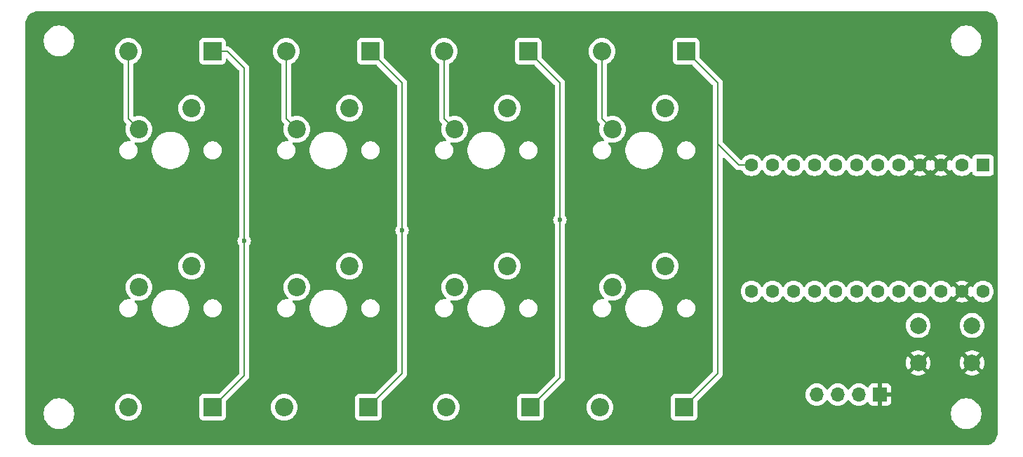
<source format=gbr>
%TF.GenerationSoftware,KiCad,Pcbnew,8.0.5*%
%TF.CreationDate,2024-10-03T21:29:06+02:00*%
%TF.ProjectId,knowabunga-macro,6b6e6f77-6162-4756-9e67-612d6d616372,rev?*%
%TF.SameCoordinates,Original*%
%TF.FileFunction,Copper,L2,Bot*%
%TF.FilePolarity,Positive*%
%FSLAX46Y46*%
G04 Gerber Fmt 4.6, Leading zero omitted, Abs format (unit mm)*
G04 Created by KiCad (PCBNEW 8.0.5) date 2024-10-03 21:29:06*
%MOMM*%
%LPD*%
G01*
G04 APERTURE LIST*
%TA.AperFunction,ComponentPad*%
%ADD10C,2.000000*%
%TD*%
%TA.AperFunction,ComponentPad*%
%ADD11R,1.700000X1.700000*%
%TD*%
%TA.AperFunction,ComponentPad*%
%ADD12O,1.700000X1.700000*%
%TD*%
%TA.AperFunction,ComponentPad*%
%ADD13R,1.600000X1.600000*%
%TD*%
%TA.AperFunction,ComponentPad*%
%ADD14C,1.600000*%
%TD*%
%TA.AperFunction,ComponentPad*%
%ADD15C,2.200000*%
%TD*%
%TA.AperFunction,ComponentPad*%
%ADD16R,2.200000X2.200000*%
%TD*%
%TA.AperFunction,ComponentPad*%
%ADD17O,2.200000X2.200000*%
%TD*%
%TA.AperFunction,ViaPad*%
%ADD18C,0.600000*%
%TD*%
%TA.AperFunction,Conductor*%
%ADD19C,0.200000*%
%TD*%
G04 APERTURE END LIST*
D10*
%TO.P,RST,1,1*%
%TO.N,GND*%
X174700000Y-85816000D03*
X168200000Y-85816000D03*
%TO.P,RST,2,2*%
%TO.N,RST*%
X174700000Y-81316000D03*
X168200000Y-81316000D03*
%TD*%
D11*
%TO.P,J1,1,Pin_1*%
%TO.N,GND*%
X163576000Y-89662000D03*
D12*
%TO.P,J1,2,Pin_2*%
%TO.N,VCC*%
X161036000Y-89662000D03*
%TO.P,J1,3,Pin_3*%
%TO.N,SCL*%
X158496000Y-89662000D03*
%TO.P,J1,4,Pin_4*%
%TO.N,SDA*%
X155956000Y-89662000D03*
%TD*%
D13*
%TO.P,U1,1,TX*%
%TO.N,unconnected-(U1-TX-Pad1)*%
X176022000Y-61976000D03*
D14*
%TO.P,U1,2,RX*%
%TO.N,unconnected-(U1-RX-Pad2)*%
X173482000Y-61976000D03*
%TO.P,U1,3,GND*%
%TO.N,GND*%
X170942000Y-61976000D03*
%TO.P,U1,4,GND*%
X168402000Y-61976000D03*
%TO.P,U1,5,SDA*%
%TO.N,SDA*%
X165862000Y-61976000D03*
%TO.P,U1,6,SCL*%
%TO.N,SCL*%
X163322000Y-61976000D03*
%TO.P,U1,7,D4*%
%TO.N,C0*%
X160782000Y-61976000D03*
%TO.P,U1,8,C6*%
%TO.N,C1*%
X158242000Y-61976000D03*
%TO.P,U1,9,D7*%
%TO.N,R0*%
X155702000Y-61976000D03*
%TO.P,U1,10,E6*%
%TO.N,R1*%
X153162000Y-61976000D03*
%TO.P,U1,11,B4*%
%TO.N,R2*%
X150622000Y-61976000D03*
%TO.P,U1,12,B5*%
%TO.N,R3*%
X148082000Y-61976000D03*
%TO.P,U1,13,B6*%
%TO.N,unconnected-(U1-B6-Pad13)*%
X148082000Y-77216000D03*
%TO.P,U1,14,B2*%
%TO.N,unconnected-(U1-B2-Pad14)*%
X150622000Y-77216000D03*
%TO.P,U1,15,B3*%
%TO.N,unconnected-(U1-B3-Pad15)*%
X153162000Y-77216000D03*
%TO.P,U1,16,B1*%
%TO.N,unconnected-(U1-B1-Pad16)*%
X155702000Y-77216000D03*
%TO.P,U1,17,F7*%
%TO.N,unconnected-(U1-F7-Pad17)*%
X158242000Y-77216000D03*
%TO.P,U1,18,F6*%
%TO.N,unconnected-(U1-F6-Pad18)*%
X160782000Y-77216000D03*
%TO.P,U1,19,F5*%
%TO.N,unconnected-(U1-F5-Pad19)*%
X163322000Y-77216000D03*
%TO.P,U1,20,F4*%
%TO.N,unconnected-(U1-F4-Pad20)*%
X165862000Y-77216000D03*
%TO.P,U1,21,VCC*%
%TO.N,VCC*%
X168402000Y-77216000D03*
%TO.P,U1,22,RST*%
%TO.N,RST*%
X170942000Y-77216000D03*
%TO.P,U1,23,GND*%
%TO.N,GND*%
X173482000Y-77216000D03*
%TO.P,U1,24,RAW*%
%TO.N,unconnected-(U1-RAW-Pad24)*%
X176022000Y-77216000D03*
%TD*%
D15*
%TO.P,SW8,1,1*%
%TO.N,C1*%
X137668000Y-74168000D03*
%TO.P,SW8,2,2*%
%TO.N,Net-(D8-A)*%
X131318000Y-76708000D03*
%TD*%
%TO.P,SW7,1,1*%
%TO.N,C0*%
X137668000Y-55118000D03*
%TO.P,SW7,2,2*%
%TO.N,Net-(D7-A)*%
X131318000Y-57658000D03*
%TD*%
%TO.P,SW6,1,1*%
%TO.N,C1*%
X118618000Y-74168000D03*
%TO.P,SW6,2,2*%
%TO.N,Net-(D6-A)*%
X112268000Y-76708000D03*
%TD*%
%TO.P,SW5,1,1*%
%TO.N,C0*%
X118618000Y-55118000D03*
%TO.P,SW5,2,2*%
%TO.N,Net-(D5-A)*%
X112268000Y-57658000D03*
%TD*%
%TO.P,SW4,1,1*%
%TO.N,C1*%
X99568000Y-74168000D03*
%TO.P,SW4,2,2*%
%TO.N,Net-(D4-A)*%
X93218000Y-76708000D03*
%TD*%
%TO.P,SW3,1,1*%
%TO.N,C0*%
X99568000Y-55118000D03*
%TO.P,SW3,2,2*%
%TO.N,Net-(D3-A)*%
X93218000Y-57658000D03*
%TD*%
%TO.P,SW2,1,1*%
%TO.N,C1*%
X80518000Y-74168000D03*
%TO.P,SW2,2,2*%
%TO.N,Net-(D2-A)*%
X74168000Y-76708000D03*
%TD*%
%TO.P,SW1,1,1*%
%TO.N,C0*%
X80518000Y-55118000D03*
%TO.P,SW1,2,2*%
%TO.N,Net-(D1-A)*%
X74168000Y-57658000D03*
%TD*%
D16*
%TO.P,D8,1,K*%
%TO.N,R3*%
X139954000Y-91186000D03*
D17*
%TO.P,D8,2,A*%
%TO.N,Net-(D8-A)*%
X129794000Y-91186000D03*
%TD*%
D16*
%TO.P,D7,1,K*%
%TO.N,R3*%
X140208000Y-48260000D03*
D17*
%TO.P,D7,2,A*%
%TO.N,Net-(D7-A)*%
X130048000Y-48260000D03*
%TD*%
D16*
%TO.P,D6,1,K*%
%TO.N,R2*%
X121412000Y-91186000D03*
D17*
%TO.P,D6,2,A*%
%TO.N,Net-(D6-A)*%
X111252000Y-91186000D03*
%TD*%
D16*
%TO.P,D5,1,K*%
%TO.N,R2*%
X121158000Y-48260000D03*
D17*
%TO.P,D5,2,A*%
%TO.N,Net-(D5-A)*%
X110998000Y-48260000D03*
%TD*%
D16*
%TO.P,D4,1,K*%
%TO.N,R1*%
X101854000Y-91186000D03*
D17*
%TO.P,D4,2,A*%
%TO.N,Net-(D4-A)*%
X91694000Y-91186000D03*
%TD*%
D16*
%TO.P,D3,1,K*%
%TO.N,R1*%
X102108000Y-48260000D03*
D17*
%TO.P,D3,2,A*%
%TO.N,Net-(D3-A)*%
X91948000Y-48260000D03*
%TD*%
D16*
%TO.P,D2,1,K*%
%TO.N,R0*%
X83058000Y-91186000D03*
D17*
%TO.P,D2,2,A*%
%TO.N,Net-(D2-A)*%
X72898000Y-91186000D03*
%TD*%
D16*
%TO.P,D1,1,K*%
%TO.N,R0*%
X83058000Y-48260000D03*
D17*
%TO.P,D1,2,A*%
%TO.N,Net-(D1-A)*%
X72898000Y-48260000D03*
%TD*%
D18*
%TO.N,R2*%
X124968000Y-68580000D03*
%TO.N,R1*%
X105918000Y-69850000D03*
%TO.N,R0*%
X86868000Y-71120000D03*
%TD*%
D19*
%TO.N,R3*%
X148082000Y-61976000D02*
X146558000Y-61976000D01*
X146558000Y-61976000D02*
X144018000Y-59436000D01*
X144018000Y-52070000D02*
X144018000Y-59436000D01*
X144018000Y-59436000D02*
X144018000Y-61722000D01*
X144018000Y-61722000D02*
X144018000Y-87122000D01*
%TO.N,R2*%
X124968000Y-70612000D02*
X124968000Y-87630000D01*
%TO.N,R1*%
X105918000Y-68834000D02*
X105918000Y-87122000D01*
%TO.N,R0*%
X86868000Y-67818000D02*
X86868000Y-87376000D01*
%TO.N,Net-(D1-A)*%
X72898000Y-56388000D02*
X74168000Y-57658000D01*
X72898000Y-48260000D02*
X72898000Y-56388000D01*
%TO.N,Net-(D7-A)*%
X130048000Y-56388000D02*
X131318000Y-57658000D01*
X130048000Y-48260000D02*
X130048000Y-56388000D01*
%TO.N,Net-(D5-A)*%
X110998000Y-56388000D02*
X112268000Y-57658000D01*
X110998000Y-48260000D02*
X110998000Y-56388000D01*
%TO.N,Net-(D3-A)*%
X91948000Y-56388000D02*
X93218000Y-57658000D01*
X91948000Y-48260000D02*
X91948000Y-56388000D01*
%TO.N,R3*%
X144018000Y-87122000D02*
X139954000Y-91186000D01*
X140208000Y-48260000D02*
X144018000Y-52070000D01*
%TO.N,R2*%
X124968000Y-87630000D02*
X121412000Y-91186000D01*
X124968000Y-52070000D02*
X124968000Y-70612000D01*
X121158000Y-48260000D02*
X124968000Y-52070000D01*
%TO.N,R1*%
X105918000Y-52070000D02*
X105918000Y-68834000D01*
X105918000Y-87122000D02*
X101854000Y-91186000D01*
X102108000Y-48260000D02*
X105918000Y-52070000D01*
%TO.N,R0*%
X86868000Y-87376000D02*
X83058000Y-91186000D01*
X84836000Y-48260000D02*
X86868000Y-50292000D01*
X83058000Y-48260000D02*
X84836000Y-48260000D01*
X86868000Y-50292000D02*
X86868000Y-67818000D01*
%TD*%
%TA.AperFunction,Conductor*%
%TO.N,GND*%
G36*
X176280418Y-43426816D02*
G01*
X176485111Y-43441455D01*
X176502620Y-43443973D01*
X176698813Y-43486653D01*
X176715768Y-43491630D01*
X176903909Y-43561803D01*
X176919987Y-43569147D01*
X177096210Y-43665371D01*
X177111084Y-43674929D01*
X177271822Y-43795257D01*
X177285192Y-43806843D01*
X177427156Y-43948807D01*
X177438742Y-43962177D01*
X177559066Y-44122910D01*
X177568631Y-44137794D01*
X177664850Y-44314007D01*
X177672200Y-44330100D01*
X177742364Y-44518217D01*
X177747348Y-44535193D01*
X177790026Y-44731379D01*
X177792544Y-44748891D01*
X177807184Y-44953581D01*
X177807500Y-44962427D01*
X177807500Y-94229572D01*
X177807184Y-94238418D01*
X177792544Y-94443108D01*
X177790026Y-94460620D01*
X177747348Y-94656806D01*
X177742364Y-94673782D01*
X177672200Y-94861899D01*
X177664850Y-94877992D01*
X177568631Y-95054205D01*
X177559066Y-95069089D01*
X177438742Y-95229822D01*
X177427156Y-95243192D01*
X177285192Y-95385156D01*
X177271822Y-95396742D01*
X177111089Y-95517066D01*
X177096205Y-95526631D01*
X176919992Y-95622850D01*
X176903899Y-95630200D01*
X176715782Y-95700364D01*
X176698806Y-95705348D01*
X176502620Y-95748026D01*
X176485108Y-95750544D01*
X176280418Y-95765184D01*
X176271572Y-95765500D01*
X61980428Y-95765500D01*
X61971582Y-95765184D01*
X61766891Y-95750544D01*
X61749379Y-95748026D01*
X61553193Y-95705348D01*
X61536222Y-95700365D01*
X61348096Y-95630198D01*
X61332007Y-95622850D01*
X61155794Y-95526631D01*
X61140910Y-95517066D01*
X60980177Y-95396742D01*
X60966807Y-95385156D01*
X60824843Y-95243192D01*
X60813257Y-95229822D01*
X60692929Y-95069084D01*
X60683371Y-95054210D01*
X60587147Y-94877987D01*
X60579803Y-94861909D01*
X60509630Y-94673768D01*
X60504653Y-94656813D01*
X60461973Y-94460620D01*
X60459455Y-94443108D01*
X60444816Y-94238418D01*
X60444500Y-94229572D01*
X60444500Y-91826711D01*
X62665500Y-91826711D01*
X62665500Y-92069288D01*
X62697161Y-92309785D01*
X62759947Y-92544104D01*
X62852773Y-92768205D01*
X62852777Y-92768214D01*
X62866191Y-92791448D01*
X62974064Y-92978289D01*
X62974066Y-92978292D01*
X62974067Y-92978293D01*
X63121733Y-93170736D01*
X63121739Y-93170743D01*
X63293256Y-93342260D01*
X63293262Y-93342265D01*
X63485711Y-93489936D01*
X63695788Y-93611224D01*
X63919900Y-93704054D01*
X64154211Y-93766838D01*
X64334586Y-93790584D01*
X64394711Y-93798500D01*
X64394712Y-93798500D01*
X64637289Y-93798500D01*
X64685388Y-93792167D01*
X64877789Y-93766838D01*
X65112100Y-93704054D01*
X65336212Y-93611224D01*
X65546289Y-93489936D01*
X65738738Y-93342265D01*
X65910265Y-93170738D01*
X66057936Y-92978289D01*
X66179224Y-92768212D01*
X66272054Y-92544100D01*
X66334838Y-92309789D01*
X66366500Y-92069288D01*
X66366500Y-91826712D01*
X66334838Y-91586211D01*
X66272054Y-91351900D01*
X66203336Y-91186000D01*
X71292551Y-91186000D01*
X71312317Y-91437151D01*
X71371126Y-91682110D01*
X71467533Y-91914859D01*
X71599160Y-92129653D01*
X71599161Y-92129656D01*
X71599164Y-92129659D01*
X71762776Y-92321224D01*
X71911066Y-92447875D01*
X71954343Y-92484838D01*
X71954346Y-92484839D01*
X72169140Y-92616466D01*
X72401889Y-92712873D01*
X72646852Y-92771683D01*
X72898000Y-92791449D01*
X73149148Y-92771683D01*
X73394111Y-92712873D01*
X73626859Y-92616466D01*
X73841659Y-92484836D01*
X74033224Y-92321224D01*
X74196836Y-92129659D01*
X74328466Y-91914859D01*
X74424873Y-91682111D01*
X74483683Y-91437148D01*
X74503449Y-91186000D01*
X74483683Y-90934852D01*
X74424873Y-90689889D01*
X74368478Y-90553739D01*
X74328466Y-90457140D01*
X74196839Y-90242346D01*
X74196838Y-90242343D01*
X74097184Y-90125664D01*
X74033224Y-90050776D01*
X73853659Y-89897413D01*
X73841656Y-89887161D01*
X73841653Y-89887160D01*
X73626859Y-89755533D01*
X73394110Y-89659126D01*
X73149151Y-89600317D01*
X72898000Y-89580551D01*
X72646848Y-89600317D01*
X72401889Y-89659126D01*
X72169140Y-89755533D01*
X71954346Y-89887160D01*
X71954343Y-89887161D01*
X71762776Y-90050776D01*
X71599161Y-90242343D01*
X71599160Y-90242346D01*
X71467533Y-90457140D01*
X71371126Y-90689889D01*
X71312317Y-90934848D01*
X71292551Y-91186000D01*
X66203336Y-91186000D01*
X66179224Y-91127788D01*
X66057936Y-90917711D01*
X65932384Y-90754088D01*
X65910266Y-90725263D01*
X65910260Y-90725256D01*
X65738743Y-90553739D01*
X65738736Y-90553733D01*
X65546293Y-90406067D01*
X65546292Y-90406066D01*
X65546289Y-90406064D01*
X65369885Y-90304217D01*
X65336214Y-90284777D01*
X65336205Y-90284773D01*
X65112104Y-90191947D01*
X64877785Y-90129161D01*
X64637289Y-90097500D01*
X64637288Y-90097500D01*
X64394712Y-90097500D01*
X64394711Y-90097500D01*
X64154214Y-90129161D01*
X63919895Y-90191947D01*
X63695794Y-90284773D01*
X63695785Y-90284777D01*
X63586554Y-90347842D01*
X63498960Y-90398415D01*
X63485706Y-90406067D01*
X63293263Y-90553733D01*
X63293256Y-90553739D01*
X63121739Y-90725256D01*
X63121733Y-90725263D01*
X62974067Y-90917706D01*
X62852777Y-91127785D01*
X62852773Y-91127794D01*
X62759947Y-91351895D01*
X62697161Y-91586214D01*
X62665500Y-91826711D01*
X60444500Y-91826711D01*
X60444500Y-79161389D01*
X71797500Y-79161389D01*
X71797500Y-79334611D01*
X71824598Y-79505701D01*
X71878127Y-79670445D01*
X71956768Y-79824788D01*
X72058586Y-79964928D01*
X72181072Y-80087414D01*
X72321212Y-80189232D01*
X72475555Y-80267873D01*
X72640299Y-80321402D01*
X72811389Y-80348500D01*
X72811390Y-80348500D01*
X72984610Y-80348500D01*
X72984611Y-80348500D01*
X73155701Y-80321402D01*
X73320445Y-80267873D01*
X73474788Y-80189232D01*
X73614928Y-80087414D01*
X73737414Y-79964928D01*
X73839232Y-79824788D01*
X73917873Y-79670445D01*
X73971402Y-79505701D01*
X73998500Y-79334611D01*
X73998500Y-79161389D01*
X73988854Y-79100486D01*
X75727500Y-79100486D01*
X75727500Y-79395513D01*
X75759571Y-79639113D01*
X75766007Y-79687993D01*
X75840212Y-79964930D01*
X75842361Y-79972951D01*
X75842364Y-79972961D01*
X75955254Y-80245500D01*
X75955258Y-80245510D01*
X76102761Y-80500993D01*
X76282352Y-80735040D01*
X76282358Y-80735047D01*
X76490952Y-80943641D01*
X76490959Y-80943647D01*
X76725006Y-81123238D01*
X76980489Y-81270741D01*
X76980490Y-81270741D01*
X76980493Y-81270743D01*
X77253048Y-81383639D01*
X77538007Y-81459993D01*
X77830494Y-81498500D01*
X77830501Y-81498500D01*
X78125499Y-81498500D01*
X78125506Y-81498500D01*
X78417993Y-81459993D01*
X78702952Y-81383639D01*
X78975507Y-81270743D01*
X79230994Y-81123238D01*
X79465042Y-80943646D01*
X79673646Y-80735042D01*
X79853238Y-80500994D01*
X80000743Y-80245507D01*
X80113639Y-79972952D01*
X80189993Y-79687993D01*
X80228500Y-79395506D01*
X80228500Y-79161389D01*
X81957500Y-79161389D01*
X81957500Y-79334611D01*
X81984598Y-79505701D01*
X82038127Y-79670445D01*
X82116768Y-79824788D01*
X82218586Y-79964928D01*
X82341072Y-80087414D01*
X82481212Y-80189232D01*
X82635555Y-80267873D01*
X82800299Y-80321402D01*
X82971389Y-80348500D01*
X82971390Y-80348500D01*
X83144610Y-80348500D01*
X83144611Y-80348500D01*
X83315701Y-80321402D01*
X83480445Y-80267873D01*
X83634788Y-80189232D01*
X83774928Y-80087414D01*
X83897414Y-79964928D01*
X83999232Y-79824788D01*
X84077873Y-79670445D01*
X84131402Y-79505701D01*
X84158500Y-79334611D01*
X84158500Y-79161389D01*
X84131402Y-78990299D01*
X84077873Y-78825555D01*
X83999232Y-78671212D01*
X83897414Y-78531072D01*
X83774928Y-78408586D01*
X83634788Y-78306768D01*
X83480445Y-78228127D01*
X83315701Y-78174598D01*
X83315699Y-78174597D01*
X83315698Y-78174597D01*
X83184271Y-78153781D01*
X83144611Y-78147500D01*
X82971389Y-78147500D01*
X82931728Y-78153781D01*
X82800302Y-78174597D01*
X82635552Y-78228128D01*
X82481211Y-78306768D01*
X82426432Y-78346568D01*
X82341072Y-78408586D01*
X82341070Y-78408588D01*
X82341069Y-78408588D01*
X82218588Y-78531069D01*
X82218588Y-78531070D01*
X82218586Y-78531072D01*
X82174859Y-78591256D01*
X82116768Y-78671211D01*
X82038128Y-78825552D01*
X81984597Y-78990302D01*
X81967146Y-79100486D01*
X81957500Y-79161389D01*
X80228500Y-79161389D01*
X80228500Y-79100494D01*
X80189993Y-78808007D01*
X80113639Y-78523048D01*
X80104769Y-78501635D01*
X80080374Y-78442739D01*
X80000743Y-78250493D01*
X79936064Y-78138466D01*
X79853238Y-77995006D01*
X79673647Y-77760959D01*
X79673641Y-77760952D01*
X79465047Y-77552358D01*
X79465040Y-77552352D01*
X79230993Y-77372761D01*
X78975510Y-77225258D01*
X78975500Y-77225254D01*
X78702961Y-77112364D01*
X78702954Y-77112362D01*
X78702952Y-77112361D01*
X78417993Y-77036007D01*
X78369113Y-77029571D01*
X78125513Y-76997500D01*
X78125506Y-76997500D01*
X77830494Y-76997500D01*
X77830486Y-76997500D01*
X77552085Y-77034153D01*
X77538007Y-77036007D01*
X77253048Y-77112361D01*
X77253038Y-77112364D01*
X76980499Y-77225254D01*
X76980489Y-77225258D01*
X76725006Y-77372761D01*
X76490959Y-77552352D01*
X76490952Y-77552358D01*
X76282358Y-77760952D01*
X76282352Y-77760959D01*
X76102761Y-77995006D01*
X75955258Y-78250489D01*
X75955254Y-78250499D01*
X75842364Y-78523038D01*
X75842361Y-78523048D01*
X75766008Y-78808004D01*
X75766006Y-78808015D01*
X75727500Y-79100486D01*
X73988854Y-79100486D01*
X73971402Y-78990299D01*
X73917873Y-78825555D01*
X73839232Y-78671212D01*
X73737414Y-78531072D01*
X73679232Y-78472890D01*
X73645747Y-78411567D01*
X73650731Y-78341875D01*
X73692603Y-78285942D01*
X73758067Y-78261525D01*
X73795856Y-78264634D01*
X73916852Y-78293683D01*
X74168000Y-78313449D01*
X74419148Y-78293683D01*
X74664111Y-78234873D01*
X74896859Y-78138466D01*
X75111659Y-78006836D01*
X75303224Y-77843224D01*
X75466836Y-77651659D01*
X75598466Y-77436859D01*
X75694873Y-77204111D01*
X75753683Y-76959148D01*
X75773449Y-76708000D01*
X75753683Y-76456852D01*
X75694873Y-76211889D01*
X75642493Y-76085431D01*
X75598466Y-75979140D01*
X75466839Y-75764346D01*
X75466838Y-75764343D01*
X75325165Y-75598466D01*
X75303224Y-75572776D01*
X75176571Y-75464604D01*
X75111656Y-75409161D01*
X75111653Y-75409160D01*
X74896859Y-75277533D01*
X74664110Y-75181126D01*
X74419151Y-75122317D01*
X74168000Y-75102551D01*
X73916848Y-75122317D01*
X73671889Y-75181126D01*
X73439140Y-75277533D01*
X73224346Y-75409160D01*
X73224343Y-75409161D01*
X73032776Y-75572776D01*
X72869161Y-75764343D01*
X72869160Y-75764346D01*
X72737533Y-75979140D01*
X72641126Y-76211889D01*
X72582317Y-76456848D01*
X72562551Y-76708000D01*
X72582317Y-76959151D01*
X72641126Y-77204110D01*
X72737533Y-77436859D01*
X72869160Y-77651653D01*
X72869161Y-77651656D01*
X72924604Y-77716571D01*
X73032776Y-77843224D01*
X73062646Y-77868735D01*
X73146783Y-77940595D01*
X73184976Y-77999102D01*
X73185474Y-78068970D01*
X73148121Y-78128016D01*
X73084774Y-78157494D01*
X73046854Y-78157358D01*
X72984611Y-78147500D01*
X72811389Y-78147500D01*
X72771728Y-78153781D01*
X72640302Y-78174597D01*
X72475552Y-78228128D01*
X72321211Y-78306768D01*
X72266432Y-78346568D01*
X72181072Y-78408586D01*
X72181070Y-78408588D01*
X72181069Y-78408588D01*
X72058588Y-78531069D01*
X72058588Y-78531070D01*
X72058586Y-78531072D01*
X72014859Y-78591256D01*
X71956768Y-78671211D01*
X71878128Y-78825552D01*
X71824597Y-78990302D01*
X71807146Y-79100486D01*
X71797500Y-79161389D01*
X60444500Y-79161389D01*
X60444500Y-74168000D01*
X78912551Y-74168000D01*
X78932317Y-74419151D01*
X78991126Y-74664110D01*
X79087533Y-74896859D01*
X79219160Y-75111653D01*
X79219161Y-75111656D01*
X79274604Y-75176571D01*
X79382776Y-75303224D01*
X79506811Y-75409160D01*
X79574343Y-75466838D01*
X79574346Y-75466839D01*
X79789140Y-75598466D01*
X80021889Y-75694873D01*
X80266852Y-75753683D01*
X80518000Y-75773449D01*
X80769148Y-75753683D01*
X81014111Y-75694873D01*
X81246859Y-75598466D01*
X81461659Y-75466836D01*
X81653224Y-75303224D01*
X81816836Y-75111659D01*
X81948466Y-74896859D01*
X82044873Y-74664111D01*
X82103683Y-74419148D01*
X82123449Y-74168000D01*
X82103683Y-73916852D01*
X82044873Y-73671889D01*
X81948466Y-73439141D01*
X81948466Y-73439140D01*
X81816839Y-73224346D01*
X81816838Y-73224343D01*
X81779875Y-73181066D01*
X81653224Y-73032776D01*
X81526571Y-72924604D01*
X81461656Y-72869161D01*
X81461653Y-72869160D01*
X81246859Y-72737533D01*
X81014110Y-72641126D01*
X80769151Y-72582317D01*
X80518000Y-72562551D01*
X80266848Y-72582317D01*
X80021889Y-72641126D01*
X79789140Y-72737533D01*
X79574346Y-72869160D01*
X79574343Y-72869161D01*
X79382776Y-73032776D01*
X79219161Y-73224343D01*
X79219160Y-73224346D01*
X79087533Y-73439140D01*
X78991126Y-73671889D01*
X78932317Y-73916848D01*
X78912551Y-74168000D01*
X60444500Y-74168000D01*
X60444500Y-46868711D01*
X62665500Y-46868711D01*
X62665500Y-47111288D01*
X62697161Y-47351785D01*
X62759947Y-47586104D01*
X62819286Y-47729360D01*
X62852776Y-47810212D01*
X62974064Y-48020289D01*
X62974066Y-48020292D01*
X62974067Y-48020293D01*
X63121733Y-48212736D01*
X63121739Y-48212743D01*
X63293256Y-48384260D01*
X63293262Y-48384265D01*
X63485711Y-48531936D01*
X63695788Y-48653224D01*
X63919900Y-48746054D01*
X64154211Y-48808838D01*
X64334586Y-48832584D01*
X64394711Y-48840500D01*
X64394712Y-48840500D01*
X64637289Y-48840500D01*
X64685388Y-48834167D01*
X64877789Y-48808838D01*
X65112100Y-48746054D01*
X65336212Y-48653224D01*
X65546289Y-48531936D01*
X65738738Y-48384265D01*
X65863003Y-48260000D01*
X71292551Y-48260000D01*
X71312317Y-48511151D01*
X71371126Y-48756110D01*
X71467533Y-48988859D01*
X71599160Y-49203653D01*
X71599161Y-49203656D01*
X71599164Y-49203659D01*
X71762776Y-49395224D01*
X71847384Y-49467486D01*
X71954343Y-49558838D01*
X71954345Y-49558838D01*
X72169141Y-49690466D01*
X72220953Y-49711927D01*
X72275355Y-49755765D01*
X72297421Y-49822059D01*
X72297500Y-49826487D01*
X72297500Y-56301330D01*
X72297499Y-56301348D01*
X72297499Y-56467054D01*
X72297498Y-56467054D01*
X72338423Y-56619786D01*
X72352906Y-56644869D01*
X72352907Y-56644874D01*
X72352909Y-56644874D01*
X72417479Y-56756714D01*
X72417481Y-56756717D01*
X72536349Y-56875585D01*
X72536355Y-56875590D01*
X72635707Y-56974942D01*
X72669192Y-57036265D01*
X72664208Y-57105957D01*
X72662588Y-57110073D01*
X72641127Y-57161886D01*
X72641127Y-57161887D01*
X72582317Y-57406848D01*
X72562551Y-57658000D01*
X72582317Y-57909151D01*
X72641126Y-58154110D01*
X72737533Y-58386859D01*
X72869160Y-58601653D01*
X72869161Y-58601656D01*
X72869164Y-58601659D01*
X73032776Y-58793224D01*
X73146783Y-58890595D01*
X73184976Y-58949102D01*
X73185474Y-59018970D01*
X73148121Y-59078016D01*
X73084774Y-59107494D01*
X73046854Y-59107358D01*
X72984611Y-59097500D01*
X72811389Y-59097500D01*
X72771728Y-59103781D01*
X72640302Y-59124597D01*
X72475552Y-59178128D01*
X72321211Y-59256768D01*
X72241256Y-59314859D01*
X72181072Y-59358586D01*
X72181070Y-59358588D01*
X72181069Y-59358588D01*
X72058588Y-59481069D01*
X72058588Y-59481070D01*
X72058586Y-59481072D01*
X72014859Y-59541256D01*
X71956768Y-59621211D01*
X71878128Y-59775552D01*
X71824597Y-59940302D01*
X71807146Y-60050486D01*
X71797500Y-60111389D01*
X71797500Y-60284611D01*
X71824598Y-60455701D01*
X71878127Y-60620445D01*
X71956768Y-60774788D01*
X72058586Y-60914928D01*
X72181072Y-61037414D01*
X72321212Y-61139232D01*
X72475555Y-61217873D01*
X72640299Y-61271402D01*
X72811389Y-61298500D01*
X72811390Y-61298500D01*
X72984610Y-61298500D01*
X72984611Y-61298500D01*
X73155701Y-61271402D01*
X73320445Y-61217873D01*
X73474788Y-61139232D01*
X73614928Y-61037414D01*
X73737414Y-60914928D01*
X73839232Y-60774788D01*
X73917873Y-60620445D01*
X73971402Y-60455701D01*
X73998500Y-60284611D01*
X73998500Y-60111389D01*
X73988854Y-60050486D01*
X75727500Y-60050486D01*
X75727500Y-60345513D01*
X75759571Y-60589113D01*
X75766007Y-60637993D01*
X75840212Y-60914930D01*
X75842361Y-60922951D01*
X75842364Y-60922961D01*
X75955254Y-61195500D01*
X75955258Y-61195510D01*
X76102761Y-61450993D01*
X76282352Y-61685040D01*
X76282358Y-61685047D01*
X76490952Y-61893641D01*
X76490959Y-61893647D01*
X76725006Y-62073238D01*
X76980489Y-62220741D01*
X76980490Y-62220741D01*
X76980493Y-62220743D01*
X77191296Y-62308060D01*
X77243183Y-62329553D01*
X77253048Y-62333639D01*
X77538007Y-62409993D01*
X77830494Y-62448500D01*
X77830501Y-62448500D01*
X78125499Y-62448500D01*
X78125506Y-62448500D01*
X78417993Y-62409993D01*
X78702952Y-62333639D01*
X78975507Y-62220743D01*
X79230994Y-62073238D01*
X79465042Y-61893646D01*
X79673646Y-61685042D01*
X79853238Y-61450994D01*
X80000743Y-61195507D01*
X80113639Y-60922952D01*
X80189993Y-60637993D01*
X80228500Y-60345506D01*
X80228500Y-60111389D01*
X81957500Y-60111389D01*
X81957500Y-60284611D01*
X81984598Y-60455701D01*
X82038127Y-60620445D01*
X82116768Y-60774788D01*
X82218586Y-60914928D01*
X82341072Y-61037414D01*
X82481212Y-61139232D01*
X82635555Y-61217873D01*
X82800299Y-61271402D01*
X82971389Y-61298500D01*
X82971390Y-61298500D01*
X83144610Y-61298500D01*
X83144611Y-61298500D01*
X83315701Y-61271402D01*
X83480445Y-61217873D01*
X83634788Y-61139232D01*
X83774928Y-61037414D01*
X83897414Y-60914928D01*
X83999232Y-60774788D01*
X84077873Y-60620445D01*
X84131402Y-60455701D01*
X84158500Y-60284611D01*
X84158500Y-60111389D01*
X84131402Y-59940299D01*
X84077873Y-59775555D01*
X83999232Y-59621212D01*
X83897414Y-59481072D01*
X83774928Y-59358586D01*
X83634788Y-59256768D01*
X83524333Y-59200489D01*
X83480447Y-59178128D01*
X83480446Y-59178127D01*
X83480445Y-59178127D01*
X83315701Y-59124598D01*
X83315699Y-59124597D01*
X83315698Y-59124597D01*
X83184271Y-59103781D01*
X83144611Y-59097500D01*
X82971389Y-59097500D01*
X82931728Y-59103781D01*
X82800302Y-59124597D01*
X82635552Y-59178128D01*
X82481211Y-59256768D01*
X82401256Y-59314859D01*
X82341072Y-59358586D01*
X82341070Y-59358588D01*
X82341069Y-59358588D01*
X82218588Y-59481069D01*
X82218588Y-59481070D01*
X82218586Y-59481072D01*
X82174859Y-59541256D01*
X82116768Y-59621211D01*
X82038128Y-59775552D01*
X81984597Y-59940302D01*
X81967146Y-60050486D01*
X81957500Y-60111389D01*
X80228500Y-60111389D01*
X80228500Y-60050494D01*
X80189993Y-59758007D01*
X80113639Y-59473048D01*
X80000743Y-59200493D01*
X79936064Y-59088466D01*
X79853238Y-58945006D01*
X79673647Y-58710959D01*
X79673641Y-58710952D01*
X79465047Y-58502358D01*
X79465040Y-58502352D01*
X79230993Y-58322761D01*
X78975510Y-58175258D01*
X78975500Y-58175254D01*
X78702961Y-58062364D01*
X78702954Y-58062362D01*
X78702952Y-58062361D01*
X78417993Y-57986007D01*
X78369113Y-57979571D01*
X78125513Y-57947500D01*
X78125506Y-57947500D01*
X77830494Y-57947500D01*
X77830486Y-57947500D01*
X77552085Y-57984153D01*
X77538007Y-57986007D01*
X77253048Y-58062361D01*
X77253038Y-58062364D01*
X76980499Y-58175254D01*
X76980489Y-58175258D01*
X76725006Y-58322761D01*
X76490959Y-58502352D01*
X76490952Y-58502358D01*
X76282358Y-58710952D01*
X76282352Y-58710959D01*
X76102761Y-58945006D01*
X75955258Y-59200489D01*
X75955254Y-59200499D01*
X75842364Y-59473038D01*
X75842361Y-59473048D01*
X75766008Y-59758004D01*
X75766006Y-59758015D01*
X75727500Y-60050486D01*
X73988854Y-60050486D01*
X73971402Y-59940299D01*
X73917873Y-59775555D01*
X73839232Y-59621212D01*
X73737414Y-59481072D01*
X73679232Y-59422890D01*
X73645747Y-59361567D01*
X73650731Y-59291875D01*
X73692603Y-59235942D01*
X73758067Y-59211525D01*
X73795856Y-59214634D01*
X73916852Y-59243683D01*
X74168000Y-59263449D01*
X74419148Y-59243683D01*
X74664111Y-59184873D01*
X74896859Y-59088466D01*
X75111659Y-58956836D01*
X75303224Y-58793224D01*
X75466836Y-58601659D01*
X75598466Y-58386859D01*
X75694873Y-58154111D01*
X75753683Y-57909148D01*
X75773449Y-57658000D01*
X75753683Y-57406852D01*
X75694873Y-57161889D01*
X75641705Y-57033529D01*
X75598466Y-56929140D01*
X75466839Y-56714346D01*
X75466838Y-56714343D01*
X75429875Y-56671066D01*
X75303224Y-56522776D01*
X75176571Y-56414604D01*
X75111656Y-56359161D01*
X75111653Y-56359160D01*
X74896859Y-56227533D01*
X74664110Y-56131126D01*
X74419151Y-56072317D01*
X74168000Y-56052551D01*
X73916848Y-56072317D01*
X73671888Y-56131126D01*
X73669942Y-56131933D01*
X73669143Y-56132018D01*
X73667256Y-56132632D01*
X73667127Y-56132235D01*
X73600472Y-56139395D01*
X73537996Y-56108114D01*
X73502349Y-56048022D01*
X73498500Y-56017367D01*
X73498500Y-55118000D01*
X78912551Y-55118000D01*
X78932317Y-55369151D01*
X78991126Y-55614110D01*
X79087533Y-55846859D01*
X79219160Y-56061653D01*
X79219161Y-56061656D01*
X79258840Y-56108114D01*
X79382776Y-56253224D01*
X79448015Y-56308943D01*
X79574343Y-56416838D01*
X79574346Y-56416839D01*
X79789140Y-56548466D01*
X79961321Y-56619785D01*
X80021889Y-56644873D01*
X80266852Y-56703683D01*
X80518000Y-56723449D01*
X80769148Y-56703683D01*
X81014111Y-56644873D01*
X81246859Y-56548466D01*
X81461659Y-56416836D01*
X81653224Y-56253224D01*
X81816836Y-56061659D01*
X81948466Y-55846859D01*
X82044873Y-55614111D01*
X82103683Y-55369148D01*
X82123449Y-55118000D01*
X82103683Y-54866852D01*
X82044873Y-54621889D01*
X81948466Y-54389141D01*
X81948466Y-54389140D01*
X81816839Y-54174346D01*
X81816838Y-54174343D01*
X81779875Y-54131066D01*
X81653224Y-53982776D01*
X81526571Y-53874604D01*
X81461656Y-53819161D01*
X81461653Y-53819160D01*
X81246859Y-53687533D01*
X81014110Y-53591126D01*
X80769151Y-53532317D01*
X80518000Y-53512551D01*
X80266848Y-53532317D01*
X80021889Y-53591126D01*
X79789140Y-53687533D01*
X79574346Y-53819160D01*
X79574343Y-53819161D01*
X79382776Y-53982776D01*
X79219161Y-54174343D01*
X79219160Y-54174346D01*
X79087533Y-54389140D01*
X78991126Y-54621889D01*
X78932317Y-54866848D01*
X78912551Y-55118000D01*
X73498500Y-55118000D01*
X73498500Y-49826487D01*
X73518185Y-49759448D01*
X73570989Y-49713693D01*
X73575002Y-49711945D01*
X73626859Y-49690466D01*
X73841659Y-49558836D01*
X74033224Y-49395224D01*
X74196836Y-49203659D01*
X74328466Y-48988859D01*
X74424873Y-48756111D01*
X74483683Y-48511148D01*
X74503449Y-48260000D01*
X74483683Y-48008852D01*
X74424873Y-47763889D01*
X74381634Y-47659500D01*
X74328466Y-47531140D01*
X74196839Y-47316346D01*
X74196838Y-47316343D01*
X74159875Y-47273066D01*
X74033224Y-47124776D01*
X74018423Y-47112135D01*
X81457500Y-47112135D01*
X81457500Y-49407870D01*
X81457501Y-49407876D01*
X81463908Y-49467483D01*
X81514202Y-49602328D01*
X81514206Y-49602335D01*
X81600452Y-49717544D01*
X81600455Y-49717547D01*
X81715664Y-49803793D01*
X81715671Y-49803797D01*
X81850517Y-49854091D01*
X81850516Y-49854091D01*
X81857444Y-49854835D01*
X81910127Y-49860500D01*
X84205872Y-49860499D01*
X84265483Y-49854091D01*
X84400331Y-49803796D01*
X84515546Y-49717546D01*
X84601796Y-49602331D01*
X84652091Y-49467483D01*
X84658500Y-49407873D01*
X84658499Y-49231094D01*
X84678183Y-49164057D01*
X84730987Y-49118302D01*
X84800145Y-49108358D01*
X84863701Y-49137383D01*
X84870180Y-49143415D01*
X86231181Y-50504416D01*
X86264666Y-50565739D01*
X86267500Y-50592097D01*
X86267500Y-70537587D01*
X86247815Y-70604626D01*
X86240450Y-70614896D01*
X86238186Y-70617734D01*
X86142211Y-70770476D01*
X86082631Y-70940745D01*
X86082630Y-70940750D01*
X86062435Y-71119996D01*
X86062435Y-71120003D01*
X86082630Y-71299249D01*
X86082631Y-71299254D01*
X86142211Y-71469523D01*
X86238185Y-71622263D01*
X86240445Y-71625097D01*
X86241334Y-71627275D01*
X86241889Y-71628158D01*
X86241734Y-71628255D01*
X86266855Y-71689783D01*
X86267500Y-71702412D01*
X86267500Y-87075902D01*
X86247815Y-87142941D01*
X86231181Y-87163583D01*
X83845582Y-89549181D01*
X83784259Y-89582666D01*
X83757901Y-89585500D01*
X81910129Y-89585500D01*
X81910123Y-89585501D01*
X81850516Y-89591908D01*
X81715671Y-89642202D01*
X81715664Y-89642206D01*
X81600455Y-89728452D01*
X81600452Y-89728455D01*
X81514206Y-89843664D01*
X81514202Y-89843671D01*
X81463908Y-89978517D01*
X81457501Y-90038116D01*
X81457500Y-90038135D01*
X81457500Y-92333870D01*
X81457501Y-92333876D01*
X81463908Y-92393483D01*
X81514202Y-92528328D01*
X81514206Y-92528335D01*
X81600452Y-92643544D01*
X81600455Y-92643547D01*
X81715664Y-92729793D01*
X81715671Y-92729797D01*
X81850517Y-92780091D01*
X81850516Y-92780091D01*
X81857444Y-92780835D01*
X81910127Y-92786500D01*
X84205872Y-92786499D01*
X84265483Y-92780091D01*
X84400331Y-92729796D01*
X84515546Y-92643546D01*
X84601796Y-92528331D01*
X84652091Y-92393483D01*
X84658500Y-92333873D01*
X84658499Y-91186000D01*
X90088551Y-91186000D01*
X90108317Y-91437151D01*
X90167126Y-91682110D01*
X90263533Y-91914859D01*
X90395160Y-92129653D01*
X90395161Y-92129656D01*
X90395164Y-92129659D01*
X90558776Y-92321224D01*
X90707066Y-92447875D01*
X90750343Y-92484838D01*
X90750346Y-92484839D01*
X90965140Y-92616466D01*
X91197889Y-92712873D01*
X91442852Y-92771683D01*
X91694000Y-92791449D01*
X91945148Y-92771683D01*
X92190111Y-92712873D01*
X92422859Y-92616466D01*
X92637659Y-92484836D01*
X92829224Y-92321224D01*
X92992836Y-92129659D01*
X93124466Y-91914859D01*
X93220873Y-91682111D01*
X93279683Y-91437148D01*
X93299449Y-91186000D01*
X93279683Y-90934852D01*
X93220873Y-90689889D01*
X93164478Y-90553739D01*
X93124466Y-90457140D01*
X92992839Y-90242346D01*
X92992838Y-90242343D01*
X92893184Y-90125664D01*
X92829224Y-90050776D01*
X92814423Y-90038135D01*
X100253500Y-90038135D01*
X100253500Y-92333870D01*
X100253501Y-92333876D01*
X100259908Y-92393483D01*
X100310202Y-92528328D01*
X100310206Y-92528335D01*
X100396452Y-92643544D01*
X100396455Y-92643547D01*
X100511664Y-92729793D01*
X100511671Y-92729797D01*
X100646517Y-92780091D01*
X100646516Y-92780091D01*
X100653444Y-92780835D01*
X100706127Y-92786500D01*
X103001872Y-92786499D01*
X103061483Y-92780091D01*
X103196331Y-92729796D01*
X103311546Y-92643546D01*
X103397796Y-92528331D01*
X103448091Y-92393483D01*
X103454500Y-92333873D01*
X103454499Y-91186000D01*
X109646551Y-91186000D01*
X109666317Y-91437151D01*
X109725126Y-91682110D01*
X109821533Y-91914859D01*
X109953160Y-92129653D01*
X109953161Y-92129656D01*
X109953164Y-92129659D01*
X110116776Y-92321224D01*
X110265066Y-92447875D01*
X110308343Y-92484838D01*
X110308346Y-92484839D01*
X110523140Y-92616466D01*
X110755889Y-92712873D01*
X111000852Y-92771683D01*
X111252000Y-92791449D01*
X111503148Y-92771683D01*
X111748111Y-92712873D01*
X111980859Y-92616466D01*
X112195659Y-92484836D01*
X112387224Y-92321224D01*
X112550836Y-92129659D01*
X112682466Y-91914859D01*
X112778873Y-91682111D01*
X112837683Y-91437148D01*
X112857449Y-91186000D01*
X112837683Y-90934852D01*
X112778873Y-90689889D01*
X112722478Y-90553739D01*
X112682466Y-90457140D01*
X112550839Y-90242346D01*
X112550838Y-90242343D01*
X112451184Y-90125664D01*
X112387224Y-90050776D01*
X112207659Y-89897413D01*
X112195656Y-89887161D01*
X112195653Y-89887160D01*
X111980859Y-89755533D01*
X111748110Y-89659126D01*
X111503151Y-89600317D01*
X111252000Y-89580551D01*
X111000848Y-89600317D01*
X110755889Y-89659126D01*
X110523140Y-89755533D01*
X110308346Y-89887160D01*
X110308343Y-89887161D01*
X110116776Y-90050776D01*
X109953161Y-90242343D01*
X109953160Y-90242346D01*
X109821533Y-90457140D01*
X109725126Y-90689889D01*
X109666317Y-90934848D01*
X109646551Y-91186000D01*
X103454499Y-91186000D01*
X103454499Y-90486095D01*
X103474184Y-90419057D01*
X103490813Y-90398420D01*
X106276506Y-87612728D01*
X106276511Y-87612724D01*
X106286714Y-87602520D01*
X106286716Y-87602520D01*
X106398520Y-87490716D01*
X106451924Y-87398216D01*
X106477577Y-87353785D01*
X106518501Y-87201057D01*
X106518501Y-87042943D01*
X106518501Y-87035348D01*
X106518500Y-87035330D01*
X106518500Y-79161389D01*
X109897500Y-79161389D01*
X109897500Y-79334611D01*
X109924598Y-79505701D01*
X109978127Y-79670445D01*
X110056768Y-79824788D01*
X110158586Y-79964928D01*
X110281072Y-80087414D01*
X110421212Y-80189232D01*
X110575555Y-80267873D01*
X110740299Y-80321402D01*
X110911389Y-80348500D01*
X110911390Y-80348500D01*
X111084610Y-80348500D01*
X111084611Y-80348500D01*
X111255701Y-80321402D01*
X111420445Y-80267873D01*
X111574788Y-80189232D01*
X111714928Y-80087414D01*
X111837414Y-79964928D01*
X111939232Y-79824788D01*
X112017873Y-79670445D01*
X112071402Y-79505701D01*
X112098500Y-79334611D01*
X112098500Y-79161389D01*
X112088854Y-79100486D01*
X113827500Y-79100486D01*
X113827500Y-79395513D01*
X113859571Y-79639113D01*
X113866007Y-79687993D01*
X113940212Y-79964930D01*
X113942361Y-79972951D01*
X113942364Y-79972961D01*
X114055254Y-80245500D01*
X114055258Y-80245510D01*
X114202761Y-80500993D01*
X114382352Y-80735040D01*
X114382358Y-80735047D01*
X114590952Y-80943641D01*
X114590959Y-80943647D01*
X114825006Y-81123238D01*
X115080489Y-81270741D01*
X115080490Y-81270741D01*
X115080493Y-81270743D01*
X115353048Y-81383639D01*
X115638007Y-81459993D01*
X115930494Y-81498500D01*
X115930501Y-81498500D01*
X116225499Y-81498500D01*
X116225506Y-81498500D01*
X116517993Y-81459993D01*
X116802952Y-81383639D01*
X117075507Y-81270743D01*
X117330994Y-81123238D01*
X117565042Y-80943646D01*
X117773646Y-80735042D01*
X117953238Y-80500994D01*
X118100743Y-80245507D01*
X118213639Y-79972952D01*
X118289993Y-79687993D01*
X118328500Y-79395506D01*
X118328500Y-79161389D01*
X120057500Y-79161389D01*
X120057500Y-79334611D01*
X120084598Y-79505701D01*
X120138127Y-79670445D01*
X120216768Y-79824788D01*
X120318586Y-79964928D01*
X120441072Y-80087414D01*
X120581212Y-80189232D01*
X120735555Y-80267873D01*
X120900299Y-80321402D01*
X121071389Y-80348500D01*
X121071390Y-80348500D01*
X121244610Y-80348500D01*
X121244611Y-80348500D01*
X121415701Y-80321402D01*
X121580445Y-80267873D01*
X121734788Y-80189232D01*
X121874928Y-80087414D01*
X121997414Y-79964928D01*
X122099232Y-79824788D01*
X122177873Y-79670445D01*
X122231402Y-79505701D01*
X122258500Y-79334611D01*
X122258500Y-79161389D01*
X122231402Y-78990299D01*
X122177873Y-78825555D01*
X122099232Y-78671212D01*
X121997414Y-78531072D01*
X121874928Y-78408586D01*
X121734788Y-78306768D01*
X121580445Y-78228127D01*
X121415701Y-78174598D01*
X121415699Y-78174597D01*
X121415698Y-78174597D01*
X121284271Y-78153781D01*
X121244611Y-78147500D01*
X121071389Y-78147500D01*
X121031728Y-78153781D01*
X120900302Y-78174597D01*
X120735552Y-78228128D01*
X120581211Y-78306768D01*
X120526432Y-78346568D01*
X120441072Y-78408586D01*
X120441070Y-78408588D01*
X120441069Y-78408588D01*
X120318588Y-78531069D01*
X120318588Y-78531070D01*
X120318586Y-78531072D01*
X120274859Y-78591256D01*
X120216768Y-78671211D01*
X120138128Y-78825552D01*
X120084597Y-78990302D01*
X120067146Y-79100486D01*
X120057500Y-79161389D01*
X118328500Y-79161389D01*
X118328500Y-79100494D01*
X118289993Y-78808007D01*
X118213639Y-78523048D01*
X118204769Y-78501635D01*
X118180374Y-78442739D01*
X118100743Y-78250493D01*
X118036064Y-78138466D01*
X117953238Y-77995006D01*
X117773647Y-77760959D01*
X117773641Y-77760952D01*
X117565047Y-77552358D01*
X117565040Y-77552352D01*
X117330993Y-77372761D01*
X117075510Y-77225258D01*
X117075500Y-77225254D01*
X116802961Y-77112364D01*
X116802954Y-77112362D01*
X116802952Y-77112361D01*
X116517993Y-77036007D01*
X116469113Y-77029571D01*
X116225513Y-76997500D01*
X116225506Y-76997500D01*
X115930494Y-76997500D01*
X115930486Y-76997500D01*
X115652085Y-77034153D01*
X115638007Y-77036007D01*
X115353048Y-77112361D01*
X115353038Y-77112364D01*
X115080499Y-77225254D01*
X115080489Y-77225258D01*
X114825006Y-77372761D01*
X114590959Y-77552352D01*
X114590952Y-77552358D01*
X114382358Y-77760952D01*
X114382352Y-77760959D01*
X114202761Y-77995006D01*
X114055258Y-78250489D01*
X114055254Y-78250499D01*
X113942364Y-78523038D01*
X113942361Y-78523048D01*
X113866008Y-78808004D01*
X113866006Y-78808015D01*
X113827500Y-79100486D01*
X112088854Y-79100486D01*
X112071402Y-78990299D01*
X112017873Y-78825555D01*
X111939232Y-78671212D01*
X111837414Y-78531072D01*
X111779232Y-78472890D01*
X111745747Y-78411567D01*
X111750731Y-78341875D01*
X111792603Y-78285942D01*
X111858067Y-78261525D01*
X111895856Y-78264634D01*
X112016852Y-78293683D01*
X112268000Y-78313449D01*
X112519148Y-78293683D01*
X112764111Y-78234873D01*
X112996859Y-78138466D01*
X113211659Y-78006836D01*
X113403224Y-77843224D01*
X113566836Y-77651659D01*
X113698466Y-77436859D01*
X113794873Y-77204111D01*
X113853683Y-76959148D01*
X113873449Y-76708000D01*
X113853683Y-76456852D01*
X113794873Y-76211889D01*
X113742493Y-76085431D01*
X113698466Y-75979140D01*
X113566839Y-75764346D01*
X113566838Y-75764343D01*
X113425165Y-75598466D01*
X113403224Y-75572776D01*
X113276571Y-75464604D01*
X113211656Y-75409161D01*
X113211653Y-75409160D01*
X112996859Y-75277533D01*
X112764110Y-75181126D01*
X112519151Y-75122317D01*
X112268000Y-75102551D01*
X112016848Y-75122317D01*
X111771889Y-75181126D01*
X111539140Y-75277533D01*
X111324346Y-75409160D01*
X111324343Y-75409161D01*
X111132776Y-75572776D01*
X110969161Y-75764343D01*
X110969160Y-75764346D01*
X110837533Y-75979140D01*
X110741126Y-76211889D01*
X110682317Y-76456848D01*
X110662551Y-76708000D01*
X110682317Y-76959151D01*
X110741126Y-77204110D01*
X110837533Y-77436859D01*
X110969160Y-77651653D01*
X110969161Y-77651656D01*
X111024604Y-77716571D01*
X111132776Y-77843224D01*
X111162646Y-77868735D01*
X111246783Y-77940595D01*
X111284976Y-77999102D01*
X111285474Y-78068970D01*
X111248121Y-78128016D01*
X111184774Y-78157494D01*
X111146854Y-78157358D01*
X111084611Y-78147500D01*
X110911389Y-78147500D01*
X110871728Y-78153781D01*
X110740302Y-78174597D01*
X110575552Y-78228128D01*
X110421211Y-78306768D01*
X110366432Y-78346568D01*
X110281072Y-78408586D01*
X110281070Y-78408588D01*
X110281069Y-78408588D01*
X110158588Y-78531069D01*
X110158588Y-78531070D01*
X110158586Y-78531072D01*
X110114859Y-78591256D01*
X110056768Y-78671211D01*
X109978128Y-78825552D01*
X109924597Y-78990302D01*
X109907146Y-79100486D01*
X109897500Y-79161389D01*
X106518500Y-79161389D01*
X106518500Y-74168000D01*
X117012551Y-74168000D01*
X117032317Y-74419151D01*
X117091126Y-74664110D01*
X117187533Y-74896859D01*
X117319160Y-75111653D01*
X117319161Y-75111656D01*
X117374604Y-75176571D01*
X117482776Y-75303224D01*
X117606811Y-75409160D01*
X117674343Y-75466838D01*
X117674346Y-75466839D01*
X117889140Y-75598466D01*
X118121889Y-75694873D01*
X118366852Y-75753683D01*
X118618000Y-75773449D01*
X118869148Y-75753683D01*
X119114111Y-75694873D01*
X119346859Y-75598466D01*
X119561659Y-75466836D01*
X119753224Y-75303224D01*
X119916836Y-75111659D01*
X120048466Y-74896859D01*
X120144873Y-74664111D01*
X120203683Y-74419148D01*
X120223449Y-74168000D01*
X120203683Y-73916852D01*
X120144873Y-73671889D01*
X120048466Y-73439141D01*
X120048466Y-73439140D01*
X119916839Y-73224346D01*
X119916838Y-73224343D01*
X119879875Y-73181066D01*
X119753224Y-73032776D01*
X119626571Y-72924604D01*
X119561656Y-72869161D01*
X119561653Y-72869160D01*
X119346859Y-72737533D01*
X119114110Y-72641126D01*
X118869151Y-72582317D01*
X118618000Y-72562551D01*
X118366848Y-72582317D01*
X118121889Y-72641126D01*
X117889140Y-72737533D01*
X117674346Y-72869160D01*
X117674343Y-72869161D01*
X117482776Y-73032776D01*
X117319161Y-73224343D01*
X117319160Y-73224346D01*
X117187533Y-73439140D01*
X117091126Y-73671889D01*
X117032317Y-73916848D01*
X117012551Y-74168000D01*
X106518500Y-74168000D01*
X106518500Y-70432412D01*
X106538185Y-70365373D01*
X106545555Y-70355097D01*
X106547810Y-70352267D01*
X106547816Y-70352262D01*
X106643789Y-70199522D01*
X106703368Y-70029255D01*
X106723565Y-69850000D01*
X106703368Y-69670745D01*
X106643789Y-69500478D01*
X106547816Y-69347738D01*
X106547814Y-69347736D01*
X106547813Y-69347734D01*
X106545550Y-69344896D01*
X106544659Y-69342715D01*
X106544111Y-69341842D01*
X106544264Y-69341745D01*
X106519144Y-69280209D01*
X106518500Y-69267587D01*
X106518500Y-52159060D01*
X106518501Y-52159047D01*
X106518501Y-51990944D01*
X106477576Y-51838214D01*
X106477573Y-51838209D01*
X106398524Y-51701290D01*
X106398518Y-51701282D01*
X103744818Y-49047582D01*
X103711333Y-48986259D01*
X103708499Y-48959901D01*
X103708499Y-48260000D01*
X109392551Y-48260000D01*
X109412317Y-48511151D01*
X109471126Y-48756110D01*
X109567533Y-48988859D01*
X109699160Y-49203653D01*
X109699161Y-49203656D01*
X109699164Y-49203659D01*
X109862776Y-49395224D01*
X109947384Y-49467486D01*
X110054343Y-49558838D01*
X110054345Y-49558838D01*
X110269141Y-49690466D01*
X110320953Y-49711927D01*
X110375355Y-49755765D01*
X110397421Y-49822059D01*
X110397500Y-49826487D01*
X110397500Y-56301330D01*
X110397499Y-56301348D01*
X110397499Y-56467054D01*
X110397498Y-56467054D01*
X110438423Y-56619786D01*
X110452906Y-56644869D01*
X110452907Y-56644874D01*
X110452909Y-56644874D01*
X110517479Y-56756714D01*
X110517481Y-56756717D01*
X110636349Y-56875585D01*
X110636355Y-56875590D01*
X110735707Y-56974942D01*
X110769192Y-57036265D01*
X110764208Y-57105957D01*
X110762588Y-57110073D01*
X110741127Y-57161886D01*
X110741127Y-57161887D01*
X110682317Y-57406848D01*
X110662551Y-57658000D01*
X110682317Y-57909151D01*
X110741126Y-58154110D01*
X110837533Y-58386859D01*
X110969160Y-58601653D01*
X110969161Y-58601656D01*
X110969164Y-58601659D01*
X111132776Y-58793224D01*
X111246783Y-58890595D01*
X111284976Y-58949102D01*
X111285474Y-59018970D01*
X111248121Y-59078016D01*
X111184774Y-59107494D01*
X111146854Y-59107358D01*
X111084611Y-59097500D01*
X110911389Y-59097500D01*
X110871728Y-59103781D01*
X110740302Y-59124597D01*
X110575552Y-59178128D01*
X110421211Y-59256768D01*
X110341256Y-59314859D01*
X110281072Y-59358586D01*
X110281070Y-59358588D01*
X110281069Y-59358588D01*
X110158588Y-59481069D01*
X110158588Y-59481070D01*
X110158586Y-59481072D01*
X110114859Y-59541256D01*
X110056768Y-59621211D01*
X109978128Y-59775552D01*
X109924597Y-59940302D01*
X109907146Y-60050486D01*
X109897500Y-60111389D01*
X109897500Y-60284611D01*
X109924598Y-60455701D01*
X109978127Y-60620445D01*
X110056768Y-60774788D01*
X110158586Y-60914928D01*
X110281072Y-61037414D01*
X110421212Y-61139232D01*
X110575555Y-61217873D01*
X110740299Y-61271402D01*
X110911389Y-61298500D01*
X110911390Y-61298500D01*
X111084610Y-61298500D01*
X111084611Y-61298500D01*
X111255701Y-61271402D01*
X111420445Y-61217873D01*
X111574788Y-61139232D01*
X111714928Y-61037414D01*
X111837414Y-60914928D01*
X111939232Y-60774788D01*
X112017873Y-60620445D01*
X112071402Y-60455701D01*
X112098500Y-60284611D01*
X112098500Y-60111389D01*
X112088854Y-60050486D01*
X113827500Y-60050486D01*
X113827500Y-60345513D01*
X113859571Y-60589113D01*
X113866007Y-60637993D01*
X113940212Y-60914930D01*
X113942361Y-60922951D01*
X113942364Y-60922961D01*
X114055254Y-61195500D01*
X114055258Y-61195510D01*
X114202761Y-61450993D01*
X114382352Y-61685040D01*
X114382358Y-61685047D01*
X114590952Y-61893641D01*
X114590959Y-61893647D01*
X114825006Y-62073238D01*
X115080489Y-62220741D01*
X115080490Y-62220741D01*
X115080493Y-62220743D01*
X115291296Y-62308060D01*
X115343183Y-62329553D01*
X115353048Y-62333639D01*
X115638007Y-62409993D01*
X115930494Y-62448500D01*
X115930501Y-62448500D01*
X116225499Y-62448500D01*
X116225506Y-62448500D01*
X116517993Y-62409993D01*
X116802952Y-62333639D01*
X117075507Y-62220743D01*
X117330994Y-62073238D01*
X117565042Y-61893646D01*
X117773646Y-61685042D01*
X117953238Y-61450994D01*
X118100743Y-61195507D01*
X118213639Y-60922952D01*
X118289993Y-60637993D01*
X118328500Y-60345506D01*
X118328500Y-60111389D01*
X120057500Y-60111389D01*
X120057500Y-60284611D01*
X120084598Y-60455701D01*
X120138127Y-60620445D01*
X120216768Y-60774788D01*
X120318586Y-60914928D01*
X120441072Y-61037414D01*
X120581212Y-61139232D01*
X120735555Y-61217873D01*
X120900299Y-61271402D01*
X121071389Y-61298500D01*
X121071390Y-61298500D01*
X121244610Y-61298500D01*
X121244611Y-61298500D01*
X121415701Y-61271402D01*
X121580445Y-61217873D01*
X121734788Y-61139232D01*
X121874928Y-61037414D01*
X121997414Y-60914928D01*
X122099232Y-60774788D01*
X122177873Y-60620445D01*
X122231402Y-60455701D01*
X122258500Y-60284611D01*
X122258500Y-60111389D01*
X122231402Y-59940299D01*
X122177873Y-59775555D01*
X122099232Y-59621212D01*
X121997414Y-59481072D01*
X121874928Y-59358586D01*
X121734788Y-59256768D01*
X121624333Y-59200489D01*
X121580447Y-59178128D01*
X121580446Y-59178127D01*
X121580445Y-59178127D01*
X121415701Y-59124598D01*
X121415699Y-59124597D01*
X121415698Y-59124597D01*
X121284271Y-59103781D01*
X121244611Y-59097500D01*
X121071389Y-59097500D01*
X121031728Y-59103781D01*
X120900302Y-59124597D01*
X120735552Y-59178128D01*
X120581211Y-59256768D01*
X120501256Y-59314859D01*
X120441072Y-59358586D01*
X120441070Y-59358588D01*
X120441069Y-59358588D01*
X120318588Y-59481069D01*
X120318588Y-59481070D01*
X120318586Y-59481072D01*
X120274859Y-59541256D01*
X120216768Y-59621211D01*
X120138128Y-59775552D01*
X120084597Y-59940302D01*
X120067146Y-60050486D01*
X120057500Y-60111389D01*
X118328500Y-60111389D01*
X118328500Y-60050494D01*
X118289993Y-59758007D01*
X118213639Y-59473048D01*
X118100743Y-59200493D01*
X118036064Y-59088466D01*
X117953238Y-58945006D01*
X117773647Y-58710959D01*
X117773641Y-58710952D01*
X117565047Y-58502358D01*
X117565040Y-58502352D01*
X117330993Y-58322761D01*
X117075510Y-58175258D01*
X117075500Y-58175254D01*
X116802961Y-58062364D01*
X116802954Y-58062362D01*
X116802952Y-58062361D01*
X116517993Y-57986007D01*
X116469113Y-57979571D01*
X116225513Y-57947500D01*
X116225506Y-57947500D01*
X115930494Y-57947500D01*
X115930486Y-57947500D01*
X115652085Y-57984153D01*
X115638007Y-57986007D01*
X115353048Y-58062361D01*
X115353038Y-58062364D01*
X115080499Y-58175254D01*
X115080489Y-58175258D01*
X114825006Y-58322761D01*
X114590959Y-58502352D01*
X114590952Y-58502358D01*
X114382358Y-58710952D01*
X114382352Y-58710959D01*
X114202761Y-58945006D01*
X114055258Y-59200489D01*
X114055254Y-59200499D01*
X113942364Y-59473038D01*
X113942361Y-59473048D01*
X113866008Y-59758004D01*
X113866006Y-59758015D01*
X113827500Y-60050486D01*
X112088854Y-60050486D01*
X112071402Y-59940299D01*
X112017873Y-59775555D01*
X111939232Y-59621212D01*
X111837414Y-59481072D01*
X111779232Y-59422890D01*
X111745747Y-59361567D01*
X111750731Y-59291875D01*
X111792603Y-59235942D01*
X111858067Y-59211525D01*
X111895856Y-59214634D01*
X112016852Y-59243683D01*
X112268000Y-59263449D01*
X112519148Y-59243683D01*
X112764111Y-59184873D01*
X112996859Y-59088466D01*
X113211659Y-58956836D01*
X113403224Y-58793224D01*
X113566836Y-58601659D01*
X113698466Y-58386859D01*
X113794873Y-58154111D01*
X113853683Y-57909148D01*
X113873449Y-57658000D01*
X113853683Y-57406852D01*
X113794873Y-57161889D01*
X113741705Y-57033529D01*
X113698466Y-56929140D01*
X113566839Y-56714346D01*
X113566838Y-56714343D01*
X113529875Y-56671066D01*
X113403224Y-56522776D01*
X113276571Y-56414604D01*
X113211656Y-56359161D01*
X113211653Y-56359160D01*
X112996859Y-56227533D01*
X112764110Y-56131126D01*
X112519151Y-56072317D01*
X112268000Y-56052551D01*
X112016848Y-56072317D01*
X111771888Y-56131126D01*
X111769942Y-56131933D01*
X111769143Y-56132018D01*
X111767256Y-56132632D01*
X111767127Y-56132235D01*
X111700472Y-56139395D01*
X111637996Y-56108114D01*
X111602349Y-56048022D01*
X111598500Y-56017367D01*
X111598500Y-55118000D01*
X117012551Y-55118000D01*
X117032317Y-55369151D01*
X117091126Y-55614110D01*
X117187533Y-55846859D01*
X117319160Y-56061653D01*
X117319161Y-56061656D01*
X117358840Y-56108114D01*
X117482776Y-56253224D01*
X117548015Y-56308943D01*
X117674343Y-56416838D01*
X117674346Y-56416839D01*
X117889140Y-56548466D01*
X118061321Y-56619785D01*
X118121889Y-56644873D01*
X118366852Y-56703683D01*
X118618000Y-56723449D01*
X118869148Y-56703683D01*
X119114111Y-56644873D01*
X119346859Y-56548466D01*
X119561659Y-56416836D01*
X119753224Y-56253224D01*
X119916836Y-56061659D01*
X120048466Y-55846859D01*
X120144873Y-55614111D01*
X120203683Y-55369148D01*
X120223449Y-55118000D01*
X120203683Y-54866852D01*
X120144873Y-54621889D01*
X120048466Y-54389141D01*
X120048466Y-54389140D01*
X119916839Y-54174346D01*
X119916838Y-54174343D01*
X119879875Y-54131066D01*
X119753224Y-53982776D01*
X119626571Y-53874604D01*
X119561656Y-53819161D01*
X119561653Y-53819160D01*
X119346859Y-53687533D01*
X119114110Y-53591126D01*
X118869151Y-53532317D01*
X118618000Y-53512551D01*
X118366848Y-53532317D01*
X118121889Y-53591126D01*
X117889140Y-53687533D01*
X117674346Y-53819160D01*
X117674343Y-53819161D01*
X117482776Y-53982776D01*
X117319161Y-54174343D01*
X117319160Y-54174346D01*
X117187533Y-54389140D01*
X117091126Y-54621889D01*
X117032317Y-54866848D01*
X117012551Y-55118000D01*
X111598500Y-55118000D01*
X111598500Y-49826487D01*
X111618185Y-49759448D01*
X111670989Y-49713693D01*
X111675002Y-49711945D01*
X111726859Y-49690466D01*
X111941659Y-49558836D01*
X112133224Y-49395224D01*
X112296836Y-49203659D01*
X112428466Y-48988859D01*
X112524873Y-48756111D01*
X112583683Y-48511148D01*
X112603449Y-48260000D01*
X112583683Y-48008852D01*
X112524873Y-47763889D01*
X112481634Y-47659500D01*
X112428466Y-47531140D01*
X112296839Y-47316346D01*
X112296838Y-47316343D01*
X112259875Y-47273066D01*
X112133224Y-47124776D01*
X112118423Y-47112135D01*
X119557500Y-47112135D01*
X119557500Y-49407870D01*
X119557501Y-49407876D01*
X119563908Y-49467483D01*
X119614202Y-49602328D01*
X119614206Y-49602335D01*
X119700452Y-49717544D01*
X119700455Y-49717547D01*
X119815664Y-49803793D01*
X119815671Y-49803797D01*
X119950517Y-49854091D01*
X119950516Y-49854091D01*
X119957444Y-49854835D01*
X120010127Y-49860500D01*
X121857901Y-49860499D01*
X121924940Y-49880184D01*
X121945582Y-49896818D01*
X124331181Y-52282416D01*
X124364666Y-52343739D01*
X124367500Y-52370097D01*
X124367500Y-67997587D01*
X124347815Y-68064626D01*
X124340450Y-68074896D01*
X124338186Y-68077734D01*
X124242211Y-68230476D01*
X124182631Y-68400745D01*
X124182630Y-68400750D01*
X124162435Y-68579996D01*
X124162435Y-68580003D01*
X124182630Y-68759249D01*
X124182631Y-68759254D01*
X124242211Y-68929523D01*
X124338185Y-69082263D01*
X124340445Y-69085097D01*
X124341334Y-69087275D01*
X124341889Y-69088158D01*
X124341734Y-69088255D01*
X124366855Y-69149783D01*
X124367500Y-69162412D01*
X124367500Y-87329902D01*
X124347815Y-87396941D01*
X124331181Y-87417583D01*
X122199582Y-89549181D01*
X122138259Y-89582666D01*
X122111901Y-89585500D01*
X120264129Y-89585500D01*
X120264123Y-89585501D01*
X120204516Y-89591908D01*
X120069671Y-89642202D01*
X120069664Y-89642206D01*
X119954455Y-89728452D01*
X119954452Y-89728455D01*
X119868206Y-89843664D01*
X119868202Y-89843671D01*
X119817908Y-89978517D01*
X119811501Y-90038116D01*
X119811500Y-90038135D01*
X119811500Y-92333870D01*
X119811501Y-92333876D01*
X119817908Y-92393483D01*
X119868202Y-92528328D01*
X119868206Y-92528335D01*
X119954452Y-92643544D01*
X119954455Y-92643547D01*
X120069664Y-92729793D01*
X120069671Y-92729797D01*
X120204517Y-92780091D01*
X120204516Y-92780091D01*
X120211444Y-92780835D01*
X120264127Y-92786500D01*
X122559872Y-92786499D01*
X122619483Y-92780091D01*
X122754331Y-92729796D01*
X122869546Y-92643546D01*
X122955796Y-92528331D01*
X123006091Y-92393483D01*
X123012500Y-92333873D01*
X123012499Y-91186000D01*
X128188551Y-91186000D01*
X128208317Y-91437151D01*
X128267126Y-91682110D01*
X128363533Y-91914859D01*
X128495160Y-92129653D01*
X128495161Y-92129656D01*
X128495164Y-92129659D01*
X128658776Y-92321224D01*
X128807066Y-92447875D01*
X128850343Y-92484838D01*
X128850346Y-92484839D01*
X129065140Y-92616466D01*
X129297889Y-92712873D01*
X129542852Y-92771683D01*
X129794000Y-92791449D01*
X130045148Y-92771683D01*
X130290111Y-92712873D01*
X130522859Y-92616466D01*
X130737659Y-92484836D01*
X130929224Y-92321224D01*
X131092836Y-92129659D01*
X131224466Y-91914859D01*
X131320873Y-91682111D01*
X131379683Y-91437148D01*
X131399449Y-91186000D01*
X131379683Y-90934852D01*
X131320873Y-90689889D01*
X131264478Y-90553739D01*
X131224466Y-90457140D01*
X131092839Y-90242346D01*
X131092838Y-90242343D01*
X130993184Y-90125664D01*
X130929224Y-90050776D01*
X130914423Y-90038135D01*
X138353500Y-90038135D01*
X138353500Y-92333870D01*
X138353501Y-92333876D01*
X138359908Y-92393483D01*
X138410202Y-92528328D01*
X138410206Y-92528335D01*
X138496452Y-92643544D01*
X138496455Y-92643547D01*
X138611664Y-92729793D01*
X138611671Y-92729797D01*
X138746517Y-92780091D01*
X138746516Y-92780091D01*
X138753444Y-92780835D01*
X138806127Y-92786500D01*
X141101872Y-92786499D01*
X141161483Y-92780091D01*
X141296331Y-92729796D01*
X141411546Y-92643546D01*
X141497796Y-92528331D01*
X141548091Y-92393483D01*
X141554500Y-92333873D01*
X141554500Y-91826711D01*
X172139500Y-91826711D01*
X172139500Y-92069288D01*
X172171161Y-92309785D01*
X172233947Y-92544104D01*
X172326773Y-92768205D01*
X172326777Y-92768214D01*
X172340191Y-92791448D01*
X172448064Y-92978289D01*
X172448066Y-92978292D01*
X172448067Y-92978293D01*
X172595733Y-93170736D01*
X172595739Y-93170743D01*
X172767256Y-93342260D01*
X172767262Y-93342265D01*
X172959711Y-93489936D01*
X173169788Y-93611224D01*
X173393900Y-93704054D01*
X173628211Y-93766838D01*
X173808586Y-93790584D01*
X173868711Y-93798500D01*
X173868712Y-93798500D01*
X174111289Y-93798500D01*
X174159388Y-93792167D01*
X174351789Y-93766838D01*
X174586100Y-93704054D01*
X174810212Y-93611224D01*
X175020289Y-93489936D01*
X175212738Y-93342265D01*
X175384265Y-93170738D01*
X175531936Y-92978289D01*
X175653224Y-92768212D01*
X175746054Y-92544100D01*
X175808838Y-92309789D01*
X175840500Y-92069288D01*
X175840500Y-91826712D01*
X175808838Y-91586211D01*
X175746054Y-91351900D01*
X175653224Y-91127788D01*
X175531936Y-90917711D01*
X175406384Y-90754088D01*
X175384266Y-90725263D01*
X175384260Y-90725256D01*
X175212743Y-90553739D01*
X175212736Y-90553733D01*
X175020293Y-90406067D01*
X175020292Y-90406066D01*
X175020289Y-90406064D01*
X174843885Y-90304217D01*
X174810214Y-90284777D01*
X174810205Y-90284773D01*
X174586104Y-90191947D01*
X174351785Y-90129161D01*
X174111289Y-90097500D01*
X174111288Y-90097500D01*
X173868712Y-90097500D01*
X173868711Y-90097500D01*
X173628214Y-90129161D01*
X173393895Y-90191947D01*
X173169794Y-90284773D01*
X173169785Y-90284777D01*
X173060554Y-90347842D01*
X172972960Y-90398415D01*
X172959706Y-90406067D01*
X172767263Y-90553733D01*
X172767256Y-90553739D01*
X172595739Y-90725256D01*
X172595733Y-90725263D01*
X172448067Y-90917706D01*
X172326777Y-91127785D01*
X172326773Y-91127794D01*
X172233947Y-91351895D01*
X172171161Y-91586214D01*
X172139500Y-91826711D01*
X141554500Y-91826711D01*
X141554499Y-90486095D01*
X141574184Y-90419057D01*
X141590813Y-90398420D01*
X142327234Y-89661999D01*
X154600341Y-89661999D01*
X154600341Y-89662000D01*
X154620936Y-89897403D01*
X154620938Y-89897413D01*
X154682094Y-90125655D01*
X154682096Y-90125659D01*
X154682097Y-90125663D01*
X154756293Y-90284776D01*
X154781965Y-90339830D01*
X154781967Y-90339834D01*
X154837440Y-90419057D01*
X154917505Y-90533401D01*
X155084599Y-90700495D01*
X155161135Y-90754086D01*
X155278165Y-90836032D01*
X155278167Y-90836033D01*
X155278170Y-90836035D01*
X155492337Y-90935903D01*
X155720592Y-90997063D01*
X155891319Y-91012000D01*
X155955999Y-91017659D01*
X155956000Y-91017659D01*
X155956001Y-91017659D01*
X156020681Y-91012000D01*
X156191408Y-90997063D01*
X156419663Y-90935903D01*
X156633830Y-90836035D01*
X156827401Y-90700495D01*
X156994495Y-90533401D01*
X157124425Y-90347842D01*
X157179002Y-90304217D01*
X157248500Y-90297023D01*
X157310855Y-90328546D01*
X157327575Y-90347842D01*
X157457500Y-90533395D01*
X157457505Y-90533401D01*
X157624599Y-90700495D01*
X157701135Y-90754086D01*
X157818165Y-90836032D01*
X157818167Y-90836033D01*
X157818170Y-90836035D01*
X158032337Y-90935903D01*
X158260592Y-90997063D01*
X158431319Y-91012000D01*
X158495999Y-91017659D01*
X158496000Y-91017659D01*
X158496001Y-91017659D01*
X158560681Y-91012000D01*
X158731408Y-90997063D01*
X158959663Y-90935903D01*
X159173830Y-90836035D01*
X159367401Y-90700495D01*
X159534495Y-90533401D01*
X159664425Y-90347842D01*
X159719002Y-90304217D01*
X159788500Y-90297023D01*
X159850855Y-90328546D01*
X159867575Y-90347842D01*
X159997500Y-90533395D01*
X159997505Y-90533401D01*
X160164599Y-90700495D01*
X160241135Y-90754086D01*
X160358165Y-90836032D01*
X160358167Y-90836033D01*
X160358170Y-90836035D01*
X160572337Y-90935903D01*
X160800592Y-90997063D01*
X160971319Y-91012000D01*
X161035999Y-91017659D01*
X161036000Y-91017659D01*
X161036001Y-91017659D01*
X161100681Y-91012000D01*
X161271408Y-90997063D01*
X161499663Y-90935903D01*
X161713830Y-90836035D01*
X161907401Y-90700495D01*
X162029717Y-90578178D01*
X162091036Y-90544696D01*
X162160728Y-90549680D01*
X162216662Y-90591551D01*
X162233577Y-90622528D01*
X162282646Y-90754088D01*
X162282649Y-90754093D01*
X162368809Y-90869187D01*
X162368812Y-90869190D01*
X162483906Y-90955350D01*
X162483913Y-90955354D01*
X162618620Y-91005596D01*
X162618627Y-91005598D01*
X162678155Y-91011999D01*
X162678172Y-91012000D01*
X163326000Y-91012000D01*
X163326000Y-90095012D01*
X163383007Y-90127925D01*
X163510174Y-90162000D01*
X163641826Y-90162000D01*
X163768993Y-90127925D01*
X163826000Y-90095012D01*
X163826000Y-91012000D01*
X164473828Y-91012000D01*
X164473844Y-91011999D01*
X164533372Y-91005598D01*
X164533379Y-91005596D01*
X164668086Y-90955354D01*
X164668093Y-90955350D01*
X164783187Y-90869190D01*
X164783190Y-90869187D01*
X164869350Y-90754093D01*
X164869354Y-90754086D01*
X164919596Y-90619379D01*
X164919598Y-90619372D01*
X164925999Y-90559844D01*
X164926000Y-90559827D01*
X164926000Y-89912000D01*
X164009012Y-89912000D01*
X164041925Y-89854993D01*
X164076000Y-89727826D01*
X164076000Y-89596174D01*
X164041925Y-89469007D01*
X164009012Y-89412000D01*
X164926000Y-89412000D01*
X164926000Y-88764172D01*
X164925999Y-88764155D01*
X164919598Y-88704627D01*
X164919596Y-88704620D01*
X164869354Y-88569913D01*
X164869350Y-88569906D01*
X164783190Y-88454812D01*
X164783187Y-88454809D01*
X164668093Y-88368649D01*
X164668086Y-88368645D01*
X164533379Y-88318403D01*
X164533372Y-88318401D01*
X164473844Y-88312000D01*
X163826000Y-88312000D01*
X163826000Y-89228988D01*
X163768993Y-89196075D01*
X163641826Y-89162000D01*
X163510174Y-89162000D01*
X163383007Y-89196075D01*
X163326000Y-89228988D01*
X163326000Y-88312000D01*
X162678155Y-88312000D01*
X162618627Y-88318401D01*
X162618620Y-88318403D01*
X162483913Y-88368645D01*
X162483906Y-88368649D01*
X162368812Y-88454809D01*
X162368809Y-88454812D01*
X162282649Y-88569906D01*
X162282645Y-88569913D01*
X162233578Y-88701470D01*
X162191707Y-88757404D01*
X162126242Y-88781821D01*
X162057969Y-88766969D01*
X162029715Y-88745819D01*
X161985366Y-88701470D01*
X161907401Y-88623505D01*
X161907397Y-88623502D01*
X161907396Y-88623501D01*
X161713834Y-88487967D01*
X161713830Y-88487965D01*
X161642727Y-88454809D01*
X161499663Y-88388097D01*
X161499659Y-88388096D01*
X161499655Y-88388094D01*
X161271413Y-88326938D01*
X161271403Y-88326936D01*
X161036001Y-88306341D01*
X161035999Y-88306341D01*
X160800596Y-88326936D01*
X160800586Y-88326938D01*
X160572344Y-88388094D01*
X160572335Y-88388098D01*
X160358171Y-88487964D01*
X160358169Y-88487965D01*
X160164597Y-88623505D01*
X159997505Y-88790597D01*
X159867575Y-88976158D01*
X159812998Y-89019783D01*
X159743500Y-89026977D01*
X159681145Y-88995454D01*
X159664425Y-88976158D01*
X159534494Y-88790597D01*
X159367402Y-88623506D01*
X159367395Y-88623501D01*
X159173834Y-88487967D01*
X159173830Y-88487965D01*
X159102727Y-88454809D01*
X158959663Y-88388097D01*
X158959659Y-88388096D01*
X158959655Y-88388094D01*
X158731413Y-88326938D01*
X158731403Y-88326936D01*
X158496001Y-88306341D01*
X158495999Y-88306341D01*
X158260596Y-88326936D01*
X158260586Y-88326938D01*
X158032344Y-88388094D01*
X158032335Y-88388098D01*
X157818171Y-88487964D01*
X157818169Y-88487965D01*
X157624597Y-88623505D01*
X157457505Y-88790597D01*
X157327575Y-88976158D01*
X157272998Y-89019783D01*
X157203500Y-89026977D01*
X157141145Y-88995454D01*
X157124425Y-88976158D01*
X156994494Y-88790597D01*
X156827402Y-88623506D01*
X156827395Y-88623501D01*
X156633834Y-88487967D01*
X156633830Y-88487965D01*
X156562727Y-88454809D01*
X156419663Y-88388097D01*
X156419659Y-88388096D01*
X156419655Y-88388094D01*
X156191413Y-88326938D01*
X156191403Y-88326936D01*
X155956001Y-88306341D01*
X155955999Y-88306341D01*
X155720596Y-88326936D01*
X155720586Y-88326938D01*
X155492344Y-88388094D01*
X155492335Y-88388098D01*
X155278171Y-88487964D01*
X155278169Y-88487965D01*
X155084597Y-88623505D01*
X154917505Y-88790597D01*
X154781965Y-88984169D01*
X154781964Y-88984171D01*
X154682098Y-89198335D01*
X154682094Y-89198344D01*
X154620938Y-89426586D01*
X154620936Y-89426596D01*
X154600341Y-89661999D01*
X142327234Y-89661999D01*
X144376506Y-87612728D01*
X144376511Y-87612724D01*
X144386714Y-87602520D01*
X144386716Y-87602520D01*
X144498520Y-87490716D01*
X144551924Y-87398216D01*
X144577577Y-87353785D01*
X144618501Y-87201057D01*
X144618501Y-87042943D01*
X144618501Y-87035348D01*
X144618500Y-87035330D01*
X144618500Y-85815994D01*
X166694859Y-85815994D01*
X166694859Y-85816005D01*
X166715385Y-86063729D01*
X166715387Y-86063738D01*
X166776412Y-86304717D01*
X166876266Y-86532364D01*
X166976564Y-86685882D01*
X167676212Y-85986234D01*
X167687482Y-86028292D01*
X167759890Y-86153708D01*
X167862292Y-86256110D01*
X167987708Y-86328518D01*
X168029765Y-86339787D01*
X167329942Y-87039609D01*
X167376768Y-87076055D01*
X167376770Y-87076056D01*
X167595385Y-87194364D01*
X167595396Y-87194369D01*
X167830506Y-87275083D01*
X168075707Y-87316000D01*
X168324293Y-87316000D01*
X168569493Y-87275083D01*
X168804603Y-87194369D01*
X168804614Y-87194364D01*
X169023228Y-87076057D01*
X169023231Y-87076055D01*
X169070056Y-87039609D01*
X168370234Y-86339787D01*
X168412292Y-86328518D01*
X168537708Y-86256110D01*
X168640110Y-86153708D01*
X168712518Y-86028292D01*
X168723787Y-85986235D01*
X169423434Y-86685882D01*
X169523731Y-86532369D01*
X169623587Y-86304717D01*
X169684612Y-86063738D01*
X169684614Y-86063729D01*
X169705141Y-85816005D01*
X169705141Y-85815994D01*
X173194859Y-85815994D01*
X173194859Y-85816005D01*
X173215385Y-86063729D01*
X173215387Y-86063738D01*
X173276412Y-86304717D01*
X173376266Y-86532364D01*
X173476564Y-86685882D01*
X174176212Y-85986234D01*
X174187482Y-86028292D01*
X174259890Y-86153708D01*
X174362292Y-86256110D01*
X174487708Y-86328518D01*
X174529765Y-86339787D01*
X173829942Y-87039609D01*
X173876768Y-87076055D01*
X173876770Y-87076056D01*
X174095385Y-87194364D01*
X174095396Y-87194369D01*
X174330506Y-87275083D01*
X174575707Y-87316000D01*
X174824293Y-87316000D01*
X175069493Y-87275083D01*
X175304603Y-87194369D01*
X175304614Y-87194364D01*
X175523228Y-87076057D01*
X175523231Y-87076055D01*
X175570056Y-87039609D01*
X174870234Y-86339787D01*
X174912292Y-86328518D01*
X175037708Y-86256110D01*
X175140110Y-86153708D01*
X175212518Y-86028292D01*
X175223787Y-85986235D01*
X175923434Y-86685882D01*
X176023731Y-86532369D01*
X176123587Y-86304717D01*
X176184612Y-86063738D01*
X176184614Y-86063729D01*
X176205141Y-85816005D01*
X176205141Y-85815994D01*
X176184614Y-85568270D01*
X176184612Y-85568261D01*
X176123587Y-85327282D01*
X176023731Y-85099630D01*
X175923434Y-84946116D01*
X175223787Y-85645764D01*
X175212518Y-85603708D01*
X175140110Y-85478292D01*
X175037708Y-85375890D01*
X174912292Y-85303482D01*
X174870235Y-85292212D01*
X175570057Y-84592390D01*
X175570056Y-84592389D01*
X175523229Y-84555943D01*
X175304614Y-84437635D01*
X175304603Y-84437630D01*
X175069493Y-84356916D01*
X174824293Y-84316000D01*
X174575707Y-84316000D01*
X174330506Y-84356916D01*
X174095396Y-84437630D01*
X174095390Y-84437632D01*
X173876761Y-84555949D01*
X173829942Y-84592388D01*
X173829942Y-84592390D01*
X174529765Y-85292212D01*
X174487708Y-85303482D01*
X174362292Y-85375890D01*
X174259890Y-85478292D01*
X174187482Y-85603708D01*
X174176212Y-85645764D01*
X173476564Y-84946116D01*
X173376267Y-85099632D01*
X173276412Y-85327282D01*
X173215387Y-85568261D01*
X173215385Y-85568270D01*
X173194859Y-85815994D01*
X169705141Y-85815994D01*
X169684614Y-85568270D01*
X169684612Y-85568261D01*
X169623587Y-85327282D01*
X169523731Y-85099630D01*
X169423434Y-84946116D01*
X168723787Y-85645764D01*
X168712518Y-85603708D01*
X168640110Y-85478292D01*
X168537708Y-85375890D01*
X168412292Y-85303482D01*
X168370235Y-85292212D01*
X169070057Y-84592390D01*
X169070056Y-84592389D01*
X169023229Y-84555943D01*
X168804614Y-84437635D01*
X168804603Y-84437630D01*
X168569493Y-84356916D01*
X168324293Y-84316000D01*
X168075707Y-84316000D01*
X167830506Y-84356916D01*
X167595396Y-84437630D01*
X167595390Y-84437632D01*
X167376761Y-84555949D01*
X167329942Y-84592388D01*
X167329942Y-84592390D01*
X168029765Y-85292212D01*
X167987708Y-85303482D01*
X167862292Y-85375890D01*
X167759890Y-85478292D01*
X167687482Y-85603708D01*
X167676212Y-85645764D01*
X166976564Y-84946116D01*
X166876267Y-85099632D01*
X166776412Y-85327282D01*
X166715387Y-85568261D01*
X166715385Y-85568270D01*
X166694859Y-85815994D01*
X144618500Y-85815994D01*
X144618500Y-81315994D01*
X166694357Y-81315994D01*
X166694357Y-81316005D01*
X166714890Y-81563812D01*
X166714892Y-81563824D01*
X166775936Y-81804881D01*
X166875826Y-82032606D01*
X167011833Y-82240782D01*
X167011836Y-82240785D01*
X167180256Y-82423738D01*
X167376491Y-82576474D01*
X167595190Y-82694828D01*
X167830386Y-82775571D01*
X168075665Y-82816500D01*
X168324335Y-82816500D01*
X168569614Y-82775571D01*
X168804810Y-82694828D01*
X169023509Y-82576474D01*
X169219744Y-82423738D01*
X169388164Y-82240785D01*
X169524173Y-82032607D01*
X169624063Y-81804881D01*
X169685108Y-81563821D01*
X169690521Y-81498499D01*
X169705643Y-81316005D01*
X169705643Y-81315994D01*
X173194357Y-81315994D01*
X173194357Y-81316005D01*
X173214890Y-81563812D01*
X173214892Y-81563824D01*
X173275936Y-81804881D01*
X173375826Y-82032606D01*
X173511833Y-82240782D01*
X173511836Y-82240785D01*
X173680256Y-82423738D01*
X173876491Y-82576474D01*
X174095190Y-82694828D01*
X174330386Y-82775571D01*
X174575665Y-82816500D01*
X174824335Y-82816500D01*
X175069614Y-82775571D01*
X175304810Y-82694828D01*
X175523509Y-82576474D01*
X175719744Y-82423738D01*
X175888164Y-82240785D01*
X176024173Y-82032607D01*
X176124063Y-81804881D01*
X176185108Y-81563821D01*
X176190521Y-81498499D01*
X176205643Y-81316005D01*
X176205643Y-81315994D01*
X176185109Y-81068187D01*
X176185107Y-81068175D01*
X176124063Y-80827118D01*
X176024173Y-80599393D01*
X175888166Y-80391217D01*
X175848842Y-80348500D01*
X175719744Y-80208262D01*
X175523509Y-80055526D01*
X175523507Y-80055525D01*
X175523506Y-80055524D01*
X175304811Y-79937172D01*
X175304802Y-79937169D01*
X175069616Y-79856429D01*
X174824335Y-79815500D01*
X174575665Y-79815500D01*
X174330383Y-79856429D01*
X174095197Y-79937169D01*
X174095188Y-79937172D01*
X173876493Y-80055524D01*
X173680257Y-80208261D01*
X173511833Y-80391217D01*
X173375826Y-80599393D01*
X173275936Y-80827118D01*
X173214892Y-81068175D01*
X173214890Y-81068187D01*
X173194357Y-81315994D01*
X169705643Y-81315994D01*
X169685109Y-81068187D01*
X169685107Y-81068175D01*
X169624063Y-80827118D01*
X169524173Y-80599393D01*
X169388166Y-80391217D01*
X169348842Y-80348500D01*
X169219744Y-80208262D01*
X169023509Y-80055526D01*
X169023507Y-80055525D01*
X169023506Y-80055524D01*
X168804811Y-79937172D01*
X168804802Y-79937169D01*
X168569616Y-79856429D01*
X168324335Y-79815500D01*
X168075665Y-79815500D01*
X167830383Y-79856429D01*
X167595197Y-79937169D01*
X167595188Y-79937172D01*
X167376493Y-80055524D01*
X167180257Y-80208261D01*
X167011833Y-80391217D01*
X166875826Y-80599393D01*
X166775936Y-80827118D01*
X166714892Y-81068175D01*
X166714890Y-81068187D01*
X166694357Y-81315994D01*
X144618500Y-81315994D01*
X144618500Y-77215998D01*
X146776532Y-77215998D01*
X146776532Y-77216001D01*
X146796364Y-77442686D01*
X146796366Y-77442697D01*
X146855258Y-77662488D01*
X146855261Y-77662497D01*
X146951431Y-77868732D01*
X146951432Y-77868734D01*
X147081954Y-78055141D01*
X147242858Y-78216045D01*
X147289693Y-78248839D01*
X147429266Y-78346568D01*
X147635504Y-78442739D01*
X147855308Y-78501635D01*
X148017230Y-78515801D01*
X148081998Y-78521468D01*
X148082000Y-78521468D01*
X148082002Y-78521468D01*
X148138673Y-78516509D01*
X148308692Y-78501635D01*
X148528496Y-78442739D01*
X148734734Y-78346568D01*
X148921139Y-78216047D01*
X149082047Y-78055139D01*
X149212568Y-77868734D01*
X149239618Y-77810724D01*
X149285790Y-77758285D01*
X149352983Y-77739133D01*
X149419865Y-77759348D01*
X149464382Y-77810725D01*
X149491429Y-77868728D01*
X149491432Y-77868734D01*
X149621954Y-78055141D01*
X149782858Y-78216045D01*
X149829693Y-78248839D01*
X149969266Y-78346568D01*
X150175504Y-78442739D01*
X150395308Y-78501635D01*
X150557230Y-78515801D01*
X150621998Y-78521468D01*
X150622000Y-78521468D01*
X150622002Y-78521468D01*
X150678673Y-78516509D01*
X150848692Y-78501635D01*
X151068496Y-78442739D01*
X151274734Y-78346568D01*
X151461139Y-78216047D01*
X151622047Y-78055139D01*
X151752568Y-77868734D01*
X151779618Y-77810724D01*
X151825790Y-77758285D01*
X151892983Y-77739133D01*
X151959865Y-77759348D01*
X152004382Y-77810725D01*
X152031429Y-77868728D01*
X152031432Y-77868734D01*
X152161954Y-78055141D01*
X152322858Y-78216045D01*
X152369693Y-78248839D01*
X152509266Y-78346568D01*
X152715504Y-78442739D01*
X152935308Y-78501635D01*
X153097230Y-78515801D01*
X153161998Y-78521468D01*
X153162000Y-78521468D01*
X153162002Y-78521468D01*
X153218673Y-78516509D01*
X153388692Y-78501635D01*
X153608496Y-78442739D01*
X153814734Y-78346568D01*
X154001139Y-78216047D01*
X154162047Y-78055139D01*
X154292568Y-77868734D01*
X154319618Y-77810724D01*
X154365790Y-77758285D01*
X154432983Y-77739133D01*
X154499865Y-77759348D01*
X154544382Y-77810725D01*
X154571429Y-77868728D01*
X154571432Y-77868734D01*
X154701954Y-78055141D01*
X154862858Y-78216045D01*
X154909693Y-78248839D01*
X155049266Y-78346568D01*
X155255504Y-78442739D01*
X155475308Y-78501635D01*
X155637230Y-78515801D01*
X155701998Y-78521468D01*
X155702000Y-78521468D01*
X155702002Y-78521468D01*
X155758673Y-78516509D01*
X155928692Y-78501635D01*
X156148496Y-78442739D01*
X156354734Y-78346568D01*
X156541139Y-78216047D01*
X156702047Y-78055139D01*
X156832568Y-77868734D01*
X156859618Y-77810724D01*
X156905790Y-77758285D01*
X156972983Y-77739133D01*
X157039865Y-77759348D01*
X157084382Y-77810725D01*
X157111429Y-77868728D01*
X157111432Y-77868734D01*
X157241954Y-78055141D01*
X157402858Y-78216045D01*
X157449693Y-78248839D01*
X157589266Y-78346568D01*
X157795504Y-78442739D01*
X158015308Y-78501635D01*
X158177230Y-78515801D01*
X158241998Y-78521468D01*
X158242000Y-78521468D01*
X158242002Y-78521468D01*
X158298673Y-78516509D01*
X158468692Y-78501635D01*
X158688496Y-78442739D01*
X158894734Y-78346568D01*
X159081139Y-78216047D01*
X159242047Y-78055139D01*
X159372568Y-77868734D01*
X159399618Y-77810724D01*
X159445790Y-77758285D01*
X159512983Y-77739133D01*
X159579865Y-77759348D01*
X159624382Y-77810725D01*
X159651429Y-77868728D01*
X159651432Y-77868734D01*
X159781954Y-78055141D01*
X159942858Y-78216045D01*
X159989693Y-78248839D01*
X160129266Y-78346568D01*
X160335504Y-78442739D01*
X160555308Y-78501635D01*
X160717230Y-78515801D01*
X160781998Y-78521468D01*
X160782000Y-78521468D01*
X160782002Y-78521468D01*
X160838673Y-78516509D01*
X161008692Y-78501635D01*
X161228496Y-78442739D01*
X161434734Y-78346568D01*
X161621139Y-78216047D01*
X161782047Y-78055139D01*
X161912568Y-77868734D01*
X161939618Y-77810724D01*
X161985790Y-77758285D01*
X162052983Y-77739133D01*
X162119865Y-77759348D01*
X162164382Y-77810725D01*
X162191429Y-77868728D01*
X162191432Y-77868734D01*
X162321954Y-78055141D01*
X162482858Y-78216045D01*
X162529693Y-78248839D01*
X162669266Y-78346568D01*
X162875504Y-78442739D01*
X163095308Y-78501635D01*
X163257230Y-78515801D01*
X163321998Y-78521468D01*
X163322000Y-78521468D01*
X163322002Y-78521468D01*
X163378673Y-78516509D01*
X163548692Y-78501635D01*
X163768496Y-78442739D01*
X163974734Y-78346568D01*
X164161139Y-78216047D01*
X164322047Y-78055139D01*
X164452568Y-77868734D01*
X164479618Y-77810724D01*
X164525790Y-77758285D01*
X164592983Y-77739133D01*
X164659865Y-77759348D01*
X164704382Y-77810725D01*
X164731429Y-77868728D01*
X164731432Y-77868734D01*
X164861954Y-78055141D01*
X165022858Y-78216045D01*
X165069693Y-78248839D01*
X165209266Y-78346568D01*
X165415504Y-78442739D01*
X165635308Y-78501635D01*
X165797230Y-78515801D01*
X165861998Y-78521468D01*
X165862000Y-78521468D01*
X165862002Y-78521468D01*
X165918673Y-78516509D01*
X166088692Y-78501635D01*
X166308496Y-78442739D01*
X166514734Y-78346568D01*
X166701139Y-78216047D01*
X166862047Y-78055139D01*
X166992568Y-77868734D01*
X167019618Y-77810724D01*
X167065790Y-77758285D01*
X167132983Y-77739133D01*
X167199865Y-77759348D01*
X167244382Y-77810725D01*
X167271429Y-77868728D01*
X167271432Y-77868734D01*
X167401954Y-78055141D01*
X167562858Y-78216045D01*
X167609693Y-78248839D01*
X167749266Y-78346568D01*
X167955504Y-78442739D01*
X168175308Y-78501635D01*
X168337230Y-78515801D01*
X168401998Y-78521468D01*
X168402000Y-78521468D01*
X168402002Y-78521468D01*
X168458673Y-78516509D01*
X168628692Y-78501635D01*
X168848496Y-78442739D01*
X169054734Y-78346568D01*
X169241139Y-78216047D01*
X169402047Y-78055139D01*
X169532568Y-77868734D01*
X169559618Y-77810724D01*
X169605790Y-77758285D01*
X169672983Y-77739133D01*
X169739865Y-77759348D01*
X169784382Y-77810725D01*
X169811429Y-77868728D01*
X169811432Y-77868734D01*
X169941954Y-78055141D01*
X170102858Y-78216045D01*
X170149693Y-78248839D01*
X170289266Y-78346568D01*
X170495504Y-78442739D01*
X170715308Y-78501635D01*
X170877230Y-78515801D01*
X170941998Y-78521468D01*
X170942000Y-78521468D01*
X170942002Y-78521468D01*
X170998673Y-78516509D01*
X171168692Y-78501635D01*
X171388496Y-78442739D01*
X171594734Y-78346568D01*
X171781139Y-78216047D01*
X171942047Y-78055139D01*
X172072568Y-77868734D01*
X172099893Y-77810134D01*
X172146065Y-77757695D01*
X172213258Y-77738543D01*
X172280139Y-77758758D01*
X172324657Y-77810134D01*
X172351864Y-77868480D01*
X172402974Y-77941472D01*
X172958212Y-77386234D01*
X172969482Y-77428292D01*
X173041890Y-77553708D01*
X173144292Y-77656110D01*
X173269708Y-77728518D01*
X173311765Y-77739787D01*
X172756526Y-78295025D01*
X172829513Y-78346132D01*
X172829521Y-78346136D01*
X173035668Y-78442264D01*
X173035682Y-78442269D01*
X173255389Y-78501139D01*
X173255400Y-78501141D01*
X173481998Y-78520966D01*
X173482002Y-78520966D01*
X173708599Y-78501141D01*
X173708610Y-78501139D01*
X173928317Y-78442269D01*
X173928331Y-78442264D01*
X174134478Y-78346136D01*
X174207471Y-78295024D01*
X173652234Y-77739787D01*
X173694292Y-77728518D01*
X173819708Y-77656110D01*
X173922110Y-77553708D01*
X173994518Y-77428292D01*
X174005787Y-77386234D01*
X174561024Y-77941471D01*
X174612133Y-77868482D01*
X174639341Y-77810135D01*
X174685513Y-77757696D01*
X174752707Y-77738543D01*
X174819588Y-77758758D01*
X174864105Y-77810132D01*
X174891432Y-77868734D01*
X174891433Y-77868735D01*
X175021954Y-78055141D01*
X175182858Y-78216045D01*
X175229693Y-78248839D01*
X175369266Y-78346568D01*
X175575504Y-78442739D01*
X175795308Y-78501635D01*
X175957230Y-78515801D01*
X176021998Y-78521468D01*
X176022000Y-78521468D01*
X176022002Y-78521468D01*
X176078673Y-78516509D01*
X176248692Y-78501635D01*
X176468496Y-78442739D01*
X176674734Y-78346568D01*
X176861139Y-78216047D01*
X177022047Y-78055139D01*
X177152568Y-77868734D01*
X177248739Y-77662496D01*
X177307635Y-77442692D01*
X177327468Y-77216000D01*
X177307635Y-76989308D01*
X177248739Y-76769504D01*
X177152568Y-76563266D01*
X177022047Y-76376861D01*
X177022045Y-76376858D01*
X176861141Y-76215954D01*
X176674734Y-76085432D01*
X176674732Y-76085431D01*
X176468497Y-75989261D01*
X176468488Y-75989258D01*
X176248697Y-75930366D01*
X176248693Y-75930365D01*
X176248692Y-75930365D01*
X176248691Y-75930364D01*
X176248686Y-75930364D01*
X176022002Y-75910532D01*
X176021998Y-75910532D01*
X175795313Y-75930364D01*
X175795302Y-75930366D01*
X175575511Y-75989258D01*
X175575502Y-75989261D01*
X175369267Y-76085431D01*
X175369265Y-76085432D01*
X175182858Y-76215954D01*
X175021954Y-76376858D01*
X174891432Y-76563265D01*
X174891428Y-76563272D01*
X174864105Y-76621866D01*
X174817932Y-76674305D01*
X174750738Y-76693456D01*
X174683858Y-76673239D01*
X174639342Y-76621864D01*
X174612136Y-76563521D01*
X174612132Y-76563513D01*
X174561025Y-76490526D01*
X174005787Y-77045764D01*
X173994518Y-77003708D01*
X173922110Y-76878292D01*
X173819708Y-76775890D01*
X173694292Y-76703482D01*
X173652234Y-76692212D01*
X174207472Y-76136974D01*
X174134478Y-76085863D01*
X173928331Y-75989735D01*
X173928317Y-75989730D01*
X173708610Y-75930860D01*
X173708599Y-75930858D01*
X173482002Y-75911034D01*
X173481998Y-75911034D01*
X173255400Y-75930858D01*
X173255389Y-75930860D01*
X173035682Y-75989730D01*
X173035673Y-75989734D01*
X172829516Y-76085866D01*
X172829512Y-76085868D01*
X172756526Y-76136973D01*
X172756526Y-76136974D01*
X173311765Y-76692212D01*
X173269708Y-76703482D01*
X173144292Y-76775890D01*
X173041890Y-76878292D01*
X172969482Y-77003708D01*
X172958212Y-77045764D01*
X172402974Y-76490526D01*
X172402973Y-76490526D01*
X172351868Y-76563512D01*
X172351868Y-76563513D01*
X172324657Y-76621867D01*
X172278484Y-76674306D01*
X172211290Y-76693457D01*
X172144409Y-76673241D01*
X172099893Y-76621865D01*
X172072682Y-76563512D01*
X172072568Y-76563266D01*
X171942047Y-76376861D01*
X171942045Y-76376858D01*
X171781141Y-76215954D01*
X171594734Y-76085432D01*
X171594732Y-76085431D01*
X171388497Y-75989261D01*
X171388488Y-75989258D01*
X171168697Y-75930366D01*
X171168693Y-75930365D01*
X171168692Y-75930365D01*
X171168691Y-75930364D01*
X171168686Y-75930364D01*
X170942002Y-75910532D01*
X170941998Y-75910532D01*
X170715313Y-75930364D01*
X170715302Y-75930366D01*
X170495511Y-75989258D01*
X170495502Y-75989261D01*
X170289267Y-76085431D01*
X170289265Y-76085432D01*
X170102858Y-76215954D01*
X169941954Y-76376858D01*
X169811432Y-76563265D01*
X169811431Y-76563267D01*
X169784382Y-76621275D01*
X169738209Y-76673714D01*
X169671016Y-76692866D01*
X169604135Y-76672650D01*
X169559618Y-76621275D01*
X169532568Y-76563266D01*
X169402047Y-76376861D01*
X169402045Y-76376858D01*
X169241141Y-76215954D01*
X169054734Y-76085432D01*
X169054732Y-76085431D01*
X168848497Y-75989261D01*
X168848488Y-75989258D01*
X168628697Y-75930366D01*
X168628693Y-75930365D01*
X168628692Y-75930365D01*
X168628691Y-75930364D01*
X168628686Y-75930364D01*
X168402002Y-75910532D01*
X168401998Y-75910532D01*
X168175313Y-75930364D01*
X168175302Y-75930366D01*
X167955511Y-75989258D01*
X167955502Y-75989261D01*
X167749267Y-76085431D01*
X167749265Y-76085432D01*
X167562858Y-76215954D01*
X167401954Y-76376858D01*
X167271432Y-76563265D01*
X167271431Y-76563267D01*
X167244382Y-76621275D01*
X167198209Y-76673714D01*
X167131016Y-76692866D01*
X167064135Y-76672650D01*
X167019618Y-76621275D01*
X166992568Y-76563266D01*
X166862047Y-76376861D01*
X166862045Y-76376858D01*
X166701141Y-76215954D01*
X166514734Y-76085432D01*
X166514732Y-76085431D01*
X166308497Y-75989261D01*
X166308488Y-75989258D01*
X166088697Y-75930366D01*
X166088693Y-75930365D01*
X166088692Y-75930365D01*
X166088691Y-75930364D01*
X166088686Y-75930364D01*
X165862002Y-75910532D01*
X165861998Y-75910532D01*
X165635313Y-75930364D01*
X165635302Y-75930366D01*
X165415511Y-75989258D01*
X165415502Y-75989261D01*
X165209267Y-76085431D01*
X165209265Y-76085432D01*
X165022858Y-76215954D01*
X164861954Y-76376858D01*
X164731432Y-76563265D01*
X164731431Y-76563267D01*
X164704382Y-76621275D01*
X164658209Y-76673714D01*
X164591016Y-76692866D01*
X164524135Y-76672650D01*
X164479618Y-76621275D01*
X164452568Y-76563266D01*
X164322047Y-76376861D01*
X164322045Y-76376858D01*
X164161141Y-76215954D01*
X163974734Y-76085432D01*
X163974732Y-76085431D01*
X163768497Y-75989261D01*
X163768488Y-75989258D01*
X163548697Y-75930366D01*
X163548693Y-75930365D01*
X163548692Y-75930365D01*
X163548691Y-75930364D01*
X163548686Y-75930364D01*
X163322002Y-75910532D01*
X163321998Y-75910532D01*
X163095313Y-75930364D01*
X163095302Y-75930366D01*
X162875511Y-75989258D01*
X162875502Y-75989261D01*
X162669267Y-76085431D01*
X162669265Y-76085432D01*
X162482858Y-76215954D01*
X162321954Y-76376858D01*
X162191432Y-76563265D01*
X162191431Y-76563267D01*
X162164382Y-76621275D01*
X162118209Y-76673714D01*
X162051016Y-76692866D01*
X161984135Y-76672650D01*
X161939618Y-76621275D01*
X161912568Y-76563266D01*
X161782047Y-76376861D01*
X161782045Y-76376858D01*
X161621141Y-76215954D01*
X161434734Y-76085432D01*
X161434732Y-76085431D01*
X161228497Y-75989261D01*
X161228488Y-75989258D01*
X161008697Y-75930366D01*
X161008693Y-75930365D01*
X161008692Y-75930365D01*
X161008691Y-75930364D01*
X161008686Y-75930364D01*
X160782002Y-75910532D01*
X160781998Y-75910532D01*
X160555313Y-75930364D01*
X160555302Y-75930366D01*
X160335511Y-75989258D01*
X160335502Y-75989261D01*
X160129267Y-76085431D01*
X160129265Y-76085432D01*
X159942858Y-76215954D01*
X159781954Y-76376858D01*
X159651432Y-76563265D01*
X159651431Y-76563267D01*
X159624382Y-76621275D01*
X159578209Y-76673714D01*
X159511016Y-76692866D01*
X159444135Y-76672650D01*
X159399618Y-76621275D01*
X159372568Y-76563266D01*
X159242047Y-76376861D01*
X159242045Y-76376858D01*
X159081141Y-76215954D01*
X158894734Y-76085432D01*
X158894732Y-76085431D01*
X158688497Y-75989261D01*
X158688488Y-75989258D01*
X158468697Y-75930366D01*
X158468693Y-75930365D01*
X158468692Y-75930365D01*
X158468691Y-75930364D01*
X158468686Y-75930364D01*
X158242002Y-75910532D01*
X158241998Y-75910532D01*
X158015313Y-75930364D01*
X158015302Y-75930366D01*
X157795511Y-75989258D01*
X157795502Y-75989261D01*
X157589267Y-76085431D01*
X157589265Y-76085432D01*
X157402858Y-76215954D01*
X157241954Y-76376858D01*
X157111432Y-76563265D01*
X157111431Y-76563267D01*
X157084382Y-76621275D01*
X157038209Y-76673714D01*
X156971016Y-76692866D01*
X156904135Y-76672650D01*
X156859618Y-76621275D01*
X156832568Y-76563266D01*
X156702047Y-76376861D01*
X156702045Y-76376858D01*
X156541141Y-76215954D01*
X156354734Y-76085432D01*
X156354732Y-76085431D01*
X156148497Y-75989261D01*
X156148488Y-75989258D01*
X155928697Y-75930366D01*
X155928693Y-75930365D01*
X155928692Y-75930365D01*
X155928691Y-75930364D01*
X155928686Y-75930364D01*
X155702002Y-75910532D01*
X155701998Y-75910532D01*
X155475313Y-75930364D01*
X155475302Y-75930366D01*
X155255511Y-75989258D01*
X155255502Y-75989261D01*
X155049267Y-76085431D01*
X155049265Y-76085432D01*
X154862858Y-76215954D01*
X154701954Y-76376858D01*
X154571432Y-76563265D01*
X154571431Y-76563267D01*
X154544382Y-76621275D01*
X154498209Y-76673714D01*
X154431016Y-76692866D01*
X154364135Y-76672650D01*
X154319618Y-76621275D01*
X154292568Y-76563266D01*
X154162047Y-76376861D01*
X154162045Y-76376858D01*
X154001141Y-76215954D01*
X153814734Y-76085432D01*
X153814732Y-76085431D01*
X153608497Y-75989261D01*
X153608488Y-75989258D01*
X153388697Y-75930366D01*
X153388693Y-75930365D01*
X153388692Y-75930365D01*
X153388691Y-75930364D01*
X153388686Y-75930364D01*
X153162002Y-75910532D01*
X153161998Y-75910532D01*
X152935313Y-75930364D01*
X152935302Y-75930366D01*
X152715511Y-75989258D01*
X152715502Y-75989261D01*
X152509267Y-76085431D01*
X152509265Y-76085432D01*
X152322858Y-76215954D01*
X152161954Y-76376858D01*
X152031432Y-76563265D01*
X152031431Y-76563267D01*
X152004382Y-76621275D01*
X151958209Y-76673714D01*
X151891016Y-76692866D01*
X151824135Y-76672650D01*
X151779618Y-76621275D01*
X151752568Y-76563266D01*
X151622047Y-76376861D01*
X151622045Y-76376858D01*
X151461141Y-76215954D01*
X151274734Y-76085432D01*
X151274732Y-76085431D01*
X151068497Y-75989261D01*
X151068488Y-75989258D01*
X150848697Y-75930366D01*
X150848693Y-75930365D01*
X150848692Y-75930365D01*
X150848691Y-75930364D01*
X150848686Y-75930364D01*
X150622002Y-75910532D01*
X150621998Y-75910532D01*
X150395313Y-75930364D01*
X150395302Y-75930366D01*
X150175511Y-75989258D01*
X150175502Y-75989261D01*
X149969267Y-76085431D01*
X149969265Y-76085432D01*
X149782858Y-76215954D01*
X149621954Y-76376858D01*
X149491432Y-76563265D01*
X149491431Y-76563267D01*
X149464382Y-76621275D01*
X149418209Y-76673714D01*
X149351016Y-76692866D01*
X149284135Y-76672650D01*
X149239618Y-76621275D01*
X149212568Y-76563266D01*
X149082047Y-76376861D01*
X149082045Y-76376858D01*
X148921141Y-76215954D01*
X148734734Y-76085432D01*
X148734732Y-76085431D01*
X148528497Y-75989261D01*
X148528488Y-75989258D01*
X148308697Y-75930366D01*
X148308693Y-75930365D01*
X148308692Y-75930365D01*
X148308691Y-75930364D01*
X148308686Y-75930364D01*
X148082002Y-75910532D01*
X148081998Y-75910532D01*
X147855313Y-75930364D01*
X147855302Y-75930366D01*
X147635511Y-75989258D01*
X147635502Y-75989261D01*
X147429267Y-76085431D01*
X147429265Y-76085432D01*
X147242858Y-76215954D01*
X147081954Y-76376858D01*
X146951432Y-76563265D01*
X146951431Y-76563267D01*
X146855261Y-76769502D01*
X146855258Y-76769511D01*
X146796366Y-76989302D01*
X146796364Y-76989313D01*
X146776532Y-77215998D01*
X144618500Y-77215998D01*
X144618500Y-61185097D01*
X144638185Y-61118058D01*
X144690989Y-61072303D01*
X144760147Y-61062359D01*
X144823703Y-61091384D01*
X144830181Y-61097416D01*
X146073139Y-62340374D01*
X146073149Y-62340385D01*
X146077479Y-62344715D01*
X146077480Y-62344716D01*
X146189284Y-62456520D01*
X146189286Y-62456521D01*
X146189290Y-62456524D01*
X146296265Y-62518285D01*
X146326216Y-62535577D01*
X146438019Y-62565534D01*
X146478942Y-62576500D01*
X146478943Y-62576500D01*
X146850308Y-62576500D01*
X146917347Y-62596185D01*
X146951880Y-62629374D01*
X147029143Y-62739718D01*
X147081954Y-62815141D01*
X147242858Y-62976045D01*
X147242861Y-62976047D01*
X147429266Y-63106568D01*
X147635504Y-63202739D01*
X147855308Y-63261635D01*
X148017230Y-63275801D01*
X148081998Y-63281468D01*
X148082000Y-63281468D01*
X148082002Y-63281468D01*
X148138807Y-63276498D01*
X148308692Y-63261635D01*
X148528496Y-63202739D01*
X148734734Y-63106568D01*
X148921139Y-62976047D01*
X149082047Y-62815139D01*
X149212568Y-62628734D01*
X149239618Y-62570724D01*
X149285790Y-62518285D01*
X149352983Y-62499133D01*
X149419865Y-62519348D01*
X149464382Y-62570725D01*
X149491429Y-62628728D01*
X149491432Y-62628734D01*
X149621954Y-62815141D01*
X149782858Y-62976045D01*
X149782861Y-62976047D01*
X149969266Y-63106568D01*
X150175504Y-63202739D01*
X150395308Y-63261635D01*
X150557230Y-63275801D01*
X150621998Y-63281468D01*
X150622000Y-63281468D01*
X150622002Y-63281468D01*
X150678807Y-63276498D01*
X150848692Y-63261635D01*
X151068496Y-63202739D01*
X151274734Y-63106568D01*
X151461139Y-62976047D01*
X151622047Y-62815139D01*
X151752568Y-62628734D01*
X151779618Y-62570724D01*
X151825790Y-62518285D01*
X151892983Y-62499133D01*
X151959865Y-62519348D01*
X152004382Y-62570725D01*
X152031429Y-62628728D01*
X152031432Y-62628734D01*
X152161954Y-62815141D01*
X152322858Y-62976045D01*
X152322861Y-62976047D01*
X152509266Y-63106568D01*
X152715504Y-63202739D01*
X152935308Y-63261635D01*
X153097230Y-63275801D01*
X153161998Y-63281468D01*
X153162000Y-63281468D01*
X153162002Y-63281468D01*
X153218807Y-63276498D01*
X153388692Y-63261635D01*
X153608496Y-63202739D01*
X153814734Y-63106568D01*
X154001139Y-62976047D01*
X154162047Y-62815139D01*
X154292568Y-62628734D01*
X154319618Y-62570724D01*
X154365790Y-62518285D01*
X154432983Y-62499133D01*
X154499865Y-62519348D01*
X154544382Y-62570725D01*
X154571429Y-62628728D01*
X154571432Y-62628734D01*
X154701954Y-62815141D01*
X154862858Y-62976045D01*
X154862861Y-62976047D01*
X155049266Y-63106568D01*
X155255504Y-63202739D01*
X155475308Y-63261635D01*
X155637230Y-63275801D01*
X155701998Y-63281468D01*
X155702000Y-63281468D01*
X155702002Y-63281468D01*
X155758807Y-63276498D01*
X155928692Y-63261635D01*
X156148496Y-63202739D01*
X156354734Y-63106568D01*
X156541139Y-62976047D01*
X156702047Y-62815139D01*
X156832568Y-62628734D01*
X156859618Y-62570724D01*
X156905790Y-62518285D01*
X156972983Y-62499133D01*
X157039865Y-62519348D01*
X157084382Y-62570725D01*
X157111429Y-62628728D01*
X157111432Y-62628734D01*
X157241954Y-62815141D01*
X157402858Y-62976045D01*
X157402861Y-62976047D01*
X157589266Y-63106568D01*
X157795504Y-63202739D01*
X158015308Y-63261635D01*
X158177230Y-63275801D01*
X158241998Y-63281468D01*
X158242000Y-63281468D01*
X158242002Y-63281468D01*
X158298807Y-63276498D01*
X158468692Y-63261635D01*
X158688496Y-63202739D01*
X158894734Y-63106568D01*
X159081139Y-62976047D01*
X159242047Y-62815139D01*
X159372568Y-62628734D01*
X159399618Y-62570724D01*
X159445790Y-62518285D01*
X159512983Y-62499133D01*
X159579865Y-62519348D01*
X159624382Y-62570725D01*
X159651429Y-62628728D01*
X159651432Y-62628734D01*
X159781954Y-62815141D01*
X159942858Y-62976045D01*
X159942861Y-62976047D01*
X160129266Y-63106568D01*
X160335504Y-63202739D01*
X160555308Y-63261635D01*
X160717230Y-63275801D01*
X160781998Y-63281468D01*
X160782000Y-63281468D01*
X160782002Y-63281468D01*
X160838807Y-63276498D01*
X161008692Y-63261635D01*
X161228496Y-63202739D01*
X161434734Y-63106568D01*
X161621139Y-62976047D01*
X161782047Y-62815139D01*
X161912568Y-62628734D01*
X161939618Y-62570724D01*
X161985790Y-62518285D01*
X162052983Y-62499133D01*
X162119865Y-62519348D01*
X162164382Y-62570725D01*
X162191429Y-62628728D01*
X162191432Y-62628734D01*
X162321954Y-62815141D01*
X162482858Y-62976045D01*
X162482861Y-62976047D01*
X162669266Y-63106568D01*
X162875504Y-63202739D01*
X163095308Y-63261635D01*
X163257230Y-63275801D01*
X163321998Y-63281468D01*
X163322000Y-63281468D01*
X163322002Y-63281468D01*
X163378807Y-63276498D01*
X163548692Y-63261635D01*
X163768496Y-63202739D01*
X163974734Y-63106568D01*
X164161139Y-62976047D01*
X164322047Y-62815139D01*
X164452568Y-62628734D01*
X164479618Y-62570724D01*
X164525790Y-62518285D01*
X164592983Y-62499133D01*
X164659865Y-62519348D01*
X164704382Y-62570725D01*
X164731429Y-62628728D01*
X164731432Y-62628734D01*
X164861954Y-62815141D01*
X165022858Y-62976045D01*
X165022861Y-62976047D01*
X165209266Y-63106568D01*
X165415504Y-63202739D01*
X165635308Y-63261635D01*
X165797230Y-63275801D01*
X165861998Y-63281468D01*
X165862000Y-63281468D01*
X165862002Y-63281468D01*
X165918807Y-63276498D01*
X166088692Y-63261635D01*
X166308496Y-63202739D01*
X166514734Y-63106568D01*
X166701139Y-62976047D01*
X166862047Y-62815139D01*
X166992568Y-62628734D01*
X167019893Y-62570134D01*
X167066065Y-62517695D01*
X167133258Y-62498543D01*
X167200139Y-62518758D01*
X167244657Y-62570134D01*
X167271864Y-62628480D01*
X167322974Y-62701472D01*
X167878212Y-62146234D01*
X167889482Y-62188292D01*
X167961890Y-62313708D01*
X168064292Y-62416110D01*
X168189708Y-62488518D01*
X168231765Y-62499787D01*
X167676526Y-63055025D01*
X167749513Y-63106132D01*
X167749521Y-63106136D01*
X167955668Y-63202264D01*
X167955682Y-63202269D01*
X168175389Y-63261139D01*
X168175400Y-63261141D01*
X168401998Y-63280966D01*
X168402002Y-63280966D01*
X168628599Y-63261141D01*
X168628610Y-63261139D01*
X168848317Y-63202269D01*
X168848331Y-63202264D01*
X169054478Y-63106136D01*
X169127471Y-63055024D01*
X168572234Y-62499787D01*
X168614292Y-62488518D01*
X168739708Y-62416110D01*
X168842110Y-62313708D01*
X168914518Y-62188292D01*
X168925787Y-62146234D01*
X169481024Y-62701471D01*
X169532136Y-62628478D01*
X169559618Y-62569544D01*
X169605790Y-62517104D01*
X169672983Y-62497952D01*
X169739864Y-62518167D01*
X169784382Y-62569544D01*
X169811863Y-62628478D01*
X169862974Y-62701472D01*
X170418212Y-62146234D01*
X170429482Y-62188292D01*
X170501890Y-62313708D01*
X170604292Y-62416110D01*
X170729708Y-62488518D01*
X170771765Y-62499787D01*
X170216526Y-63055025D01*
X170289513Y-63106132D01*
X170289521Y-63106136D01*
X170495668Y-63202264D01*
X170495682Y-63202269D01*
X170715389Y-63261139D01*
X170715400Y-63261141D01*
X170941998Y-63280966D01*
X170942002Y-63280966D01*
X171168599Y-63261141D01*
X171168610Y-63261139D01*
X171388317Y-63202269D01*
X171388331Y-63202264D01*
X171594478Y-63106136D01*
X171667471Y-63055024D01*
X171112234Y-62499787D01*
X171154292Y-62488518D01*
X171279708Y-62416110D01*
X171382110Y-62313708D01*
X171454518Y-62188292D01*
X171465787Y-62146234D01*
X172021024Y-62701471D01*
X172072133Y-62628482D01*
X172099341Y-62570135D01*
X172145513Y-62517696D01*
X172212707Y-62498543D01*
X172279588Y-62518758D01*
X172324105Y-62570132D01*
X172351432Y-62628734D01*
X172402363Y-62701471D01*
X172481954Y-62815141D01*
X172642858Y-62976045D01*
X172642861Y-62976047D01*
X172829266Y-63106568D01*
X173035504Y-63202739D01*
X173255308Y-63261635D01*
X173417230Y-63275801D01*
X173481998Y-63281468D01*
X173482000Y-63281468D01*
X173482002Y-63281468D01*
X173538807Y-63276498D01*
X173708692Y-63261635D01*
X173928496Y-63202739D01*
X174134734Y-63106568D01*
X174321139Y-62976047D01*
X174482047Y-62815139D01*
X174499272Y-62790539D01*
X174553848Y-62746913D01*
X174623346Y-62739718D01*
X174685701Y-62771239D01*
X174721116Y-62831468D01*
X174724138Y-62848406D01*
X174727908Y-62883483D01*
X174778202Y-63018328D01*
X174778206Y-63018335D01*
X174864452Y-63133544D01*
X174864455Y-63133547D01*
X174979664Y-63219793D01*
X174979671Y-63219797D01*
X175114517Y-63270091D01*
X175114516Y-63270091D01*
X175121444Y-63270835D01*
X175174127Y-63276500D01*
X176869872Y-63276499D01*
X176929483Y-63270091D01*
X177064331Y-63219796D01*
X177179546Y-63133546D01*
X177265796Y-63018331D01*
X177316091Y-62883483D01*
X177322500Y-62823873D01*
X177322499Y-61128128D01*
X177316091Y-61068517D01*
X177313794Y-61062359D01*
X177265797Y-60933671D01*
X177265793Y-60933664D01*
X177179547Y-60818455D01*
X177179544Y-60818452D01*
X177064335Y-60732206D01*
X177064328Y-60732202D01*
X176929482Y-60681908D01*
X176929483Y-60681908D01*
X176869883Y-60675501D01*
X176869881Y-60675500D01*
X176869873Y-60675500D01*
X176869864Y-60675500D01*
X175174129Y-60675500D01*
X175174123Y-60675501D01*
X175114516Y-60681908D01*
X174979671Y-60732202D01*
X174979664Y-60732206D01*
X174864455Y-60818452D01*
X174864452Y-60818455D01*
X174778206Y-60933664D01*
X174778202Y-60933671D01*
X174727908Y-61068516D01*
X174724137Y-61103596D01*
X174697398Y-61168146D01*
X174640006Y-61207994D01*
X174570180Y-61210487D01*
X174510092Y-61174834D01*
X174499273Y-61161462D01*
X174482045Y-61136858D01*
X174321141Y-60975954D01*
X174134734Y-60845432D01*
X174134732Y-60845431D01*
X173928497Y-60749261D01*
X173928488Y-60749258D01*
X173708697Y-60690366D01*
X173708693Y-60690365D01*
X173708692Y-60690365D01*
X173708691Y-60690364D01*
X173708686Y-60690364D01*
X173482002Y-60670532D01*
X173481998Y-60670532D01*
X173255313Y-60690364D01*
X173255302Y-60690366D01*
X173035511Y-60749258D01*
X173035502Y-60749261D01*
X172829267Y-60845431D01*
X172829265Y-60845432D01*
X172642858Y-60975954D01*
X172481954Y-61136858D01*
X172351432Y-61323265D01*
X172351428Y-61323272D01*
X172324105Y-61381866D01*
X172277932Y-61434305D01*
X172210738Y-61453456D01*
X172143858Y-61433239D01*
X172099342Y-61381864D01*
X172072136Y-61323521D01*
X172072132Y-61323513D01*
X172021025Y-61250526D01*
X171465787Y-61805764D01*
X171454518Y-61763708D01*
X171382110Y-61638292D01*
X171279708Y-61535890D01*
X171154292Y-61463482D01*
X171112234Y-61452212D01*
X171667472Y-60896974D01*
X171594478Y-60845863D01*
X171388331Y-60749735D01*
X171388317Y-60749730D01*
X171168610Y-60690860D01*
X171168599Y-60690858D01*
X170942002Y-60671034D01*
X170941998Y-60671034D01*
X170715400Y-60690858D01*
X170715389Y-60690860D01*
X170495682Y-60749730D01*
X170495673Y-60749734D01*
X170289516Y-60845866D01*
X170289512Y-60845868D01*
X170216526Y-60896973D01*
X170216526Y-60896974D01*
X170771765Y-61452212D01*
X170729708Y-61463482D01*
X170604292Y-61535890D01*
X170501890Y-61638292D01*
X170429482Y-61763708D01*
X170418212Y-61805764D01*
X169862974Y-61250526D01*
X169862973Y-61250526D01*
X169811868Y-61323512D01*
X169784382Y-61382457D01*
X169738209Y-61434895D01*
X169671015Y-61454047D01*
X169604134Y-61433831D01*
X169559618Y-61382456D01*
X169532134Y-61323517D01*
X169532132Y-61323513D01*
X169481025Y-61250526D01*
X168925787Y-61805764D01*
X168914518Y-61763708D01*
X168842110Y-61638292D01*
X168739708Y-61535890D01*
X168614292Y-61463482D01*
X168572234Y-61452212D01*
X169127472Y-60896974D01*
X169054478Y-60845863D01*
X168848331Y-60749735D01*
X168848317Y-60749730D01*
X168628610Y-60690860D01*
X168628599Y-60690858D01*
X168402002Y-60671034D01*
X168401998Y-60671034D01*
X168175400Y-60690858D01*
X168175389Y-60690860D01*
X167955682Y-60749730D01*
X167955673Y-60749734D01*
X167749516Y-60845866D01*
X167749512Y-60845868D01*
X167676526Y-60896973D01*
X167676526Y-60896974D01*
X168231765Y-61452212D01*
X168189708Y-61463482D01*
X168064292Y-61535890D01*
X167961890Y-61638292D01*
X167889482Y-61763708D01*
X167878212Y-61805764D01*
X167322974Y-61250526D01*
X167322973Y-61250526D01*
X167271868Y-61323512D01*
X167271868Y-61323513D01*
X167244657Y-61381867D01*
X167198484Y-61434306D01*
X167131290Y-61453457D01*
X167064409Y-61433241D01*
X167019893Y-61381865D01*
X166997852Y-61334599D01*
X166992568Y-61323266D01*
X166863707Y-61139232D01*
X166862045Y-61136858D01*
X166701141Y-60975954D01*
X166514734Y-60845432D01*
X166514732Y-60845431D01*
X166308497Y-60749261D01*
X166308488Y-60749258D01*
X166088697Y-60690366D01*
X166088693Y-60690365D01*
X166088692Y-60690365D01*
X166088691Y-60690364D01*
X166088686Y-60690364D01*
X165862002Y-60670532D01*
X165861998Y-60670532D01*
X165635313Y-60690364D01*
X165635302Y-60690366D01*
X165415511Y-60749258D01*
X165415502Y-60749261D01*
X165209267Y-60845431D01*
X165209265Y-60845432D01*
X165022858Y-60975954D01*
X164861954Y-61136858D01*
X164731432Y-61323265D01*
X164731431Y-61323267D01*
X164704382Y-61381275D01*
X164658209Y-61433714D01*
X164591016Y-61452866D01*
X164524135Y-61432650D01*
X164479618Y-61381275D01*
X164459129Y-61337337D01*
X164452568Y-61323266D01*
X164323707Y-61139232D01*
X164322045Y-61136858D01*
X164161141Y-60975954D01*
X163974734Y-60845432D01*
X163974732Y-60845431D01*
X163768497Y-60749261D01*
X163768488Y-60749258D01*
X163548697Y-60690366D01*
X163548693Y-60690365D01*
X163548692Y-60690365D01*
X163548691Y-60690364D01*
X163548686Y-60690364D01*
X163322002Y-60670532D01*
X163321998Y-60670532D01*
X163095313Y-60690364D01*
X163095302Y-60690366D01*
X162875511Y-60749258D01*
X162875502Y-60749261D01*
X162669267Y-60845431D01*
X162669265Y-60845432D01*
X162482858Y-60975954D01*
X162321954Y-61136858D01*
X162191432Y-61323265D01*
X162191431Y-61323267D01*
X162164382Y-61381275D01*
X162118209Y-61433714D01*
X162051016Y-61452866D01*
X161984135Y-61432650D01*
X161939618Y-61381275D01*
X161919129Y-61337337D01*
X161912568Y-61323266D01*
X161783707Y-61139232D01*
X161782045Y-61136858D01*
X161621141Y-60975954D01*
X161434734Y-60845432D01*
X161434732Y-60845431D01*
X161228497Y-60749261D01*
X161228488Y-60749258D01*
X161008697Y-60690366D01*
X161008693Y-60690365D01*
X161008692Y-60690365D01*
X161008691Y-60690364D01*
X161008686Y-60690364D01*
X160782002Y-60670532D01*
X160781998Y-60670532D01*
X160555313Y-60690364D01*
X160555302Y-60690366D01*
X160335511Y-60749258D01*
X160335502Y-60749261D01*
X160129267Y-60845431D01*
X160129265Y-60845432D01*
X159942858Y-60975954D01*
X159781954Y-61136858D01*
X159651432Y-61323265D01*
X159651431Y-61323267D01*
X159624382Y-61381275D01*
X159578209Y-61433714D01*
X159511016Y-61452866D01*
X159444135Y-61432650D01*
X159399618Y-61381275D01*
X159379129Y-61337337D01*
X159372568Y-61323266D01*
X159243707Y-61139232D01*
X159242045Y-61136858D01*
X159081141Y-60975954D01*
X158894734Y-60845432D01*
X158894732Y-60845431D01*
X158688497Y-60749261D01*
X158688488Y-60749258D01*
X158468697Y-60690366D01*
X158468693Y-60690365D01*
X158468692Y-60690365D01*
X158468691Y-60690364D01*
X158468686Y-60690364D01*
X158242002Y-60670532D01*
X158241998Y-60670532D01*
X158015313Y-60690364D01*
X158015302Y-60690366D01*
X157795511Y-60749258D01*
X157795502Y-60749261D01*
X157589267Y-60845431D01*
X157589265Y-60845432D01*
X157402858Y-60975954D01*
X157241954Y-61136858D01*
X157111432Y-61323265D01*
X157111431Y-61323267D01*
X157084382Y-61381275D01*
X157038209Y-61433714D01*
X156971016Y-61452866D01*
X156904135Y-61432650D01*
X156859618Y-61381275D01*
X156839129Y-61337337D01*
X156832568Y-61323266D01*
X156703707Y-61139232D01*
X156702045Y-61136858D01*
X156541141Y-60975954D01*
X156354734Y-60845432D01*
X156354732Y-60845431D01*
X156148497Y-60749261D01*
X156148488Y-60749258D01*
X155928697Y-60690366D01*
X155928693Y-60690365D01*
X155928692Y-60690365D01*
X155928691Y-60690364D01*
X155928686Y-60690364D01*
X155702002Y-60670532D01*
X155701998Y-60670532D01*
X155475313Y-60690364D01*
X155475302Y-60690366D01*
X155255511Y-60749258D01*
X155255502Y-60749261D01*
X155049267Y-60845431D01*
X155049265Y-60845432D01*
X154862858Y-60975954D01*
X154701954Y-61136858D01*
X154571432Y-61323265D01*
X154571431Y-61323267D01*
X154544382Y-61381275D01*
X154498209Y-61433714D01*
X154431016Y-61452866D01*
X154364135Y-61432650D01*
X154319618Y-61381275D01*
X154299129Y-61337337D01*
X154292568Y-61323266D01*
X154163707Y-61139232D01*
X154162045Y-61136858D01*
X154001141Y-60975954D01*
X153814734Y-60845432D01*
X153814732Y-60845431D01*
X153608497Y-60749261D01*
X153608488Y-60749258D01*
X153388697Y-60690366D01*
X153388693Y-60690365D01*
X153388692Y-60690365D01*
X153388691Y-60690364D01*
X153388686Y-60690364D01*
X153162002Y-60670532D01*
X153161998Y-60670532D01*
X152935313Y-60690364D01*
X152935302Y-60690366D01*
X152715511Y-60749258D01*
X152715502Y-60749261D01*
X152509267Y-60845431D01*
X152509265Y-60845432D01*
X152322858Y-60975954D01*
X152161954Y-61136858D01*
X152031432Y-61323265D01*
X152031431Y-61323267D01*
X152004382Y-61381275D01*
X151958209Y-61433714D01*
X151891016Y-61452866D01*
X151824135Y-61432650D01*
X151779618Y-61381275D01*
X151759129Y-61337337D01*
X151752568Y-61323266D01*
X151623707Y-61139232D01*
X151622045Y-61136858D01*
X151461141Y-60975954D01*
X151274734Y-60845432D01*
X151274732Y-60845431D01*
X151068497Y-60749261D01*
X151068488Y-60749258D01*
X150848697Y-60690366D01*
X150848693Y-60690365D01*
X150848692Y-60690365D01*
X150848691Y-60690364D01*
X150848686Y-60690364D01*
X150622002Y-60670532D01*
X150621998Y-60670532D01*
X150395313Y-60690364D01*
X150395302Y-60690366D01*
X150175511Y-60749258D01*
X150175502Y-60749261D01*
X149969267Y-60845431D01*
X149969265Y-60845432D01*
X149782858Y-60975954D01*
X149621954Y-61136858D01*
X149491432Y-61323265D01*
X149491431Y-61323267D01*
X149464382Y-61381275D01*
X149418209Y-61433714D01*
X149351016Y-61452866D01*
X149284135Y-61432650D01*
X149239618Y-61381275D01*
X149219129Y-61337337D01*
X149212568Y-61323266D01*
X149083707Y-61139232D01*
X149082045Y-61136858D01*
X148921141Y-60975954D01*
X148734734Y-60845432D01*
X148734732Y-60845431D01*
X148528497Y-60749261D01*
X148528488Y-60749258D01*
X148308697Y-60690366D01*
X148308693Y-60690365D01*
X148308692Y-60690365D01*
X148308691Y-60690364D01*
X148308686Y-60690364D01*
X148082002Y-60670532D01*
X148081998Y-60670532D01*
X147855313Y-60690364D01*
X147855302Y-60690366D01*
X147635511Y-60749258D01*
X147635502Y-60749261D01*
X147429267Y-60845431D01*
X147429265Y-60845432D01*
X147242858Y-60975954D01*
X147081954Y-61136858D01*
X146955090Y-61318041D01*
X146900513Y-61361666D01*
X146831015Y-61368860D01*
X146768660Y-61337337D01*
X146765834Y-61334599D01*
X144654819Y-59223584D01*
X144621334Y-59162261D01*
X144618500Y-59135903D01*
X144618500Y-52159060D01*
X144618501Y-52159047D01*
X144618501Y-51990944D01*
X144577576Y-51838214D01*
X144577573Y-51838209D01*
X144498524Y-51701290D01*
X144498518Y-51701282D01*
X141844818Y-49047582D01*
X141811333Y-48986259D01*
X141808499Y-48959901D01*
X141808499Y-47112129D01*
X141808498Y-47112123D01*
X141808497Y-47112116D01*
X141802091Y-47052517D01*
X141768017Y-46961161D01*
X141751797Y-46917671D01*
X141751793Y-46917664D01*
X141715147Y-46868711D01*
X172139500Y-46868711D01*
X172139500Y-47111288D01*
X172171161Y-47351785D01*
X172233947Y-47586104D01*
X172293286Y-47729360D01*
X172326776Y-47810212D01*
X172448064Y-48020289D01*
X172448066Y-48020292D01*
X172448067Y-48020293D01*
X172595733Y-48212736D01*
X172595739Y-48212743D01*
X172767256Y-48384260D01*
X172767262Y-48384265D01*
X172959711Y-48531936D01*
X173169788Y-48653224D01*
X173393900Y-48746054D01*
X173628211Y-48808838D01*
X173808586Y-48832584D01*
X173868711Y-48840500D01*
X173868712Y-48840500D01*
X174111289Y-48840500D01*
X174159388Y-48834167D01*
X174351789Y-48808838D01*
X174586100Y-48746054D01*
X174810212Y-48653224D01*
X175020289Y-48531936D01*
X175212738Y-48384265D01*
X175384265Y-48212738D01*
X175531936Y-48020289D01*
X175653224Y-47810212D01*
X175746054Y-47586100D01*
X175808838Y-47351789D01*
X175840500Y-47111288D01*
X175840500Y-46868712D01*
X175808838Y-46628211D01*
X175746054Y-46393900D01*
X175653224Y-46169788D01*
X175531936Y-45959711D01*
X175384265Y-45767262D01*
X175384260Y-45767256D01*
X175212743Y-45595739D01*
X175212736Y-45595733D01*
X175020293Y-45448067D01*
X175020292Y-45448066D01*
X175020289Y-45448064D01*
X174810212Y-45326776D01*
X174810205Y-45326773D01*
X174586104Y-45233947D01*
X174351785Y-45171161D01*
X174111289Y-45139500D01*
X174111288Y-45139500D01*
X173868712Y-45139500D01*
X173868711Y-45139500D01*
X173628214Y-45171161D01*
X173393895Y-45233947D01*
X173169794Y-45326773D01*
X173169785Y-45326777D01*
X172959706Y-45448067D01*
X172767263Y-45595733D01*
X172767256Y-45595739D01*
X172595739Y-45767256D01*
X172595733Y-45767263D01*
X172448067Y-45959706D01*
X172326777Y-46169785D01*
X172326773Y-46169794D01*
X172233947Y-46393895D01*
X172171161Y-46628214D01*
X172139500Y-46868711D01*
X141715147Y-46868711D01*
X141665547Y-46802455D01*
X141665544Y-46802452D01*
X141550335Y-46716206D01*
X141550328Y-46716202D01*
X141415482Y-46665908D01*
X141415483Y-46665908D01*
X141355883Y-46659501D01*
X141355881Y-46659500D01*
X141355873Y-46659500D01*
X141355864Y-46659500D01*
X139060129Y-46659500D01*
X139060123Y-46659501D01*
X139000516Y-46665908D01*
X138865671Y-46716202D01*
X138865664Y-46716206D01*
X138750455Y-46802452D01*
X138750452Y-46802455D01*
X138664206Y-46917664D01*
X138664202Y-46917671D01*
X138613908Y-47052517D01*
X138607590Y-47111288D01*
X138607501Y-47112123D01*
X138607500Y-47112135D01*
X138607500Y-49407870D01*
X138607501Y-49407876D01*
X138613908Y-49467483D01*
X138664202Y-49602328D01*
X138664206Y-49602335D01*
X138750452Y-49717544D01*
X138750455Y-49717547D01*
X138865664Y-49803793D01*
X138865671Y-49803797D01*
X139000517Y-49854091D01*
X139000516Y-49854091D01*
X139007444Y-49854835D01*
X139060127Y-49860500D01*
X140907901Y-49860499D01*
X140974940Y-49880184D01*
X140995582Y-49896818D01*
X143381181Y-52282416D01*
X143414666Y-52343739D01*
X143417500Y-52370097D01*
X143417500Y-59349330D01*
X143417499Y-59349348D01*
X143417499Y-59525046D01*
X143417500Y-59525059D01*
X143417500Y-86821902D01*
X143397815Y-86888941D01*
X143381181Y-86909583D01*
X140741582Y-89549181D01*
X140680259Y-89582666D01*
X140653901Y-89585500D01*
X138806129Y-89585500D01*
X138806123Y-89585501D01*
X138746516Y-89591908D01*
X138611671Y-89642202D01*
X138611664Y-89642206D01*
X138496455Y-89728452D01*
X138496452Y-89728455D01*
X138410206Y-89843664D01*
X138410202Y-89843671D01*
X138359908Y-89978517D01*
X138353501Y-90038116D01*
X138353500Y-90038135D01*
X130914423Y-90038135D01*
X130749659Y-89897413D01*
X130737656Y-89887161D01*
X130737653Y-89887160D01*
X130522859Y-89755533D01*
X130290110Y-89659126D01*
X130045151Y-89600317D01*
X129794000Y-89580551D01*
X129542848Y-89600317D01*
X129297889Y-89659126D01*
X129065140Y-89755533D01*
X128850346Y-89887160D01*
X128850343Y-89887161D01*
X128658776Y-90050776D01*
X128495161Y-90242343D01*
X128495160Y-90242346D01*
X128363533Y-90457140D01*
X128267126Y-90689889D01*
X128208317Y-90934848D01*
X128188551Y-91186000D01*
X123012499Y-91186000D01*
X123012499Y-90486095D01*
X123032184Y-90419057D01*
X123048813Y-90398420D01*
X125326506Y-88120728D01*
X125326511Y-88120724D01*
X125336714Y-88110520D01*
X125336716Y-88110520D01*
X125448520Y-87998716D01*
X125527577Y-87861784D01*
X125568500Y-87709057D01*
X125568500Y-79161389D01*
X128947500Y-79161389D01*
X128947500Y-79334611D01*
X128974598Y-79505701D01*
X129028127Y-79670445D01*
X129106768Y-79824788D01*
X129208586Y-79964928D01*
X129331072Y-80087414D01*
X129471212Y-80189232D01*
X129625555Y-80267873D01*
X129790299Y-80321402D01*
X129961389Y-80348500D01*
X129961390Y-80348500D01*
X130134610Y-80348500D01*
X130134611Y-80348500D01*
X130305701Y-80321402D01*
X130470445Y-80267873D01*
X130624788Y-80189232D01*
X130764928Y-80087414D01*
X130887414Y-79964928D01*
X130989232Y-79824788D01*
X131067873Y-79670445D01*
X131121402Y-79505701D01*
X131148500Y-79334611D01*
X131148500Y-79161389D01*
X131138854Y-79100486D01*
X132877500Y-79100486D01*
X132877500Y-79395513D01*
X132909571Y-79639113D01*
X132916007Y-79687993D01*
X132990212Y-79964930D01*
X132992361Y-79972951D01*
X132992364Y-79972961D01*
X133105254Y-80245500D01*
X133105258Y-80245510D01*
X133252761Y-80500993D01*
X133432352Y-80735040D01*
X133432358Y-80735047D01*
X133640952Y-80943641D01*
X133640959Y-80943647D01*
X133875006Y-81123238D01*
X134130489Y-81270741D01*
X134130490Y-81270741D01*
X134130493Y-81270743D01*
X134403048Y-81383639D01*
X134688007Y-81459993D01*
X134980494Y-81498500D01*
X134980501Y-81498500D01*
X135275499Y-81498500D01*
X135275506Y-81498500D01*
X135567993Y-81459993D01*
X135852952Y-81383639D01*
X136125507Y-81270743D01*
X136380994Y-81123238D01*
X136615042Y-80943646D01*
X136823646Y-80735042D01*
X137003238Y-80500994D01*
X137150743Y-80245507D01*
X137263639Y-79972952D01*
X137339993Y-79687993D01*
X137378500Y-79395506D01*
X137378500Y-79161389D01*
X139107500Y-79161389D01*
X139107500Y-79334611D01*
X139134598Y-79505701D01*
X139188127Y-79670445D01*
X139266768Y-79824788D01*
X139368586Y-79964928D01*
X139491072Y-80087414D01*
X139631212Y-80189232D01*
X139785555Y-80267873D01*
X139950299Y-80321402D01*
X140121389Y-80348500D01*
X140121390Y-80348500D01*
X140294610Y-80348500D01*
X140294611Y-80348500D01*
X140465701Y-80321402D01*
X140630445Y-80267873D01*
X140784788Y-80189232D01*
X140924928Y-80087414D01*
X141047414Y-79964928D01*
X141149232Y-79824788D01*
X141227873Y-79670445D01*
X141281402Y-79505701D01*
X141308500Y-79334611D01*
X141308500Y-79161389D01*
X141281402Y-78990299D01*
X141227873Y-78825555D01*
X141149232Y-78671212D01*
X141047414Y-78531072D01*
X140924928Y-78408586D01*
X140784788Y-78306768D01*
X140630445Y-78228127D01*
X140465701Y-78174598D01*
X140465699Y-78174597D01*
X140465698Y-78174597D01*
X140334271Y-78153781D01*
X140294611Y-78147500D01*
X140121389Y-78147500D01*
X140081728Y-78153781D01*
X139950302Y-78174597D01*
X139785552Y-78228128D01*
X139631211Y-78306768D01*
X139576432Y-78346568D01*
X139491072Y-78408586D01*
X139491070Y-78408588D01*
X139491069Y-78408588D01*
X139368588Y-78531069D01*
X139368588Y-78531070D01*
X139368586Y-78531072D01*
X139324859Y-78591256D01*
X139266768Y-78671211D01*
X139188128Y-78825552D01*
X139134597Y-78990302D01*
X139117146Y-79100486D01*
X139107500Y-79161389D01*
X137378500Y-79161389D01*
X137378500Y-79100494D01*
X137339993Y-78808007D01*
X137263639Y-78523048D01*
X137254769Y-78501635D01*
X137230374Y-78442739D01*
X137150743Y-78250493D01*
X137086064Y-78138466D01*
X137003238Y-77995006D01*
X136823647Y-77760959D01*
X136823641Y-77760952D01*
X136615047Y-77552358D01*
X136615040Y-77552352D01*
X136380993Y-77372761D01*
X136125510Y-77225258D01*
X136125500Y-77225254D01*
X135852961Y-77112364D01*
X135852954Y-77112362D01*
X135852952Y-77112361D01*
X135567993Y-77036007D01*
X135519113Y-77029571D01*
X135275513Y-76997500D01*
X135275506Y-76997500D01*
X134980494Y-76997500D01*
X134980486Y-76997500D01*
X134702085Y-77034153D01*
X134688007Y-77036007D01*
X134403048Y-77112361D01*
X134403038Y-77112364D01*
X134130499Y-77225254D01*
X134130489Y-77225258D01*
X133875006Y-77372761D01*
X133640959Y-77552352D01*
X133640952Y-77552358D01*
X133432358Y-77760952D01*
X133432352Y-77760959D01*
X133252761Y-77995006D01*
X133105258Y-78250489D01*
X133105254Y-78250499D01*
X132992364Y-78523038D01*
X132992361Y-78523048D01*
X132916008Y-78808004D01*
X132916006Y-78808015D01*
X132877500Y-79100486D01*
X131138854Y-79100486D01*
X131121402Y-78990299D01*
X131067873Y-78825555D01*
X130989232Y-78671212D01*
X130887414Y-78531072D01*
X130829232Y-78472890D01*
X130795747Y-78411567D01*
X130800731Y-78341875D01*
X130842603Y-78285942D01*
X130908067Y-78261525D01*
X130945856Y-78264634D01*
X131066852Y-78293683D01*
X131318000Y-78313449D01*
X131569148Y-78293683D01*
X131814111Y-78234873D01*
X132046859Y-78138466D01*
X132261659Y-78006836D01*
X132453224Y-77843224D01*
X132616836Y-77651659D01*
X132748466Y-77436859D01*
X132844873Y-77204111D01*
X132903683Y-76959148D01*
X132923449Y-76708000D01*
X132903683Y-76456852D01*
X132844873Y-76211889D01*
X132792493Y-76085431D01*
X132748466Y-75979140D01*
X132616839Y-75764346D01*
X132616838Y-75764343D01*
X132475165Y-75598466D01*
X132453224Y-75572776D01*
X132326571Y-75464604D01*
X132261656Y-75409161D01*
X132261653Y-75409160D01*
X132046859Y-75277533D01*
X131814110Y-75181126D01*
X131569151Y-75122317D01*
X131318000Y-75102551D01*
X131066848Y-75122317D01*
X130821889Y-75181126D01*
X130589140Y-75277533D01*
X130374346Y-75409160D01*
X130374343Y-75409161D01*
X130182776Y-75572776D01*
X130019161Y-75764343D01*
X130019160Y-75764346D01*
X129887533Y-75979140D01*
X129791126Y-76211889D01*
X129732317Y-76456848D01*
X129712551Y-76708000D01*
X129732317Y-76959151D01*
X129791126Y-77204110D01*
X129887533Y-77436859D01*
X130019160Y-77651653D01*
X130019161Y-77651656D01*
X130074604Y-77716571D01*
X130182776Y-77843224D01*
X130212646Y-77868735D01*
X130296783Y-77940595D01*
X130334976Y-77999102D01*
X130335474Y-78068970D01*
X130298121Y-78128016D01*
X130234774Y-78157494D01*
X130196854Y-78157358D01*
X130134611Y-78147500D01*
X129961389Y-78147500D01*
X129921728Y-78153781D01*
X129790302Y-78174597D01*
X129625552Y-78228128D01*
X129471211Y-78306768D01*
X129416432Y-78346568D01*
X129331072Y-78408586D01*
X129331070Y-78408588D01*
X129331069Y-78408588D01*
X129208588Y-78531069D01*
X129208588Y-78531070D01*
X129208586Y-78531072D01*
X129164859Y-78591256D01*
X129106768Y-78671211D01*
X129028128Y-78825552D01*
X128974597Y-78990302D01*
X128957146Y-79100486D01*
X128947500Y-79161389D01*
X125568500Y-79161389D01*
X125568500Y-74168000D01*
X136062551Y-74168000D01*
X136082317Y-74419151D01*
X136141126Y-74664110D01*
X136237533Y-74896859D01*
X136369160Y-75111653D01*
X136369161Y-75111656D01*
X136424604Y-75176571D01*
X136532776Y-75303224D01*
X136656811Y-75409160D01*
X136724343Y-75466838D01*
X136724346Y-75466839D01*
X136939140Y-75598466D01*
X137171889Y-75694873D01*
X137416852Y-75753683D01*
X137668000Y-75773449D01*
X137919148Y-75753683D01*
X138164111Y-75694873D01*
X138396859Y-75598466D01*
X138611659Y-75466836D01*
X138803224Y-75303224D01*
X138966836Y-75111659D01*
X139098466Y-74896859D01*
X139194873Y-74664111D01*
X139253683Y-74419148D01*
X139273449Y-74168000D01*
X139253683Y-73916852D01*
X139194873Y-73671889D01*
X139098466Y-73439141D01*
X139098466Y-73439140D01*
X138966839Y-73224346D01*
X138966838Y-73224343D01*
X138929875Y-73181066D01*
X138803224Y-73032776D01*
X138676571Y-72924604D01*
X138611656Y-72869161D01*
X138611653Y-72869160D01*
X138396859Y-72737533D01*
X138164110Y-72641126D01*
X137919151Y-72582317D01*
X137668000Y-72562551D01*
X137416848Y-72582317D01*
X137171889Y-72641126D01*
X136939140Y-72737533D01*
X136724346Y-72869160D01*
X136724343Y-72869161D01*
X136532776Y-73032776D01*
X136369161Y-73224343D01*
X136369160Y-73224346D01*
X136237533Y-73439140D01*
X136141126Y-73671889D01*
X136082317Y-73916848D01*
X136062551Y-74168000D01*
X125568500Y-74168000D01*
X125568500Y-70532943D01*
X125568500Y-69162412D01*
X125588185Y-69095373D01*
X125595555Y-69085097D01*
X125597810Y-69082267D01*
X125597816Y-69082262D01*
X125693789Y-68929522D01*
X125753368Y-68759255D01*
X125773565Y-68580000D01*
X125753368Y-68400745D01*
X125693789Y-68230478D01*
X125597816Y-68077738D01*
X125597814Y-68077736D01*
X125597813Y-68077734D01*
X125595550Y-68074896D01*
X125594659Y-68072715D01*
X125594111Y-68071842D01*
X125594264Y-68071745D01*
X125569144Y-68010209D01*
X125568500Y-67997587D01*
X125568500Y-52159060D01*
X125568501Y-52159047D01*
X125568501Y-51990944D01*
X125527576Y-51838214D01*
X125527573Y-51838209D01*
X125448524Y-51701290D01*
X125448518Y-51701282D01*
X122794818Y-49047582D01*
X122761333Y-48986259D01*
X122758499Y-48959901D01*
X122758499Y-48260000D01*
X128442551Y-48260000D01*
X128462317Y-48511151D01*
X128521126Y-48756110D01*
X128617533Y-48988859D01*
X128749160Y-49203653D01*
X128749161Y-49203656D01*
X128749164Y-49203659D01*
X128912776Y-49395224D01*
X128997384Y-49467486D01*
X129104343Y-49558838D01*
X129104345Y-49558838D01*
X129319141Y-49690466D01*
X129370953Y-49711927D01*
X129425355Y-49755765D01*
X129447421Y-49822059D01*
X129447500Y-49826487D01*
X129447500Y-56301330D01*
X129447499Y-56301348D01*
X129447499Y-56467054D01*
X129447498Y-56467054D01*
X129488423Y-56619786D01*
X129502906Y-56644869D01*
X129502907Y-56644874D01*
X129502909Y-56644874D01*
X129567479Y-56756714D01*
X129567481Y-56756717D01*
X129686349Y-56875585D01*
X129686355Y-56875590D01*
X129785707Y-56974942D01*
X129819192Y-57036265D01*
X129814208Y-57105957D01*
X129812588Y-57110073D01*
X129791127Y-57161886D01*
X129791127Y-57161887D01*
X129732317Y-57406848D01*
X129712551Y-57658000D01*
X129732317Y-57909151D01*
X129791126Y-58154110D01*
X129887533Y-58386859D01*
X130019160Y-58601653D01*
X130019161Y-58601656D01*
X130019164Y-58601659D01*
X130182776Y-58793224D01*
X130296783Y-58890595D01*
X130334976Y-58949102D01*
X130335474Y-59018970D01*
X130298121Y-59078016D01*
X130234774Y-59107494D01*
X130196854Y-59107358D01*
X130134611Y-59097500D01*
X129961389Y-59097500D01*
X129921728Y-59103781D01*
X129790302Y-59124597D01*
X129625552Y-59178128D01*
X129471211Y-59256768D01*
X129391256Y-59314859D01*
X129331072Y-59358586D01*
X129331070Y-59358588D01*
X129331069Y-59358588D01*
X129208588Y-59481069D01*
X129208588Y-59481070D01*
X129208586Y-59481072D01*
X129164859Y-59541256D01*
X129106768Y-59621211D01*
X129028128Y-59775552D01*
X128974597Y-59940302D01*
X128957146Y-60050486D01*
X128947500Y-60111389D01*
X128947500Y-60284611D01*
X128974598Y-60455701D01*
X129028127Y-60620445D01*
X129106768Y-60774788D01*
X129208586Y-60914928D01*
X129331072Y-61037414D01*
X129471212Y-61139232D01*
X129625555Y-61217873D01*
X129790299Y-61271402D01*
X129961389Y-61298500D01*
X129961390Y-61298500D01*
X130134610Y-61298500D01*
X130134611Y-61298500D01*
X130305701Y-61271402D01*
X130470445Y-61217873D01*
X130624788Y-61139232D01*
X130764928Y-61037414D01*
X130887414Y-60914928D01*
X130989232Y-60774788D01*
X131067873Y-60620445D01*
X131121402Y-60455701D01*
X131148500Y-60284611D01*
X131148500Y-60111389D01*
X131138854Y-60050486D01*
X132877500Y-60050486D01*
X132877500Y-60345513D01*
X132909571Y-60589113D01*
X132916007Y-60637993D01*
X132990212Y-60914930D01*
X132992361Y-60922951D01*
X132992364Y-60922961D01*
X133105254Y-61195500D01*
X133105258Y-61195510D01*
X133252761Y-61450993D01*
X133432352Y-61685040D01*
X133432358Y-61685047D01*
X133640952Y-61893641D01*
X133640959Y-61893647D01*
X133875006Y-62073238D01*
X134130489Y-62220741D01*
X134130490Y-62220741D01*
X134130493Y-62220743D01*
X134341296Y-62308060D01*
X134393183Y-62329553D01*
X134403048Y-62333639D01*
X134688007Y-62409993D01*
X134980494Y-62448500D01*
X134980501Y-62448500D01*
X135275499Y-62448500D01*
X135275506Y-62448500D01*
X135567993Y-62409993D01*
X135852952Y-62333639D01*
X136125507Y-62220743D01*
X136380994Y-62073238D01*
X136615042Y-61893646D01*
X136823646Y-61685042D01*
X137003238Y-61450994D01*
X137150743Y-61195507D01*
X137263639Y-60922952D01*
X137339993Y-60637993D01*
X137378500Y-60345506D01*
X137378500Y-60111389D01*
X139107500Y-60111389D01*
X139107500Y-60284611D01*
X139134598Y-60455701D01*
X139188127Y-60620445D01*
X139266768Y-60774788D01*
X139368586Y-60914928D01*
X139491072Y-61037414D01*
X139631212Y-61139232D01*
X139785555Y-61217873D01*
X139950299Y-61271402D01*
X140121389Y-61298500D01*
X140121390Y-61298500D01*
X140294610Y-61298500D01*
X140294611Y-61298500D01*
X140465701Y-61271402D01*
X140630445Y-61217873D01*
X140784788Y-61139232D01*
X140924928Y-61037414D01*
X141047414Y-60914928D01*
X141149232Y-60774788D01*
X141227873Y-60620445D01*
X141281402Y-60455701D01*
X141308500Y-60284611D01*
X141308500Y-60111389D01*
X141281402Y-59940299D01*
X141227873Y-59775555D01*
X141149232Y-59621212D01*
X141047414Y-59481072D01*
X140924928Y-59358586D01*
X140784788Y-59256768D01*
X140674333Y-59200489D01*
X140630447Y-59178128D01*
X140630446Y-59178127D01*
X140630445Y-59178127D01*
X140465701Y-59124598D01*
X140465699Y-59124597D01*
X140465698Y-59124597D01*
X140334271Y-59103781D01*
X140294611Y-59097500D01*
X140121389Y-59097500D01*
X140081728Y-59103781D01*
X139950302Y-59124597D01*
X139785552Y-59178128D01*
X139631211Y-59256768D01*
X139551256Y-59314859D01*
X139491072Y-59358586D01*
X139491070Y-59358588D01*
X139491069Y-59358588D01*
X139368588Y-59481069D01*
X139368588Y-59481070D01*
X139368586Y-59481072D01*
X139324859Y-59541256D01*
X139266768Y-59621211D01*
X139188128Y-59775552D01*
X139134597Y-59940302D01*
X139117146Y-60050486D01*
X139107500Y-60111389D01*
X137378500Y-60111389D01*
X137378500Y-60050494D01*
X137339993Y-59758007D01*
X137263639Y-59473048D01*
X137150743Y-59200493D01*
X137086064Y-59088466D01*
X137003238Y-58945006D01*
X136823647Y-58710959D01*
X136823641Y-58710952D01*
X136615047Y-58502358D01*
X136615040Y-58502352D01*
X136380993Y-58322761D01*
X136125510Y-58175258D01*
X136125500Y-58175254D01*
X135852961Y-58062364D01*
X135852954Y-58062362D01*
X135852952Y-58062361D01*
X135567993Y-57986007D01*
X135519113Y-57979571D01*
X135275513Y-57947500D01*
X135275506Y-57947500D01*
X134980494Y-57947500D01*
X134980486Y-57947500D01*
X134702085Y-57984153D01*
X134688007Y-57986007D01*
X134403048Y-58062361D01*
X134403038Y-58062364D01*
X134130499Y-58175254D01*
X134130489Y-58175258D01*
X133875006Y-58322761D01*
X133640959Y-58502352D01*
X133640952Y-58502358D01*
X133432358Y-58710952D01*
X133432352Y-58710959D01*
X133252761Y-58945006D01*
X133105258Y-59200489D01*
X133105254Y-59200499D01*
X132992364Y-59473038D01*
X132992361Y-59473048D01*
X132916008Y-59758004D01*
X132916006Y-59758015D01*
X132877500Y-60050486D01*
X131138854Y-60050486D01*
X131121402Y-59940299D01*
X131067873Y-59775555D01*
X130989232Y-59621212D01*
X130887414Y-59481072D01*
X130829232Y-59422890D01*
X130795747Y-59361567D01*
X130800731Y-59291875D01*
X130842603Y-59235942D01*
X130908067Y-59211525D01*
X130945856Y-59214634D01*
X131066852Y-59243683D01*
X131318000Y-59263449D01*
X131569148Y-59243683D01*
X131814111Y-59184873D01*
X132046859Y-59088466D01*
X132261659Y-58956836D01*
X132453224Y-58793224D01*
X132616836Y-58601659D01*
X132748466Y-58386859D01*
X132844873Y-58154111D01*
X132903683Y-57909148D01*
X132923449Y-57658000D01*
X132903683Y-57406852D01*
X132844873Y-57161889D01*
X132791705Y-57033529D01*
X132748466Y-56929140D01*
X132616839Y-56714346D01*
X132616838Y-56714343D01*
X132579875Y-56671066D01*
X132453224Y-56522776D01*
X132326571Y-56414604D01*
X132261656Y-56359161D01*
X132261653Y-56359160D01*
X132046859Y-56227533D01*
X131814110Y-56131126D01*
X131569151Y-56072317D01*
X131318000Y-56052551D01*
X131066848Y-56072317D01*
X130821888Y-56131126D01*
X130819942Y-56131933D01*
X130819143Y-56132018D01*
X130817256Y-56132632D01*
X130817127Y-56132235D01*
X130750472Y-56139395D01*
X130687996Y-56108114D01*
X130652349Y-56048022D01*
X130648500Y-56017367D01*
X130648500Y-55118000D01*
X136062551Y-55118000D01*
X136082317Y-55369151D01*
X136141126Y-55614110D01*
X136237533Y-55846859D01*
X136369160Y-56061653D01*
X136369161Y-56061656D01*
X136408840Y-56108114D01*
X136532776Y-56253224D01*
X136598015Y-56308943D01*
X136724343Y-56416838D01*
X136724346Y-56416839D01*
X136939140Y-56548466D01*
X137111321Y-56619785D01*
X137171889Y-56644873D01*
X137416852Y-56703683D01*
X137668000Y-56723449D01*
X137919148Y-56703683D01*
X138164111Y-56644873D01*
X138396859Y-56548466D01*
X138611659Y-56416836D01*
X138803224Y-56253224D01*
X138966836Y-56061659D01*
X139098466Y-55846859D01*
X139194873Y-55614111D01*
X139253683Y-55369148D01*
X139273449Y-55118000D01*
X139253683Y-54866852D01*
X139194873Y-54621889D01*
X139098466Y-54389141D01*
X139098466Y-54389140D01*
X138966839Y-54174346D01*
X138966838Y-54174343D01*
X138929875Y-54131066D01*
X138803224Y-53982776D01*
X138676571Y-53874604D01*
X138611656Y-53819161D01*
X138611653Y-53819160D01*
X138396859Y-53687533D01*
X138164110Y-53591126D01*
X137919151Y-53532317D01*
X137668000Y-53512551D01*
X137416848Y-53532317D01*
X137171889Y-53591126D01*
X136939140Y-53687533D01*
X136724346Y-53819160D01*
X136724343Y-53819161D01*
X136532776Y-53982776D01*
X136369161Y-54174343D01*
X136369160Y-54174346D01*
X136237533Y-54389140D01*
X136141126Y-54621889D01*
X136082317Y-54866848D01*
X136062551Y-55118000D01*
X130648500Y-55118000D01*
X130648500Y-49826487D01*
X130668185Y-49759448D01*
X130720989Y-49713693D01*
X130725002Y-49711945D01*
X130776859Y-49690466D01*
X130991659Y-49558836D01*
X131183224Y-49395224D01*
X131346836Y-49203659D01*
X131478466Y-48988859D01*
X131574873Y-48756111D01*
X131633683Y-48511148D01*
X131653449Y-48260000D01*
X131633683Y-48008852D01*
X131574873Y-47763889D01*
X131531634Y-47659500D01*
X131478466Y-47531140D01*
X131346839Y-47316346D01*
X131346838Y-47316343D01*
X131309875Y-47273066D01*
X131183224Y-47124776D01*
X131056571Y-47016604D01*
X130991656Y-46961161D01*
X130991653Y-46961160D01*
X130776859Y-46829533D01*
X130544110Y-46733126D01*
X130299151Y-46674317D01*
X130048000Y-46654551D01*
X129796848Y-46674317D01*
X129551889Y-46733126D01*
X129319140Y-46829533D01*
X129104346Y-46961160D01*
X129104343Y-46961161D01*
X128912776Y-47124776D01*
X128749161Y-47316343D01*
X128749160Y-47316346D01*
X128617533Y-47531140D01*
X128521126Y-47763889D01*
X128462317Y-48008848D01*
X128442551Y-48260000D01*
X122758499Y-48260000D01*
X122758499Y-47112129D01*
X122758498Y-47112123D01*
X122758497Y-47112116D01*
X122752091Y-47052517D01*
X122718017Y-46961161D01*
X122701797Y-46917671D01*
X122701793Y-46917664D01*
X122615547Y-46802455D01*
X122615544Y-46802452D01*
X122500335Y-46716206D01*
X122500328Y-46716202D01*
X122365482Y-46665908D01*
X122365483Y-46665908D01*
X122305883Y-46659501D01*
X122305881Y-46659500D01*
X122305873Y-46659500D01*
X122305864Y-46659500D01*
X120010129Y-46659500D01*
X120010123Y-46659501D01*
X119950516Y-46665908D01*
X119815671Y-46716202D01*
X119815664Y-46716206D01*
X119700455Y-46802452D01*
X119700452Y-46802455D01*
X119614206Y-46917664D01*
X119614202Y-46917671D01*
X119563908Y-47052517D01*
X119557590Y-47111288D01*
X119557501Y-47112123D01*
X119557500Y-47112135D01*
X112118423Y-47112135D01*
X112006571Y-47016604D01*
X111941656Y-46961161D01*
X111941653Y-46961160D01*
X111726859Y-46829533D01*
X111494110Y-46733126D01*
X111249151Y-46674317D01*
X110998000Y-46654551D01*
X110746848Y-46674317D01*
X110501889Y-46733126D01*
X110269140Y-46829533D01*
X110054346Y-46961160D01*
X110054343Y-46961161D01*
X109862776Y-47124776D01*
X109699161Y-47316343D01*
X109699160Y-47316346D01*
X109567533Y-47531140D01*
X109471126Y-47763889D01*
X109412317Y-48008848D01*
X109392551Y-48260000D01*
X103708499Y-48260000D01*
X103708499Y-47112129D01*
X103708498Y-47112123D01*
X103708497Y-47112116D01*
X103702091Y-47052517D01*
X103668017Y-46961161D01*
X103651797Y-46917671D01*
X103651793Y-46917664D01*
X103565547Y-46802455D01*
X103565544Y-46802452D01*
X103450335Y-46716206D01*
X103450328Y-46716202D01*
X103315482Y-46665908D01*
X103315483Y-46665908D01*
X103255883Y-46659501D01*
X103255881Y-46659500D01*
X103255873Y-46659500D01*
X103255864Y-46659500D01*
X100960129Y-46659500D01*
X100960123Y-46659501D01*
X100900516Y-46665908D01*
X100765671Y-46716202D01*
X100765664Y-46716206D01*
X100650455Y-46802452D01*
X100650452Y-46802455D01*
X100564206Y-46917664D01*
X100564202Y-46917671D01*
X100513908Y-47052517D01*
X100507590Y-47111288D01*
X100507501Y-47112123D01*
X100507500Y-47112135D01*
X100507500Y-49407870D01*
X100507501Y-49407876D01*
X100513908Y-49467483D01*
X100564202Y-49602328D01*
X100564206Y-49602335D01*
X100650452Y-49717544D01*
X100650455Y-49717547D01*
X100765664Y-49803793D01*
X100765671Y-49803797D01*
X100900517Y-49854091D01*
X100900516Y-49854091D01*
X100907444Y-49854835D01*
X100960127Y-49860500D01*
X102807901Y-49860499D01*
X102874940Y-49880184D01*
X102895582Y-49896818D01*
X105281181Y-52282416D01*
X105314666Y-52343739D01*
X105317500Y-52370097D01*
X105317500Y-69267587D01*
X105297815Y-69334626D01*
X105290450Y-69344896D01*
X105288186Y-69347734D01*
X105192211Y-69500476D01*
X105132631Y-69670745D01*
X105132630Y-69670750D01*
X105112435Y-69849996D01*
X105112435Y-69850003D01*
X105132630Y-70029249D01*
X105132631Y-70029254D01*
X105192211Y-70199523D01*
X105288185Y-70352263D01*
X105290445Y-70355097D01*
X105291334Y-70357275D01*
X105291889Y-70358158D01*
X105291734Y-70358255D01*
X105316855Y-70419783D01*
X105317500Y-70432412D01*
X105317500Y-86821902D01*
X105297815Y-86888941D01*
X105281181Y-86909583D01*
X102641582Y-89549181D01*
X102580259Y-89582666D01*
X102553901Y-89585500D01*
X100706129Y-89585500D01*
X100706123Y-89585501D01*
X100646516Y-89591908D01*
X100511671Y-89642202D01*
X100511664Y-89642206D01*
X100396455Y-89728452D01*
X100396452Y-89728455D01*
X100310206Y-89843664D01*
X100310202Y-89843671D01*
X100259908Y-89978517D01*
X100253501Y-90038116D01*
X100253500Y-90038135D01*
X92814423Y-90038135D01*
X92649659Y-89897413D01*
X92637656Y-89887161D01*
X92637653Y-89887160D01*
X92422859Y-89755533D01*
X92190110Y-89659126D01*
X91945151Y-89600317D01*
X91694000Y-89580551D01*
X91442848Y-89600317D01*
X91197889Y-89659126D01*
X90965140Y-89755533D01*
X90750346Y-89887160D01*
X90750343Y-89887161D01*
X90558776Y-90050776D01*
X90395161Y-90242343D01*
X90395160Y-90242346D01*
X90263533Y-90457140D01*
X90167126Y-90689889D01*
X90108317Y-90934848D01*
X90088551Y-91186000D01*
X84658499Y-91186000D01*
X84658499Y-90486096D01*
X84678184Y-90419058D01*
X84694813Y-90398421D01*
X87348520Y-87744716D01*
X87427577Y-87607784D01*
X87468501Y-87455057D01*
X87468501Y-87296942D01*
X87468501Y-87289347D01*
X87468500Y-87289329D01*
X87468500Y-79161389D01*
X90847500Y-79161389D01*
X90847500Y-79334611D01*
X90874598Y-79505701D01*
X90928127Y-79670445D01*
X91006768Y-79824788D01*
X91108586Y-79964928D01*
X91231072Y-80087414D01*
X91371212Y-80189232D01*
X91525555Y-80267873D01*
X91690299Y-80321402D01*
X91861389Y-80348500D01*
X91861390Y-80348500D01*
X92034610Y-80348500D01*
X92034611Y-80348500D01*
X92205701Y-80321402D01*
X92370445Y-80267873D01*
X92524788Y-80189232D01*
X92664928Y-80087414D01*
X92787414Y-79964928D01*
X92889232Y-79824788D01*
X92967873Y-79670445D01*
X93021402Y-79505701D01*
X93048500Y-79334611D01*
X93048500Y-79161389D01*
X93038854Y-79100486D01*
X94777500Y-79100486D01*
X94777500Y-79395513D01*
X94809571Y-79639113D01*
X94816007Y-79687993D01*
X94890212Y-79964930D01*
X94892361Y-79972951D01*
X94892364Y-79972961D01*
X95005254Y-80245500D01*
X95005258Y-80245510D01*
X95152761Y-80500993D01*
X95332352Y-80735040D01*
X95332358Y-80735047D01*
X95540952Y-80943641D01*
X95540959Y-80943647D01*
X95775006Y-81123238D01*
X96030489Y-81270741D01*
X96030490Y-81270741D01*
X96030493Y-81270743D01*
X96303048Y-81383639D01*
X96588007Y-81459993D01*
X96880494Y-81498500D01*
X96880501Y-81498500D01*
X97175499Y-81498500D01*
X97175506Y-81498500D01*
X97467993Y-81459993D01*
X97752952Y-81383639D01*
X98025507Y-81270743D01*
X98280994Y-81123238D01*
X98515042Y-80943646D01*
X98723646Y-80735042D01*
X98903238Y-80500994D01*
X99050743Y-80245507D01*
X99163639Y-79972952D01*
X99239993Y-79687993D01*
X99278500Y-79395506D01*
X99278500Y-79161389D01*
X101007500Y-79161389D01*
X101007500Y-79334611D01*
X101034598Y-79505701D01*
X101088127Y-79670445D01*
X101166768Y-79824788D01*
X101268586Y-79964928D01*
X101391072Y-80087414D01*
X101531212Y-80189232D01*
X101685555Y-80267873D01*
X101850299Y-80321402D01*
X102021389Y-80348500D01*
X102021390Y-80348500D01*
X102194610Y-80348500D01*
X102194611Y-80348500D01*
X102365701Y-80321402D01*
X102530445Y-80267873D01*
X102684788Y-80189232D01*
X102824928Y-80087414D01*
X102947414Y-79964928D01*
X103049232Y-79824788D01*
X103127873Y-79670445D01*
X103181402Y-79505701D01*
X103208500Y-79334611D01*
X103208500Y-79161389D01*
X103181402Y-78990299D01*
X103127873Y-78825555D01*
X103049232Y-78671212D01*
X102947414Y-78531072D01*
X102824928Y-78408586D01*
X102684788Y-78306768D01*
X102530445Y-78228127D01*
X102365701Y-78174598D01*
X102365699Y-78174597D01*
X102365698Y-78174597D01*
X102234271Y-78153781D01*
X102194611Y-78147500D01*
X102021389Y-78147500D01*
X101981728Y-78153781D01*
X101850302Y-78174597D01*
X101685552Y-78228128D01*
X101531211Y-78306768D01*
X101476432Y-78346568D01*
X101391072Y-78408586D01*
X101391070Y-78408588D01*
X101391069Y-78408588D01*
X101268588Y-78531069D01*
X101268588Y-78531070D01*
X101268586Y-78531072D01*
X101224859Y-78591256D01*
X101166768Y-78671211D01*
X101088128Y-78825552D01*
X101034597Y-78990302D01*
X101017146Y-79100486D01*
X101007500Y-79161389D01*
X99278500Y-79161389D01*
X99278500Y-79100494D01*
X99239993Y-78808007D01*
X99163639Y-78523048D01*
X99154769Y-78501635D01*
X99130374Y-78442739D01*
X99050743Y-78250493D01*
X98986064Y-78138466D01*
X98903238Y-77995006D01*
X98723647Y-77760959D01*
X98723641Y-77760952D01*
X98515047Y-77552358D01*
X98515040Y-77552352D01*
X98280993Y-77372761D01*
X98025510Y-77225258D01*
X98025500Y-77225254D01*
X97752961Y-77112364D01*
X97752954Y-77112362D01*
X97752952Y-77112361D01*
X97467993Y-77036007D01*
X97419113Y-77029571D01*
X97175513Y-76997500D01*
X97175506Y-76997500D01*
X96880494Y-76997500D01*
X96880486Y-76997500D01*
X96602085Y-77034153D01*
X96588007Y-77036007D01*
X96303048Y-77112361D01*
X96303038Y-77112364D01*
X96030499Y-77225254D01*
X96030489Y-77225258D01*
X95775006Y-77372761D01*
X95540959Y-77552352D01*
X95540952Y-77552358D01*
X95332358Y-77760952D01*
X95332352Y-77760959D01*
X95152761Y-77995006D01*
X95005258Y-78250489D01*
X95005254Y-78250499D01*
X94892364Y-78523038D01*
X94892361Y-78523048D01*
X94816008Y-78808004D01*
X94816006Y-78808015D01*
X94777500Y-79100486D01*
X93038854Y-79100486D01*
X93021402Y-78990299D01*
X92967873Y-78825555D01*
X92889232Y-78671212D01*
X92787414Y-78531072D01*
X92729232Y-78472890D01*
X92695747Y-78411567D01*
X92700731Y-78341875D01*
X92742603Y-78285942D01*
X92808067Y-78261525D01*
X92845856Y-78264634D01*
X92966852Y-78293683D01*
X93218000Y-78313449D01*
X93469148Y-78293683D01*
X93714111Y-78234873D01*
X93946859Y-78138466D01*
X94161659Y-78006836D01*
X94353224Y-77843224D01*
X94516836Y-77651659D01*
X94648466Y-77436859D01*
X94744873Y-77204111D01*
X94803683Y-76959148D01*
X94823449Y-76708000D01*
X94803683Y-76456852D01*
X94744873Y-76211889D01*
X94692493Y-76085431D01*
X94648466Y-75979140D01*
X94516839Y-75764346D01*
X94516838Y-75764343D01*
X94375165Y-75598466D01*
X94353224Y-75572776D01*
X94226571Y-75464604D01*
X94161656Y-75409161D01*
X94161653Y-75409160D01*
X93946859Y-75277533D01*
X93714110Y-75181126D01*
X93469151Y-75122317D01*
X93218000Y-75102551D01*
X92966848Y-75122317D01*
X92721889Y-75181126D01*
X92489140Y-75277533D01*
X92274346Y-75409160D01*
X92274343Y-75409161D01*
X92082776Y-75572776D01*
X91919161Y-75764343D01*
X91919160Y-75764346D01*
X91787533Y-75979140D01*
X91691126Y-76211889D01*
X91632317Y-76456848D01*
X91612551Y-76708000D01*
X91632317Y-76959151D01*
X91691126Y-77204110D01*
X91787533Y-77436859D01*
X91919160Y-77651653D01*
X91919161Y-77651656D01*
X91974604Y-77716571D01*
X92082776Y-77843224D01*
X92112646Y-77868735D01*
X92196783Y-77940595D01*
X92234976Y-77999102D01*
X92235474Y-78068970D01*
X92198121Y-78128016D01*
X92134774Y-78157494D01*
X92096854Y-78157358D01*
X92034611Y-78147500D01*
X91861389Y-78147500D01*
X91821728Y-78153781D01*
X91690302Y-78174597D01*
X91525552Y-78228128D01*
X91371211Y-78306768D01*
X91316432Y-78346568D01*
X91231072Y-78408586D01*
X91231070Y-78408588D01*
X91231069Y-78408588D01*
X91108588Y-78531069D01*
X91108588Y-78531070D01*
X91108586Y-78531072D01*
X91064859Y-78591256D01*
X91006768Y-78671211D01*
X90928128Y-78825552D01*
X90874597Y-78990302D01*
X90857146Y-79100486D01*
X90847500Y-79161389D01*
X87468500Y-79161389D01*
X87468500Y-74168000D01*
X97962551Y-74168000D01*
X97982317Y-74419151D01*
X98041126Y-74664110D01*
X98137533Y-74896859D01*
X98269160Y-75111653D01*
X98269161Y-75111656D01*
X98324604Y-75176571D01*
X98432776Y-75303224D01*
X98556811Y-75409160D01*
X98624343Y-75466838D01*
X98624346Y-75466839D01*
X98839140Y-75598466D01*
X99071889Y-75694873D01*
X99316852Y-75753683D01*
X99568000Y-75773449D01*
X99819148Y-75753683D01*
X100064111Y-75694873D01*
X100296859Y-75598466D01*
X100511659Y-75466836D01*
X100703224Y-75303224D01*
X100866836Y-75111659D01*
X100998466Y-74896859D01*
X101094873Y-74664111D01*
X101153683Y-74419148D01*
X101173449Y-74168000D01*
X101153683Y-73916852D01*
X101094873Y-73671889D01*
X100998466Y-73439141D01*
X100998466Y-73439140D01*
X100866839Y-73224346D01*
X100866838Y-73224343D01*
X100829875Y-73181066D01*
X100703224Y-73032776D01*
X100576571Y-72924604D01*
X100511656Y-72869161D01*
X100511653Y-72869160D01*
X100296859Y-72737533D01*
X100064110Y-72641126D01*
X99819151Y-72582317D01*
X99568000Y-72562551D01*
X99316848Y-72582317D01*
X99071889Y-72641126D01*
X98839140Y-72737533D01*
X98624346Y-72869160D01*
X98624343Y-72869161D01*
X98432776Y-73032776D01*
X98269161Y-73224343D01*
X98269160Y-73224346D01*
X98137533Y-73439140D01*
X98041126Y-73671889D01*
X97982317Y-73916848D01*
X97962551Y-74168000D01*
X87468500Y-74168000D01*
X87468500Y-71702412D01*
X87488185Y-71635373D01*
X87495555Y-71625097D01*
X87497810Y-71622267D01*
X87497816Y-71622262D01*
X87593789Y-71469522D01*
X87653368Y-71299255D01*
X87673565Y-71120000D01*
X87653368Y-70940745D01*
X87593789Y-70770478D01*
X87497816Y-70617738D01*
X87497814Y-70617736D01*
X87497813Y-70617734D01*
X87495550Y-70614896D01*
X87494659Y-70612715D01*
X87494111Y-70611842D01*
X87494264Y-70611745D01*
X87469144Y-70550209D01*
X87468500Y-70537587D01*
X87468500Y-50381059D01*
X87468501Y-50381046D01*
X87468501Y-50212945D01*
X87468501Y-50212943D01*
X87427577Y-50060215D01*
X87398639Y-50010095D01*
X87348520Y-49923284D01*
X87236716Y-49811480D01*
X87236715Y-49811479D01*
X87232385Y-49807149D01*
X87232374Y-49807139D01*
X85685235Y-48260000D01*
X90342551Y-48260000D01*
X90362317Y-48511151D01*
X90421126Y-48756110D01*
X90517533Y-48988859D01*
X90649160Y-49203653D01*
X90649161Y-49203656D01*
X90649164Y-49203659D01*
X90812776Y-49395224D01*
X90897384Y-49467486D01*
X91004343Y-49558838D01*
X91004345Y-49558838D01*
X91219141Y-49690466D01*
X91270953Y-49711927D01*
X91325355Y-49755765D01*
X91347421Y-49822059D01*
X91347500Y-49826487D01*
X91347500Y-56301330D01*
X91347499Y-56301348D01*
X91347499Y-56467054D01*
X91347498Y-56467054D01*
X91388423Y-56619786D01*
X91402906Y-56644869D01*
X91402907Y-56644874D01*
X91402909Y-56644874D01*
X91467479Y-56756714D01*
X91467481Y-56756717D01*
X91586349Y-56875585D01*
X91586355Y-56875590D01*
X91685707Y-56974942D01*
X91719192Y-57036265D01*
X91714208Y-57105957D01*
X91712588Y-57110073D01*
X91691127Y-57161886D01*
X91691127Y-57161887D01*
X91632317Y-57406848D01*
X91612551Y-57658000D01*
X91632317Y-57909151D01*
X91691126Y-58154110D01*
X91787533Y-58386859D01*
X91919160Y-58601653D01*
X91919161Y-58601656D01*
X91919164Y-58601659D01*
X92082776Y-58793224D01*
X92196783Y-58890595D01*
X92234976Y-58949102D01*
X92235474Y-59018970D01*
X92198121Y-59078016D01*
X92134774Y-59107494D01*
X92096854Y-59107358D01*
X92034611Y-59097500D01*
X91861389Y-59097500D01*
X91821728Y-59103781D01*
X91690302Y-59124597D01*
X91525552Y-59178128D01*
X91371211Y-59256768D01*
X91291256Y-59314859D01*
X91231072Y-59358586D01*
X91231070Y-59358588D01*
X91231069Y-59358588D01*
X91108588Y-59481069D01*
X91108588Y-59481070D01*
X91108586Y-59481072D01*
X91064859Y-59541256D01*
X91006768Y-59621211D01*
X90928128Y-59775552D01*
X90874597Y-59940302D01*
X90857146Y-60050486D01*
X90847500Y-60111389D01*
X90847500Y-60284611D01*
X90874598Y-60455701D01*
X90928127Y-60620445D01*
X91006768Y-60774788D01*
X91108586Y-60914928D01*
X91231072Y-61037414D01*
X91371212Y-61139232D01*
X91525555Y-61217873D01*
X91690299Y-61271402D01*
X91861389Y-61298500D01*
X91861390Y-61298500D01*
X92034610Y-61298500D01*
X92034611Y-61298500D01*
X92205701Y-61271402D01*
X92370445Y-61217873D01*
X92524788Y-61139232D01*
X92664928Y-61037414D01*
X92787414Y-60914928D01*
X92889232Y-60774788D01*
X92967873Y-60620445D01*
X93021402Y-60455701D01*
X93048500Y-60284611D01*
X93048500Y-60111389D01*
X93038854Y-60050486D01*
X94777500Y-60050486D01*
X94777500Y-60345513D01*
X94809571Y-60589113D01*
X94816007Y-60637993D01*
X94890212Y-60914930D01*
X94892361Y-60922951D01*
X94892364Y-60922961D01*
X95005254Y-61195500D01*
X95005258Y-61195510D01*
X95152761Y-61450993D01*
X95332352Y-61685040D01*
X95332358Y-61685047D01*
X95540952Y-61893641D01*
X95540959Y-61893647D01*
X95775006Y-62073238D01*
X96030489Y-62220741D01*
X96030490Y-62220741D01*
X96030493Y-62220743D01*
X96241296Y-62308060D01*
X96293183Y-62329553D01*
X96303048Y-62333639D01*
X96588007Y-62409993D01*
X96880494Y-62448500D01*
X96880501Y-62448500D01*
X97175499Y-62448500D01*
X97175506Y-62448500D01*
X97467993Y-62409993D01*
X97752952Y-62333639D01*
X98025507Y-62220743D01*
X98280994Y-62073238D01*
X98515042Y-61893646D01*
X98723646Y-61685042D01*
X98903238Y-61450994D01*
X99050743Y-61195507D01*
X99163639Y-60922952D01*
X99239993Y-60637993D01*
X99278500Y-60345506D01*
X99278500Y-60111389D01*
X101007500Y-60111389D01*
X101007500Y-60284611D01*
X101034598Y-60455701D01*
X101088127Y-60620445D01*
X101166768Y-60774788D01*
X101268586Y-60914928D01*
X101391072Y-61037414D01*
X101531212Y-61139232D01*
X101685555Y-61217873D01*
X101850299Y-61271402D01*
X102021389Y-61298500D01*
X102021390Y-61298500D01*
X102194610Y-61298500D01*
X102194611Y-61298500D01*
X102365701Y-61271402D01*
X102530445Y-61217873D01*
X102684788Y-61139232D01*
X102824928Y-61037414D01*
X102947414Y-60914928D01*
X103049232Y-60774788D01*
X103127873Y-60620445D01*
X103181402Y-60455701D01*
X103208500Y-60284611D01*
X103208500Y-60111389D01*
X103181402Y-59940299D01*
X103127873Y-59775555D01*
X103049232Y-59621212D01*
X102947414Y-59481072D01*
X102824928Y-59358586D01*
X102684788Y-59256768D01*
X102574333Y-59200489D01*
X102530447Y-59178128D01*
X102530446Y-59178127D01*
X102530445Y-59178127D01*
X102365701Y-59124598D01*
X102365699Y-59124597D01*
X102365698Y-59124597D01*
X102234271Y-59103781D01*
X102194611Y-59097500D01*
X102021389Y-59097500D01*
X101981728Y-59103781D01*
X101850302Y-59124597D01*
X101685552Y-59178128D01*
X101531211Y-59256768D01*
X101451256Y-59314859D01*
X101391072Y-59358586D01*
X101391070Y-59358588D01*
X101391069Y-59358588D01*
X101268588Y-59481069D01*
X101268588Y-59481070D01*
X101268586Y-59481072D01*
X101224859Y-59541256D01*
X101166768Y-59621211D01*
X101088128Y-59775552D01*
X101034597Y-59940302D01*
X101017146Y-60050486D01*
X101007500Y-60111389D01*
X99278500Y-60111389D01*
X99278500Y-60050494D01*
X99239993Y-59758007D01*
X99163639Y-59473048D01*
X99050743Y-59200493D01*
X98986064Y-59088466D01*
X98903238Y-58945006D01*
X98723647Y-58710959D01*
X98723641Y-58710952D01*
X98515047Y-58502358D01*
X98515040Y-58502352D01*
X98280993Y-58322761D01*
X98025510Y-58175258D01*
X98025500Y-58175254D01*
X97752961Y-58062364D01*
X97752954Y-58062362D01*
X97752952Y-58062361D01*
X97467993Y-57986007D01*
X97419113Y-57979571D01*
X97175513Y-57947500D01*
X97175506Y-57947500D01*
X96880494Y-57947500D01*
X96880486Y-57947500D01*
X96602085Y-57984153D01*
X96588007Y-57986007D01*
X96303048Y-58062361D01*
X96303038Y-58062364D01*
X96030499Y-58175254D01*
X96030489Y-58175258D01*
X95775006Y-58322761D01*
X95540959Y-58502352D01*
X95540952Y-58502358D01*
X95332358Y-58710952D01*
X95332352Y-58710959D01*
X95152761Y-58945006D01*
X95005258Y-59200489D01*
X95005254Y-59200499D01*
X94892364Y-59473038D01*
X94892361Y-59473048D01*
X94816008Y-59758004D01*
X94816006Y-59758015D01*
X94777500Y-60050486D01*
X93038854Y-60050486D01*
X93021402Y-59940299D01*
X92967873Y-59775555D01*
X92889232Y-59621212D01*
X92787414Y-59481072D01*
X92729232Y-59422890D01*
X92695747Y-59361567D01*
X92700731Y-59291875D01*
X92742603Y-59235942D01*
X92808067Y-59211525D01*
X92845856Y-59214634D01*
X92966852Y-59243683D01*
X93218000Y-59263449D01*
X93469148Y-59243683D01*
X93714111Y-59184873D01*
X93946859Y-59088466D01*
X94161659Y-58956836D01*
X94353224Y-58793224D01*
X94516836Y-58601659D01*
X94648466Y-58386859D01*
X94744873Y-58154111D01*
X94803683Y-57909148D01*
X94823449Y-57658000D01*
X94803683Y-57406852D01*
X94744873Y-57161889D01*
X94691705Y-57033529D01*
X94648466Y-56929140D01*
X94516839Y-56714346D01*
X94516838Y-56714343D01*
X94479875Y-56671066D01*
X94353224Y-56522776D01*
X94226571Y-56414604D01*
X94161656Y-56359161D01*
X94161653Y-56359160D01*
X93946859Y-56227533D01*
X93714110Y-56131126D01*
X93469151Y-56072317D01*
X93218000Y-56052551D01*
X92966848Y-56072317D01*
X92721888Y-56131126D01*
X92719942Y-56131933D01*
X92719143Y-56132018D01*
X92717256Y-56132632D01*
X92717127Y-56132235D01*
X92650472Y-56139395D01*
X92587996Y-56108114D01*
X92552349Y-56048022D01*
X92548500Y-56017367D01*
X92548500Y-55118000D01*
X97962551Y-55118000D01*
X97982317Y-55369151D01*
X98041126Y-55614110D01*
X98137533Y-55846859D01*
X98269160Y-56061653D01*
X98269161Y-56061656D01*
X98308840Y-56108114D01*
X98432776Y-56253224D01*
X98498015Y-56308943D01*
X98624343Y-56416838D01*
X98624346Y-56416839D01*
X98839140Y-56548466D01*
X99011321Y-56619785D01*
X99071889Y-56644873D01*
X99316852Y-56703683D01*
X99568000Y-56723449D01*
X99819148Y-56703683D01*
X100064111Y-56644873D01*
X100296859Y-56548466D01*
X100511659Y-56416836D01*
X100703224Y-56253224D01*
X100866836Y-56061659D01*
X100998466Y-55846859D01*
X101094873Y-55614111D01*
X101153683Y-55369148D01*
X101173449Y-55118000D01*
X101153683Y-54866852D01*
X101094873Y-54621889D01*
X100998466Y-54389141D01*
X100998466Y-54389140D01*
X100866839Y-54174346D01*
X100866838Y-54174343D01*
X100829875Y-54131066D01*
X100703224Y-53982776D01*
X100576571Y-53874604D01*
X100511656Y-53819161D01*
X100511653Y-53819160D01*
X100296859Y-53687533D01*
X100064110Y-53591126D01*
X99819151Y-53532317D01*
X99568000Y-53512551D01*
X99316848Y-53532317D01*
X99071889Y-53591126D01*
X98839140Y-53687533D01*
X98624346Y-53819160D01*
X98624343Y-53819161D01*
X98432776Y-53982776D01*
X98269161Y-54174343D01*
X98269160Y-54174346D01*
X98137533Y-54389140D01*
X98041126Y-54621889D01*
X97982317Y-54866848D01*
X97962551Y-55118000D01*
X92548500Y-55118000D01*
X92548500Y-49826487D01*
X92568185Y-49759448D01*
X92620989Y-49713693D01*
X92625002Y-49711945D01*
X92676859Y-49690466D01*
X92891659Y-49558836D01*
X93083224Y-49395224D01*
X93246836Y-49203659D01*
X93378466Y-48988859D01*
X93474873Y-48756111D01*
X93533683Y-48511148D01*
X93553449Y-48260000D01*
X93533683Y-48008852D01*
X93474873Y-47763889D01*
X93431634Y-47659500D01*
X93378466Y-47531140D01*
X93246839Y-47316346D01*
X93246838Y-47316343D01*
X93209875Y-47273066D01*
X93083224Y-47124776D01*
X92956571Y-47016604D01*
X92891656Y-46961161D01*
X92891653Y-46961160D01*
X92676859Y-46829533D01*
X92444110Y-46733126D01*
X92199151Y-46674317D01*
X91948000Y-46654551D01*
X91696848Y-46674317D01*
X91451889Y-46733126D01*
X91219140Y-46829533D01*
X91004346Y-46961160D01*
X91004343Y-46961161D01*
X90812776Y-47124776D01*
X90649161Y-47316343D01*
X90649160Y-47316346D01*
X90517533Y-47531140D01*
X90421126Y-47763889D01*
X90362317Y-48008848D01*
X90342551Y-48260000D01*
X85685235Y-48260000D01*
X85323590Y-47898355D01*
X85323588Y-47898352D01*
X85204717Y-47779481D01*
X85204716Y-47779480D01*
X85117904Y-47729360D01*
X85117904Y-47729359D01*
X85117900Y-47729358D01*
X85067785Y-47700423D01*
X84915057Y-47659499D01*
X84782499Y-47659499D01*
X84715460Y-47639814D01*
X84669705Y-47587010D01*
X84658499Y-47535499D01*
X84658499Y-47112129D01*
X84658498Y-47112123D01*
X84658497Y-47112116D01*
X84652091Y-47052517D01*
X84618017Y-46961161D01*
X84601797Y-46917671D01*
X84601793Y-46917664D01*
X84515547Y-46802455D01*
X84515544Y-46802452D01*
X84400335Y-46716206D01*
X84400328Y-46716202D01*
X84265482Y-46665908D01*
X84265483Y-46665908D01*
X84205883Y-46659501D01*
X84205881Y-46659500D01*
X84205873Y-46659500D01*
X84205864Y-46659500D01*
X81910129Y-46659500D01*
X81910123Y-46659501D01*
X81850516Y-46665908D01*
X81715671Y-46716202D01*
X81715664Y-46716206D01*
X81600455Y-46802452D01*
X81600452Y-46802455D01*
X81514206Y-46917664D01*
X81514202Y-46917671D01*
X81463908Y-47052517D01*
X81457590Y-47111288D01*
X81457501Y-47112123D01*
X81457500Y-47112135D01*
X74018423Y-47112135D01*
X73906571Y-47016604D01*
X73841656Y-46961161D01*
X73841653Y-46961160D01*
X73626859Y-46829533D01*
X73394110Y-46733126D01*
X73149151Y-46674317D01*
X72898000Y-46654551D01*
X72646848Y-46674317D01*
X72401889Y-46733126D01*
X72169140Y-46829533D01*
X71954346Y-46961160D01*
X71954343Y-46961161D01*
X71762776Y-47124776D01*
X71599161Y-47316343D01*
X71599160Y-47316346D01*
X71467533Y-47531140D01*
X71371126Y-47763889D01*
X71312317Y-48008848D01*
X71292551Y-48260000D01*
X65863003Y-48260000D01*
X65910265Y-48212738D01*
X66057936Y-48020289D01*
X66179224Y-47810212D01*
X66272054Y-47586100D01*
X66334838Y-47351789D01*
X66366500Y-47111288D01*
X66366500Y-46868712D01*
X66334838Y-46628211D01*
X66272054Y-46393900D01*
X66179224Y-46169788D01*
X66057936Y-45959711D01*
X65910265Y-45767262D01*
X65910260Y-45767256D01*
X65738743Y-45595739D01*
X65738736Y-45595733D01*
X65546293Y-45448067D01*
X65546292Y-45448066D01*
X65546289Y-45448064D01*
X65336212Y-45326776D01*
X65336205Y-45326773D01*
X65112104Y-45233947D01*
X64877785Y-45171161D01*
X64637289Y-45139500D01*
X64637288Y-45139500D01*
X64394712Y-45139500D01*
X64394711Y-45139500D01*
X64154214Y-45171161D01*
X63919895Y-45233947D01*
X63695794Y-45326773D01*
X63695785Y-45326777D01*
X63485706Y-45448067D01*
X63293263Y-45595733D01*
X63293256Y-45595739D01*
X63121739Y-45767256D01*
X63121733Y-45767263D01*
X62974067Y-45959706D01*
X62852777Y-46169785D01*
X62852773Y-46169794D01*
X62759947Y-46393895D01*
X62697161Y-46628214D01*
X62665500Y-46868711D01*
X60444500Y-46868711D01*
X60444500Y-44962427D01*
X60444816Y-44953581D01*
X60459455Y-44748886D01*
X60461973Y-44731379D01*
X60504654Y-44535182D01*
X60509629Y-44518235D01*
X60579806Y-44330084D01*
X60587144Y-44314017D01*
X60683375Y-44137782D01*
X60692925Y-44122921D01*
X60813264Y-43962168D01*
X60824836Y-43948814D01*
X60966814Y-43806836D01*
X60980168Y-43795264D01*
X61140921Y-43674925D01*
X61155782Y-43665375D01*
X61332017Y-43569144D01*
X61348084Y-43561806D01*
X61536235Y-43491629D01*
X61553182Y-43486654D01*
X61749381Y-43443972D01*
X61766886Y-43441455D01*
X61971582Y-43426816D01*
X61980428Y-43426500D01*
X62041892Y-43426500D01*
X176210108Y-43426500D01*
X176271572Y-43426500D01*
X176280418Y-43426816D01*
G37*
%TD.AperFunction*%
%TD*%
M02*

</source>
